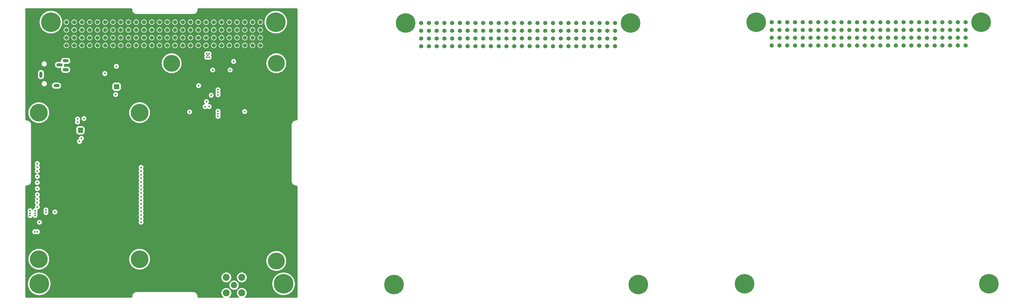
<source format=gbr>
%TF.GenerationSoftware,KiCad,Pcbnew,9.0.3*%
%TF.CreationDate,2025-07-26T14:09:02-04:00*%
%TF.ProjectId,Avionics,4176696f-6e69-4637-932e-6b696361645f,V0.8*%
%TF.SameCoordinates,Original*%
%TF.FileFunction,Copper,L2,Inr*%
%TF.FilePolarity,Positive*%
%FSLAX46Y46*%
G04 Gerber Fmt 4.6, Leading zero omitted, Abs format (unit mm)*
G04 Created by KiCad (PCBNEW 9.0.3) date 2025-07-26 14:09:02*
%MOMM*%
%LPD*%
G01*
G04 APERTURE LIST*
%TA.AperFunction,ComponentPad*%
%ADD10C,1.365000*%
%TD*%
%TA.AperFunction,ComponentPad*%
%ADD11C,0.800000*%
%TD*%
%TA.AperFunction,ComponentPad*%
%ADD12C,6.400000*%
%TD*%
%TA.AperFunction,ComponentPad*%
%ADD13C,2.050000*%
%TD*%
%TA.AperFunction,ComponentPad*%
%ADD14C,2.250000*%
%TD*%
%TA.AperFunction,ComponentPad*%
%ADD15O,1.008000X2.016000*%
%TD*%
%TA.AperFunction,ComponentPad*%
%ADD16O,2.016000X1.008000*%
%TD*%
%TA.AperFunction,ComponentPad*%
%ADD17C,5.800000*%
%TD*%
%TA.AperFunction,ComponentPad*%
%ADD18C,5.500000*%
%TD*%
%TA.AperFunction,ComponentPad*%
%ADD19C,1.016000*%
%TD*%
%TA.AperFunction,ViaPad*%
%ADD20C,0.600000*%
%TD*%
G04 APERTURE END LIST*
D10*
%TO.N,/OBC/CAN_A_L*%
%TO.C,H1OBC1*%
X70787499Y-47537699D03*
%TO.N,/OBC/CAN_B_L*%
X70787499Y-44997699D03*
%TO.N,/OBC/CAN_A_H*%
X73327499Y-47537699D03*
%TO.N,/OBC/CAN_B_H*%
X73327499Y-44997699D03*
%TO.N,/OBC/UART_A_TX*%
X75867499Y-47537699D03*
%TO.N,/OBC/UART_B_TX*%
X75867499Y-44997699D03*
%TO.N,/OBC/UART_A_RX*%
X78407499Y-47537699D03*
%TO.N,/OBC/UART_B_RX*%
X78407499Y-44997699D03*
%TO.N,unconnected-(H1OBC1-Pad9)*%
X80947499Y-47537699D03*
%TO.N,unconnected-(H1OBC1-Pad10)*%
X80947499Y-44997699D03*
%TO.N,unconnected-(H1OBC1-Pad11)*%
X83487499Y-47537699D03*
%TO.N,unconnected-(H1OBC1-Pad12)*%
X83487499Y-44997699D03*
%TO.N,/OBC/UART_C_TX*%
X86027499Y-47537699D03*
%TO.N,unconnected-(H1OBC1-Pad14)*%
X86027499Y-44997699D03*
%TO.N,/OBC/UART_C_RX*%
X88567499Y-47537699D03*
%TO.N,unconnected-(H1OBC1-Pad16)*%
X88567499Y-44997699D03*
%TO.N,unconnected-(H1OBC1-Pad17)*%
X91107499Y-47537699D03*
%TO.N,unconnected-(H1OBC1-Pad18)*%
X91107499Y-44997699D03*
%TO.N,unconnected-(H1OBC1-Pad19)*%
X93647499Y-47537699D03*
%TO.N,unconnected-(H1OBC1-Pad20)*%
X93647499Y-44997699D03*
%TO.N,unconnected-(H1OBC1-Pad21)*%
X96187499Y-47537699D03*
%TO.N,/OBC/UART_COMM_TX*%
X96187499Y-44997699D03*
%TO.N,unconnected-(H1OBC1-Pad23)*%
X98727499Y-47537699D03*
%TO.N,/OBC/UART_COMM_RX*%
X98727499Y-44997699D03*
%TO.N,/OBC/5V_PERM*%
X101267499Y-47537699D03*
X101267499Y-44997699D03*
%TO.N,unconnected-(H1OBC1-Pad27)*%
X103807499Y-47537699D03*
%TO.N,unconnected-(H1OBC1-Pad28)*%
X103807499Y-44997699D03*
%TO.N,GND*%
X106347499Y-47537699D03*
X106347499Y-44997699D03*
X108887499Y-47537699D03*
X108887499Y-44997699D03*
%TO.N,unconnected-(H1OBC1-Pad33)*%
X111427499Y-47537699D03*
%TO.N,unconnected-(H1OBC1-Pad34)*%
X111427499Y-44997699D03*
%TO.N,unconnected-(H1OBC1-Pad35)*%
X113967499Y-47537699D03*
%TO.N,unconnected-(H1OBC1-Pad36)*%
X113967499Y-44997699D03*
%TO.N,unconnected-(H1OBC1-Pad37)*%
X116507499Y-47537699D03*
%TO.N,/OBC/UART_DATA_TX*%
X116507499Y-44997699D03*
%TO.N,unconnected-(H1OBC1-Pad39)*%
X119047499Y-47537699D03*
%TO.N,/OBC/UART_DATA_RX*%
X119047499Y-44997699D03*
%TO.N,unconnected-(H1OBC1-Pad41)*%
X121587499Y-47537699D03*
%TO.N,/OBC/UART_F_TX*%
X121587499Y-44997699D03*
%TO.N,unconnected-(H1OBC1-Pad43)*%
X124127499Y-47537699D03*
%TO.N,/OBC/UART_F_RX*%
X124127499Y-44997699D03*
%TO.N,/OBC/ENA_PWR_1*%
X126667499Y-47537699D03*
%TO.N,+5V_MPU*%
X126667499Y-44997699D03*
%TO.N,/OBC/ENA_PWR_2*%
X129207499Y-47537699D03*
%TO.N,+5V_GNSS*%
X129207499Y-44997699D03*
%TO.N,/OBC/ENA_PWR_3*%
X131747499Y-47537699D03*
%TO.N,/OBC/PWR_3*%
X131747499Y-44997699D03*
%TO.N,/OBC/ENA_PWR_4*%
X134287499Y-47537699D03*
%TO.N,/OBC/PWR_4*%
X134287499Y-44997699D03*
%TD*%
D11*
%TO.N,GND*%
%TO.C,MH9*%
X179487499Y-40187699D03*
X180190443Y-38490643D03*
X180190443Y-41884755D03*
X181887499Y-37787699D03*
D12*
X181887499Y-40187699D03*
D11*
X181887499Y-42587699D03*
X183584555Y-38490643D03*
X183584555Y-41884755D03*
X184287499Y-40187699D03*
%TD*%
%TO.N,GND*%
%TO.C,MH10*%
X253147499Y-40187699D03*
X253850443Y-38490643D03*
X253850443Y-41884755D03*
X255547499Y-37787699D03*
D12*
X255547499Y-40187699D03*
D11*
X255547499Y-42587699D03*
X257244555Y-38490643D03*
X257244555Y-41884755D03*
X257947499Y-40187699D03*
%TD*%
%TO.N,GND*%
%TO.C,MH12*%
X175677499Y-125912699D03*
X176380443Y-124215643D03*
X176380443Y-127609755D03*
X178077499Y-123512699D03*
D12*
X178077499Y-125912699D03*
D11*
X178077499Y-128312699D03*
X179774555Y-124215643D03*
X179774555Y-127609755D03*
X180477499Y-125912699D03*
%TD*%
D10*
%TO.N,unconnected-(H2OBC1-Pad1)*%
%TO.C,H2OBC1*%
X301767499Y-42477699D03*
%TO.N,unconnected-(H2OBC1-Pad2)*%
X301767499Y-39937699D03*
%TO.N,unconnected-(H2OBC1-Pad3)*%
X304307499Y-42477699D03*
%TO.N,unconnected-(H2OBC1-Pad4)*%
X304307499Y-39937699D03*
%TO.N,unconnected-(H2OBC1-Pad5)*%
X306847499Y-42477699D03*
%TO.N,unconnected-(H2OBC1-Pad6)*%
X306847499Y-39937699D03*
%TO.N,unconnected-(H2OBC1-Pad7)*%
X309387499Y-42477699D03*
%TO.N,unconnected-(H2OBC1-Pad8)*%
X309387499Y-39937699D03*
%TO.N,unconnected-(H2OBC1-Pad9)*%
X311927499Y-42477699D03*
%TO.N,unconnected-(H2OBC1-Pad10)*%
X311927499Y-39937699D03*
%TO.N,unconnected-(H2OBC1-Pad11)*%
X314467499Y-42477699D03*
%TO.N,unconnected-(H2OBC1-Pad12)*%
X314467499Y-39937699D03*
%TO.N,unconnected-(H2OBC1-Pad13)*%
X317007499Y-42477699D03*
%TO.N,unconnected-(H2OBC1-Pad14)*%
X317007499Y-39937699D03*
%TO.N,unconnected-(H2OBC1-Pad15)*%
X319547499Y-42477699D03*
%TO.N,unconnected-(H2OBC1-Pad16)*%
X319547499Y-39937699D03*
%TO.N,unconnected-(H2OBC1-Pad17)*%
X322087499Y-42477699D03*
%TO.N,unconnected-(H2OBC1-Pad18)*%
X322087499Y-39937699D03*
%TO.N,unconnected-(H2OBC1-Pad19)*%
X324627499Y-42477699D03*
%TO.N,unconnected-(H2OBC1-Pad20)*%
X324627499Y-39937699D03*
%TO.N,unconnected-(H2OBC1-Pad21)*%
X327167499Y-42477699D03*
%TO.N,unconnected-(H2OBC1-Pad22)*%
X327167499Y-39937699D03*
%TO.N,unconnected-(H2OBC1-Pad23)*%
X329707499Y-42477699D03*
%TO.N,unconnected-(H2OBC1-Pad24)*%
X329707499Y-39937699D03*
%TO.N,/OBC/5V_PERM*%
X332247499Y-42477699D03*
X332247499Y-39937699D03*
%TO.N,unconnected-(H2OBC1-Pad27)*%
X334787499Y-42477699D03*
%TO.N,unconnected-(H2OBC1-Pad28)*%
X334787499Y-39937699D03*
%TO.N,GND*%
X337327499Y-42477699D03*
X337327499Y-39937699D03*
X339867499Y-42477699D03*
X339867499Y-39937699D03*
%TO.N,/OBC/ENA_PWR_5*%
X342407499Y-42477699D03*
%TO.N,/OBC/PWR_5*%
X342407499Y-39937699D03*
%TO.N,/OBC/ENA_PWR_6*%
X344947499Y-42477699D03*
%TO.N,/OBC/PWR_6*%
X344947499Y-39937699D03*
%TO.N,/OBC/ENA_PWR_7*%
X347487499Y-42477699D03*
%TO.N,/OBC/PWR_7*%
X347487499Y-39937699D03*
%TO.N,/OBC/ENA_PWR_8*%
X350027499Y-42477699D03*
%TO.N,/OBC/PWR_8*%
X350027499Y-39937699D03*
%TO.N,unconnected-(H2OBC1-Pad41)*%
X352567499Y-42477699D03*
%TO.N,unconnected-(H2OBC1-Pad42)*%
X352567499Y-39937699D03*
%TO.N,/OBC/CHARGE*%
X355107499Y-42477699D03*
X355107499Y-39937699D03*
%TO.N,/OBC/BATT*%
X357647499Y-42477699D03*
X357647499Y-39937699D03*
%TO.N,/OBC/RBF_A*%
X360187499Y-42477699D03*
%TO.N,/OBC/DS_A*%
X360187499Y-39937699D03*
%TO.N,/OBC/RBF_B*%
X362727499Y-42477699D03*
%TO.N,/OBC/DS_B*%
X362727499Y-39937699D03*
%TO.N,/OBC/RBF_C*%
X365267499Y-42477699D03*
%TO.N,/OBC/DS_C*%
X365267499Y-39937699D03*
%TD*%
D11*
%TO.N,GND*%
%TO.C,MH11*%
X255687499Y-125912699D03*
X256390443Y-124215643D03*
X256390443Y-127609755D03*
X258087499Y-123512699D03*
D12*
X258087499Y-125912699D03*
D11*
X258087499Y-128312699D03*
X259784555Y-124215643D03*
X259784555Y-127609755D03*
X260487499Y-125912699D03*
%TD*%
D10*
%TO.N,unconnected-(H2OBC1-Pad1)*%
%TO.C,H2OBC1*%
X70787499Y-42457699D03*
%TO.N,unconnected-(H2OBC1-Pad2)*%
X70787499Y-39917699D03*
%TO.N,unconnected-(H2OBC1-Pad3)*%
X73327499Y-42457699D03*
%TO.N,unconnected-(H2OBC1-Pad4)*%
X73327499Y-39917699D03*
%TO.N,unconnected-(H2OBC1-Pad5)*%
X75867499Y-42457699D03*
%TO.N,unconnected-(H2OBC1-Pad6)*%
X75867499Y-39917699D03*
%TO.N,unconnected-(H2OBC1-Pad7)*%
X78407499Y-42457699D03*
%TO.N,unconnected-(H2OBC1-Pad8)*%
X78407499Y-39917699D03*
%TO.N,unconnected-(H2OBC1-Pad9)*%
X80947499Y-42457699D03*
%TO.N,unconnected-(H2OBC1-Pad10)*%
X80947499Y-39917699D03*
%TO.N,unconnected-(H2OBC1-Pad11)*%
X83487499Y-42457699D03*
%TO.N,unconnected-(H2OBC1-Pad12)*%
X83487499Y-39917699D03*
%TO.N,unconnected-(H2OBC1-Pad13)*%
X86027499Y-42457699D03*
%TO.N,unconnected-(H2OBC1-Pad14)*%
X86027499Y-39917699D03*
%TO.N,unconnected-(H2OBC1-Pad15)*%
X88567499Y-42457699D03*
%TO.N,unconnected-(H2OBC1-Pad16)*%
X88567499Y-39917699D03*
%TO.N,unconnected-(H2OBC1-Pad17)*%
X91107499Y-42457699D03*
%TO.N,unconnected-(H2OBC1-Pad18)*%
X91107499Y-39917699D03*
%TO.N,unconnected-(H2OBC1-Pad19)*%
X93647499Y-42457699D03*
%TO.N,unconnected-(H2OBC1-Pad20)*%
X93647499Y-39917699D03*
%TO.N,unconnected-(H2OBC1-Pad21)*%
X96187499Y-42457699D03*
%TO.N,unconnected-(H2OBC1-Pad22)*%
X96187499Y-39917699D03*
%TO.N,unconnected-(H2OBC1-Pad23)*%
X98727499Y-42457699D03*
%TO.N,unconnected-(H2OBC1-Pad24)*%
X98727499Y-39917699D03*
%TO.N,/OBC/5V_PERM*%
X101267499Y-42457699D03*
X101267499Y-39917699D03*
%TO.N,unconnected-(H2OBC1-Pad27)*%
X103807499Y-42457699D03*
%TO.N,unconnected-(H2OBC1-Pad28)*%
X103807499Y-39917699D03*
%TO.N,GND*%
X106347499Y-42457699D03*
X106347499Y-39917699D03*
X108887499Y-42457699D03*
X108887499Y-39917699D03*
%TO.N,/OBC/ENA_PWR_5*%
X111427499Y-42457699D03*
%TO.N,/OBC/PWR_5*%
X111427499Y-39917699D03*
%TO.N,/OBC/ENA_PWR_6*%
X113967499Y-42457699D03*
%TO.N,/OBC/PWR_6*%
X113967499Y-39917699D03*
%TO.N,/OBC/ENA_PWR_7*%
X116507499Y-42457699D03*
%TO.N,/OBC/PWR_7*%
X116507499Y-39917699D03*
%TO.N,/OBC/ENA_PWR_8*%
X119047499Y-42457699D03*
%TO.N,/OBC/PWR_8*%
X119047499Y-39917699D03*
%TO.N,unconnected-(H2OBC1-Pad41)*%
X121587499Y-42457699D03*
%TO.N,unconnected-(H2OBC1-Pad42)*%
X121587499Y-39917699D03*
%TO.N,/OBC/CHARGE*%
X124127499Y-42457699D03*
X124127499Y-39917699D03*
%TO.N,/OBC/BATT*%
X126667499Y-42457699D03*
X126667499Y-39917699D03*
%TO.N,/OBC/RBF_A*%
X129207499Y-42457699D03*
%TO.N,/OBC/DS_A*%
X129207499Y-39917699D03*
%TO.N,/OBC/RBF_B*%
X131747499Y-42457699D03*
%TO.N,/OBC/DS_B*%
X131747499Y-39917699D03*
%TO.N,/OBC/RBF_C*%
X134287499Y-42457699D03*
%TO.N,/OBC/DS_C*%
X134287499Y-39917699D03*
%TD*%
D11*
%TO.N,GND*%
%TO.C,MH6*%
X367947499Y-39937699D03*
X368650443Y-38240643D03*
X368650443Y-41634755D03*
X370347499Y-37537699D03*
D12*
X370347499Y-39937699D03*
D11*
X370347499Y-42337699D03*
X372044555Y-38240643D03*
X372044555Y-41634755D03*
X372747499Y-39937699D03*
%TD*%
D13*
%TO.N,Net-(AE1-A)*%
%TO.C,AE1*%
X125690000Y-126085000D03*
D14*
%TO.N,N/C*%
X123150000Y-123545000D03*
X123150000Y-128625000D03*
X128230000Y-123545000D03*
X128230000Y-128625000D03*
%TD*%
D11*
%TO.N,GND*%
%TO.C,MH8*%
X290477499Y-125662699D03*
X291180443Y-123965643D03*
X291180443Y-127359755D03*
X292877499Y-123262699D03*
D12*
X292877499Y-125662699D03*
D11*
X292877499Y-128062699D03*
X294574555Y-123965643D03*
X294574555Y-127359755D03*
X295277499Y-125662699D03*
%TD*%
%TO.N,GND*%
%TO.C,MH1*%
X63307499Y-39917699D03*
X64010443Y-38220643D03*
X64010443Y-41614755D03*
X65707499Y-37517699D03*
D12*
X65707499Y-39917699D03*
D11*
X65707499Y-42317699D03*
X67404555Y-38220643D03*
X67404555Y-41614755D03*
X68107499Y-39917699D03*
%TD*%
%TO.N,GND*%
%TO.C,MH5*%
X294287499Y-39937699D03*
X294990443Y-38240643D03*
X294990443Y-41634755D03*
X296687499Y-37537699D03*
D12*
X296687499Y-39937699D03*
D11*
X296687499Y-42337699D03*
X298384555Y-38240643D03*
X298384555Y-41634755D03*
X299087499Y-39937699D03*
%TD*%
D10*
%TO.N,/OBC/CAN_A_L*%
%TO.C,H1OBC1*%
X186967499Y-47807699D03*
%TO.N,/OBC/CAN_B_L*%
X186967499Y-45267699D03*
%TO.N,/OBC/CAN_A_H*%
X189507499Y-47807699D03*
%TO.N,/OBC/CAN_B_H*%
X189507499Y-45267699D03*
%TO.N,/OBC/UART_A_TX*%
X192047499Y-47807699D03*
%TO.N,/OBC/UART_B_TX*%
X192047499Y-45267699D03*
%TO.N,/OBC/UART_A_RX*%
X194587499Y-47807699D03*
%TO.N,/OBC/UART_B_RX*%
X194587499Y-45267699D03*
%TO.N,unconnected-(H1OBC1-Pad9)*%
X197127499Y-47807699D03*
%TO.N,unconnected-(H1OBC1-Pad10)*%
X197127499Y-45267699D03*
%TO.N,unconnected-(H1OBC1-Pad11)*%
X199667499Y-47807699D03*
%TO.N,unconnected-(H1OBC1-Pad12)*%
X199667499Y-45267699D03*
%TO.N,/OBC/UART_C_TX*%
X202207499Y-47807699D03*
%TO.N,unconnected-(H1OBC1-Pad14)*%
X202207499Y-45267699D03*
%TO.N,/OBC/UART_C_RX*%
X204747499Y-47807699D03*
%TO.N,unconnected-(H1OBC1-Pad16)*%
X204747499Y-45267699D03*
%TO.N,unconnected-(H1OBC1-Pad17)*%
X207287499Y-47807699D03*
%TO.N,unconnected-(H1OBC1-Pad18)*%
X207287499Y-45267699D03*
%TO.N,unconnected-(H1OBC1-Pad19)*%
X209827499Y-47807699D03*
%TO.N,unconnected-(H1OBC1-Pad20)*%
X209827499Y-45267699D03*
%TO.N,unconnected-(H1OBC1-Pad21)*%
X212367499Y-47807699D03*
%TO.N,/OBC/UART_COMM_TX*%
X212367499Y-45267699D03*
%TO.N,unconnected-(H1OBC1-Pad23)*%
X214907499Y-47807699D03*
%TO.N,/OBC/UART_COMM_RX*%
X214907499Y-45267699D03*
%TO.N,/OBC/5V_PERM*%
X217447499Y-47807699D03*
X217447499Y-45267699D03*
%TO.N,unconnected-(H1OBC1-Pad27)*%
X219987499Y-47807699D03*
%TO.N,unconnected-(H1OBC1-Pad28)*%
X219987499Y-45267699D03*
%TO.N,GND*%
X222527499Y-47807699D03*
X222527499Y-45267699D03*
X225067499Y-47807699D03*
X225067499Y-45267699D03*
%TO.N,unconnected-(H1OBC1-Pad33)*%
X227607499Y-47807699D03*
%TO.N,unconnected-(H1OBC1-Pad34)*%
X227607499Y-45267699D03*
%TO.N,unconnected-(H1OBC1-Pad35)*%
X230147499Y-47807699D03*
%TO.N,unconnected-(H1OBC1-Pad36)*%
X230147499Y-45267699D03*
%TO.N,unconnected-(H1OBC1-Pad37)*%
X232687499Y-47807699D03*
%TO.N,/OBC/UART_DATA_TX*%
X232687499Y-45267699D03*
%TO.N,unconnected-(H1OBC1-Pad39)*%
X235227499Y-47807699D03*
%TO.N,/OBC/UART_DATA_RX*%
X235227499Y-45267699D03*
%TO.N,unconnected-(H1OBC1-Pad41)*%
X237767499Y-47807699D03*
%TO.N,/OBC/UART_F_TX*%
X237767499Y-45267699D03*
%TO.N,unconnected-(H1OBC1-Pad43)*%
X240307499Y-47807699D03*
%TO.N,/OBC/UART_F_RX*%
X240307499Y-45267699D03*
%TO.N,/OBC/ENA_PWR_1*%
X242847499Y-47807699D03*
%TO.N,+5V_MPU*%
X242847499Y-45267699D03*
%TO.N,/OBC/ENA_PWR_2*%
X245387499Y-47807699D03*
%TO.N,+5V_GNSS*%
X245387499Y-45267699D03*
%TO.N,/OBC/ENA_PWR_3*%
X247927499Y-47807699D03*
%TO.N,/OBC/PWR_3*%
X247927499Y-45267699D03*
%TO.N,/OBC/ENA_PWR_4*%
X250467499Y-47807699D03*
%TO.N,/OBC/PWR_4*%
X250467499Y-45267699D03*
%TD*%
D15*
%TO.N,GND*%
%TO.C,J1*%
X62450000Y-57100000D03*
D16*
%TO.N,Net-(U1-RXD1)*%
X70550000Y-55500000D03*
%TO.N,Net-(U1-TXD1)*%
X67550000Y-60700000D03*
%TO.N,unconnected-(J1-Pad4)*%
X68550000Y-53900000D03*
%TO.N,unconnected-(J1-Pad5)*%
X70550000Y-52600000D03*
%TD*%
D17*
%TO.N,N/C*%
%TO.C,Module1*%
X61760000Y-117575000D03*
X61760000Y-69575000D03*
X94760000Y-117575000D03*
X94760000Y-69575000D03*
%TD*%
D11*
%TO.N,GND*%
%TO.C,MH4*%
X59497499Y-125642699D03*
X60200443Y-123945643D03*
X60200443Y-127339755D03*
X61897499Y-123242699D03*
D12*
X61897499Y-125642699D03*
D11*
X61897499Y-128042699D03*
X63594555Y-123945643D03*
X63594555Y-127339755D03*
X64297499Y-125642699D03*
%TD*%
D10*
%TO.N,unconnected-(H2OBC1-Pad1)*%
%TO.C,H2OBC1*%
X186967499Y-42727699D03*
%TO.N,unconnected-(H2OBC1-Pad2)*%
X186967499Y-40187699D03*
%TO.N,unconnected-(H2OBC1-Pad3)*%
X189507499Y-42727699D03*
%TO.N,unconnected-(H2OBC1-Pad4)*%
X189507499Y-40187699D03*
%TO.N,unconnected-(H2OBC1-Pad5)*%
X192047499Y-42727699D03*
%TO.N,unconnected-(H2OBC1-Pad6)*%
X192047499Y-40187699D03*
%TO.N,unconnected-(H2OBC1-Pad7)*%
X194587499Y-42727699D03*
%TO.N,unconnected-(H2OBC1-Pad8)*%
X194587499Y-40187699D03*
%TO.N,unconnected-(H2OBC1-Pad9)*%
X197127499Y-42727699D03*
%TO.N,unconnected-(H2OBC1-Pad10)*%
X197127499Y-40187699D03*
%TO.N,unconnected-(H2OBC1-Pad11)*%
X199667499Y-42727699D03*
%TO.N,unconnected-(H2OBC1-Pad12)*%
X199667499Y-40187699D03*
%TO.N,unconnected-(H2OBC1-Pad13)*%
X202207499Y-42727699D03*
%TO.N,unconnected-(H2OBC1-Pad14)*%
X202207499Y-40187699D03*
%TO.N,unconnected-(H2OBC1-Pad15)*%
X204747499Y-42727699D03*
%TO.N,unconnected-(H2OBC1-Pad16)*%
X204747499Y-40187699D03*
%TO.N,unconnected-(H2OBC1-Pad17)*%
X207287499Y-42727699D03*
%TO.N,unconnected-(H2OBC1-Pad18)*%
X207287499Y-40187699D03*
%TO.N,unconnected-(H2OBC1-Pad19)*%
X209827499Y-42727699D03*
%TO.N,unconnected-(H2OBC1-Pad20)*%
X209827499Y-40187699D03*
%TO.N,unconnected-(H2OBC1-Pad21)*%
X212367499Y-42727699D03*
%TO.N,unconnected-(H2OBC1-Pad22)*%
X212367499Y-40187699D03*
%TO.N,unconnected-(H2OBC1-Pad23)*%
X214907499Y-42727699D03*
%TO.N,unconnected-(H2OBC1-Pad24)*%
X214907499Y-40187699D03*
%TO.N,/OBC/5V_PERM*%
X217447499Y-42727699D03*
X217447499Y-40187699D03*
%TO.N,unconnected-(H2OBC1-Pad27)*%
X219987499Y-42727699D03*
%TO.N,unconnected-(H2OBC1-Pad28)*%
X219987499Y-40187699D03*
%TO.N,GND*%
X222527499Y-42727699D03*
X222527499Y-40187699D03*
X225067499Y-42727699D03*
X225067499Y-40187699D03*
%TO.N,/OBC/ENA_PWR_5*%
X227607499Y-42727699D03*
%TO.N,/OBC/PWR_5*%
X227607499Y-40187699D03*
%TO.N,/OBC/ENA_PWR_6*%
X230147499Y-42727699D03*
%TO.N,/OBC/PWR_6*%
X230147499Y-40187699D03*
%TO.N,/OBC/ENA_PWR_7*%
X232687499Y-42727699D03*
%TO.N,/OBC/PWR_7*%
X232687499Y-40187699D03*
%TO.N,/OBC/ENA_PWR_8*%
X235227499Y-42727699D03*
%TO.N,/OBC/PWR_8*%
X235227499Y-40187699D03*
%TO.N,unconnected-(H2OBC1-Pad41)*%
X237767499Y-42727699D03*
%TO.N,unconnected-(H2OBC1-Pad42)*%
X237767499Y-40187699D03*
%TO.N,/OBC/CHARGE*%
X240307499Y-42727699D03*
X240307499Y-40187699D03*
%TO.N,/OBC/BATT*%
X242847499Y-42727699D03*
X242847499Y-40187699D03*
%TO.N,/OBC/RBF_A*%
X245387499Y-42727699D03*
%TO.N,/OBC/DS_A*%
X245387499Y-40187699D03*
%TO.N,/OBC/RBF_B*%
X247927499Y-42727699D03*
%TO.N,/OBC/DS_B*%
X247927499Y-40187699D03*
%TO.N,/OBC/RBF_C*%
X250467499Y-42727699D03*
%TO.N,/OBC/DS_C*%
X250467499Y-40187699D03*
%TD*%
D11*
%TO.N,GND*%
%TO.C,MH2*%
X136967499Y-39917699D03*
X137670443Y-38220643D03*
X137670443Y-41614755D03*
X139367499Y-37517699D03*
D12*
X139367499Y-39917699D03*
D11*
X139367499Y-42317699D03*
X141064555Y-38220643D03*
X141064555Y-41614755D03*
X141767499Y-39917699D03*
%TD*%
%TO.N,GND*%
%TO.C,MH3*%
X139507499Y-125642699D03*
X140210443Y-123945643D03*
X140210443Y-127339755D03*
X141907499Y-123242699D03*
D12*
X141907499Y-125642699D03*
D11*
X141907499Y-128042699D03*
X143604555Y-123945643D03*
X143604555Y-127339755D03*
X144307499Y-125642699D03*
%TD*%
%TO.N,GND*%
%TO.C,MH7*%
X370487499Y-125662699D03*
X371190443Y-123965643D03*
X371190443Y-127359755D03*
X372887499Y-123262699D03*
D12*
X372887499Y-125662699D03*
D11*
X372887499Y-128062699D03*
X374584555Y-123965643D03*
X374584555Y-127359755D03*
X375287499Y-125662699D03*
%TD*%
D10*
%TO.N,/OBC/CAN_A_L*%
%TO.C,H1OBC1*%
X301767499Y-47557699D03*
%TO.N,/OBC/CAN_B_L*%
X301767499Y-45017699D03*
%TO.N,/OBC/CAN_A_H*%
X304307499Y-47557699D03*
%TO.N,/OBC/CAN_B_H*%
X304307499Y-45017699D03*
%TO.N,/OBC/UART_A_TX*%
X306847499Y-47557699D03*
%TO.N,/OBC/UART_B_TX*%
X306847499Y-45017699D03*
%TO.N,/OBC/UART_A_RX*%
X309387499Y-47557699D03*
%TO.N,/OBC/UART_B_RX*%
X309387499Y-45017699D03*
%TO.N,unconnected-(H1OBC1-Pad9)*%
X311927499Y-47557699D03*
%TO.N,unconnected-(H1OBC1-Pad10)*%
X311927499Y-45017699D03*
%TO.N,unconnected-(H1OBC1-Pad11)*%
X314467499Y-47557699D03*
%TO.N,unconnected-(H1OBC1-Pad12)*%
X314467499Y-45017699D03*
%TO.N,/OBC/UART_C_TX*%
X317007499Y-47557699D03*
%TO.N,unconnected-(H1OBC1-Pad14)*%
X317007499Y-45017699D03*
%TO.N,/OBC/UART_C_RX*%
X319547499Y-47557699D03*
%TO.N,unconnected-(H1OBC1-Pad16)*%
X319547499Y-45017699D03*
%TO.N,unconnected-(H1OBC1-Pad17)*%
X322087499Y-47557699D03*
%TO.N,unconnected-(H1OBC1-Pad18)*%
X322087499Y-45017699D03*
%TO.N,unconnected-(H1OBC1-Pad19)*%
X324627499Y-47557699D03*
%TO.N,unconnected-(H1OBC1-Pad20)*%
X324627499Y-45017699D03*
%TO.N,unconnected-(H1OBC1-Pad21)*%
X327167499Y-47557699D03*
%TO.N,/OBC/UART_COMM_TX*%
X327167499Y-45017699D03*
%TO.N,unconnected-(H1OBC1-Pad23)*%
X329707499Y-47557699D03*
%TO.N,/OBC/UART_COMM_RX*%
X329707499Y-45017699D03*
%TO.N,/OBC/5V_PERM*%
X332247499Y-47557699D03*
X332247499Y-45017699D03*
%TO.N,unconnected-(H1OBC1-Pad27)*%
X334787499Y-47557699D03*
%TO.N,unconnected-(H1OBC1-Pad28)*%
X334787499Y-45017699D03*
%TO.N,GND*%
X337327499Y-47557699D03*
X337327499Y-45017699D03*
X339867499Y-47557699D03*
X339867499Y-45017699D03*
%TO.N,unconnected-(H1OBC1-Pad33)*%
X342407499Y-47557699D03*
%TO.N,unconnected-(H1OBC1-Pad34)*%
X342407499Y-45017699D03*
%TO.N,unconnected-(H1OBC1-Pad35)*%
X344947499Y-47557699D03*
%TO.N,unconnected-(H1OBC1-Pad36)*%
X344947499Y-45017699D03*
%TO.N,unconnected-(H1OBC1-Pad37)*%
X347487499Y-47557699D03*
%TO.N,/OBC/UART_DATA_TX*%
X347487499Y-45017699D03*
%TO.N,unconnected-(H1OBC1-Pad39)*%
X350027499Y-47557699D03*
%TO.N,/OBC/UART_DATA_RX*%
X350027499Y-45017699D03*
%TO.N,unconnected-(H1OBC1-Pad41)*%
X352567499Y-47557699D03*
%TO.N,/OBC/UART_F_TX*%
X352567499Y-45017699D03*
%TO.N,unconnected-(H1OBC1-Pad43)*%
X355107499Y-47557699D03*
%TO.N,/OBC/UART_F_RX*%
X355107499Y-45017699D03*
%TO.N,/OBC/ENA_PWR_1*%
X357647499Y-47557699D03*
%TO.N,+5V_MPU*%
X357647499Y-45017699D03*
%TO.N,/OBC/ENA_PWR_2*%
X360187499Y-47557699D03*
%TO.N,+5V_GNSS*%
X360187499Y-45017699D03*
%TO.N,/OBC/ENA_PWR_3*%
X362727499Y-47557699D03*
%TO.N,/OBC/PWR_3*%
X362727499Y-45017699D03*
%TO.N,/OBC/ENA_PWR_4*%
X365267499Y-47557699D03*
%TO.N,/OBC/PWR_4*%
X365267499Y-45017699D03*
%TD*%
D18*
%TO.N,unconnected-(U1-NC-Pad1)*%
%TO.C,U1*%
X105240000Y-53380000D03*
%TO.N,/OBC/+5V_OEM719B*%
X105240000Y-118150000D03*
%TO.N,unconnected-(U1-USB_D--Pad3)*%
X139530000Y-53380000D03*
%TO.N,unconnected-(U1-USB_D+{slash}RXD3-Pad4)*%
X139530000Y-118150000D03*
%TD*%
D19*
%TO.N,N/C*%
%TO.C,U2*%
X86831299Y-61470500D03*
X87618699Y-61470500D03*
X86831299Y-60683100D03*
X87618699Y-60683100D03*
%TD*%
%TO.N,N/C*%
%TO.C,U4*%
X75000000Y-75737400D03*
X75787400Y-75737400D03*
X75000000Y-74950000D03*
X75787400Y-74950000D03*
%TD*%
D20*
%TO.N,/OBC/CAN_A_H*%
X76518699Y-71516900D03*
%TO.N,/OBC/CAN_B_H*%
X87175000Y-54400000D03*
%TO.N,/OBC/CAN_A_L*%
X74468699Y-71616900D03*
%TO.N,/OBC/CAN_B_L*%
X83400000Y-56750000D03*
%TO.N,+3V3*%
X67025000Y-102125000D03*
X74400000Y-72650000D03*
%TO.N,GND*%
X95250000Y-89900000D03*
X95250000Y-104300000D03*
X61250000Y-92450000D03*
X125550000Y-52800000D03*
X61950000Y-105475000D03*
X95250000Y-87500000D03*
X95250000Y-105450000D03*
X61250000Y-86250000D03*
X61250000Y-88700000D03*
X61250000Y-99050000D03*
X120425000Y-63725000D03*
X95250000Y-91100000D03*
X95250000Y-100700000D03*
X95250000Y-92300000D03*
X61250000Y-100450000D03*
X120450000Y-69100000D03*
X95250000Y-103100000D03*
X120450000Y-70775000D03*
X61250000Y-90500000D03*
X95250000Y-97100000D03*
X95250000Y-88700000D03*
X95250000Y-95900000D03*
X95250000Y-94700000D03*
X95250000Y-98300000D03*
X61250000Y-94450000D03*
X95250000Y-101900000D03*
X61250000Y-87475000D03*
X61250000Y-97900000D03*
X120450000Y-69937500D03*
X120425000Y-62887500D03*
X120425000Y-62050000D03*
X95250000Y-99500000D03*
X117525000Y-67571982D03*
X61250000Y-96450000D03*
X75700000Y-78000000D03*
X95250000Y-93500000D03*
%TO.N,/OBC/SCL0*%
X64100000Y-101450000D03*
X118700000Y-55600000D03*
%TO.N,/OBC/SDA0*%
X124400000Y-55600000D03*
X64099351Y-102299178D03*
%TO.N,Net-(U6-FB)*%
X116675000Y-65950000D03*
X111125000Y-69325000D03*
%TO.N,Net-(U6-EN)*%
X129175000Y-69225000D03*
X116190836Y-67603169D03*
%TO.N,Net-(U6-SYNC_FSEL)*%
X114100000Y-60700000D03*
X118209837Y-63863693D03*
%TO.N,+5V_CM4*%
X116750000Y-51425000D03*
X60550000Y-102500000D03*
X60550000Y-101700000D03*
X116750000Y-50275000D03*
X60550000Y-103250000D03*
X75068699Y-79000000D03*
X58900000Y-101700000D03*
X58900000Y-103300000D03*
X86899998Y-63651799D03*
X58900000Y-102500000D03*
X117500000Y-51425000D03*
X117125000Y-50850000D03*
X117500000Y-50275000D03*
%TO.N,Net-(Module1A-WiFi_nDisable)*%
X61300000Y-108575000D03*
%TO.N,Net-(Module1A-BT_nDisable)*%
X60450000Y-108575000D03*
%TO.N,/OBC/+5V_OEM719B*%
X103675000Y-65100000D03*
X103675000Y-67180000D03*
X103675000Y-66140000D03*
X103675000Y-63020000D03*
X103675000Y-64060000D03*
X105575000Y-65650000D03*
X103675000Y-68220000D03*
%TD*%
%TA.AperFunction,Conductor*%
%TO.N,/OBC/+5V_OEM719B*%
G36*
X91941059Y-35339260D02*
G01*
X92033799Y-35351469D01*
X92065066Y-35359847D01*
X92143915Y-35392507D01*
X92171949Y-35408692D01*
X92239662Y-35460650D01*
X92262552Y-35483540D01*
X92314505Y-35551247D01*
X92330690Y-35579280D01*
X92363351Y-35658131D01*
X92371729Y-35689397D01*
X92383938Y-35782124D01*
X92384999Y-35798307D01*
X92384999Y-35856092D01*
X92385000Y-35856098D01*
X92385001Y-35864743D01*
X92385001Y-35904557D01*
X92420778Y-36130444D01*
X92491450Y-36347954D01*
X92491451Y-36347957D01*
X92595285Y-36551739D01*
X92729707Y-36736757D01*
X92729711Y-36736762D01*
X92729712Y-36736763D01*
X92729713Y-36736764D01*
X92891434Y-36898485D01*
X93076461Y-37032915D01*
X93280241Y-37136746D01*
X93497754Y-37207421D01*
X93723645Y-37243199D01*
X93723646Y-37243199D01*
X112367357Y-37243199D01*
X112492847Y-37223322D01*
X112593244Y-37207422D01*
X112810757Y-37136747D01*
X113014537Y-37032916D01*
X113199565Y-36898486D01*
X113361286Y-36736765D01*
X113495716Y-36551737D01*
X113599547Y-36347957D01*
X113670222Y-36130444D01*
X113688316Y-36016199D01*
X113705999Y-35904557D01*
X113705999Y-35798325D01*
X113707060Y-35782139D01*
X113719270Y-35689398D01*
X113719270Y-35689397D01*
X113727648Y-35658131D01*
X113760309Y-35579280D01*
X113776494Y-35551247D01*
X113828453Y-35483532D01*
X113851332Y-35460653D01*
X113919049Y-35408692D01*
X113947078Y-35392509D01*
X114025932Y-35359847D01*
X114057199Y-35351470D01*
X114149942Y-35339260D01*
X114166127Y-35338199D01*
X114223892Y-35338199D01*
X145969107Y-35338199D01*
X146026874Y-35338199D01*
X146043059Y-35339260D01*
X146135799Y-35351469D01*
X146167066Y-35359847D01*
X146245915Y-35392507D01*
X146273949Y-35408692D01*
X146341662Y-35460650D01*
X146364552Y-35483540D01*
X146416505Y-35551247D01*
X146432690Y-35579280D01*
X146465351Y-35658131D01*
X146473729Y-35689397D01*
X146485938Y-35782124D01*
X146486999Y-35798311D01*
X146486999Y-71672274D01*
X146485938Y-71688460D01*
X146473728Y-71781200D01*
X146465350Y-71812467D01*
X146432689Y-71891317D01*
X146416505Y-71919349D01*
X146364551Y-71987059D01*
X146341659Y-72009951D01*
X146273949Y-72061905D01*
X146245917Y-72078089D01*
X146167067Y-72110750D01*
X146135800Y-72119128D01*
X146051394Y-72130240D01*
X146043058Y-72131338D01*
X146026874Y-72132399D01*
X145920645Y-72132399D01*
X145845348Y-72144325D01*
X145694752Y-72168177D01*
X145477242Y-72238849D01*
X145477239Y-72238850D01*
X145273460Y-72342682D01*
X145171862Y-72416498D01*
X145088433Y-72477113D01*
X145088431Y-72477115D01*
X145088430Y-72477115D01*
X144926715Y-72638830D01*
X144926715Y-72638831D01*
X144926713Y-72638833D01*
X144868979Y-72718295D01*
X144792282Y-72823860D01*
X144688450Y-73027639D01*
X144688449Y-73027642D01*
X144617777Y-73245152D01*
X144581999Y-73471045D01*
X144581999Y-92049517D01*
X144582001Y-92049546D01*
X144582001Y-92089357D01*
X144617778Y-92315244D01*
X144688450Y-92532754D01*
X144688451Y-92532757D01*
X144741710Y-92637281D01*
X144763054Y-92679172D01*
X144792285Y-92736539D01*
X144926707Y-92921557D01*
X144926711Y-92921562D01*
X144926712Y-92921563D01*
X144926713Y-92921564D01*
X145088434Y-93083285D01*
X145273461Y-93217715D01*
X145477241Y-93321546D01*
X145694754Y-93392221D01*
X145920645Y-93427999D01*
X145969107Y-93427999D01*
X146026874Y-93427999D01*
X146043059Y-93429060D01*
X146135799Y-93441269D01*
X146167066Y-93449647D01*
X146245915Y-93482307D01*
X146273949Y-93498492D01*
X146341662Y-93550450D01*
X146364552Y-93573340D01*
X146416505Y-93641047D01*
X146432690Y-93669080D01*
X146465351Y-93747931D01*
X146473729Y-93779197D01*
X146485938Y-93871924D01*
X146486999Y-93888111D01*
X146486999Y-129762074D01*
X146485938Y-129778255D01*
X146485938Y-129778260D01*
X146473728Y-129871000D01*
X146465350Y-129902267D01*
X146432689Y-129981117D01*
X146416505Y-130009149D01*
X146364551Y-130076859D01*
X146341659Y-130099751D01*
X146273949Y-130151705D01*
X146245917Y-130167889D01*
X146167067Y-130200550D01*
X146135800Y-130208928D01*
X146051394Y-130220040D01*
X146043058Y-130221138D01*
X146026874Y-130222199D01*
X129178742Y-130222199D01*
X129111703Y-130202514D01*
X129065948Y-130149710D01*
X129056004Y-130080552D01*
X129085029Y-130016996D01*
X129105857Y-129997881D01*
X129288935Y-129864867D01*
X129288933Y-129864867D01*
X129288942Y-129864862D01*
X129469862Y-129683942D01*
X129620252Y-129476947D01*
X129736410Y-129248975D01*
X129815474Y-129005639D01*
X129855500Y-128752930D01*
X129855500Y-128497070D01*
X129815474Y-128244361D01*
X129736410Y-128001025D01*
X129736410Y-128001024D01*
X129659330Y-127849748D01*
X129620252Y-127773053D01*
X129474860Y-127572937D01*
X129469867Y-127566064D01*
X129469863Y-127566059D01*
X129288940Y-127385136D01*
X129288935Y-127385132D01*
X129081950Y-127234750D01*
X129081949Y-127234749D01*
X129081947Y-127234748D01*
X129008910Y-127197533D01*
X128853975Y-127118589D01*
X128853972Y-127118588D01*
X128610640Y-127039526D01*
X128484284Y-127019513D01*
X128357930Y-126999500D01*
X128102070Y-126999500D01*
X128017833Y-127012842D01*
X127849359Y-127039526D01*
X127606027Y-127118588D01*
X127606024Y-127118589D01*
X127378049Y-127234750D01*
X127171064Y-127385132D01*
X127171059Y-127385136D01*
X126990136Y-127566059D01*
X126990132Y-127566064D01*
X126839750Y-127773049D01*
X126723589Y-128001024D01*
X126723588Y-128001027D01*
X126644526Y-128244359D01*
X126604500Y-128497070D01*
X126604500Y-128752930D01*
X126624513Y-128879284D01*
X126644526Y-129005640D01*
X126723588Y-129248972D01*
X126723589Y-129248975D01*
X126839750Y-129476950D01*
X126990132Y-129683935D01*
X126990136Y-129683940D01*
X127171059Y-129864863D01*
X127171064Y-129864867D01*
X127354143Y-129997881D01*
X127396809Y-130053210D01*
X127402788Y-130122824D01*
X127370183Y-130184619D01*
X127309344Y-130218976D01*
X127281258Y-130222199D01*
X124098742Y-130222199D01*
X124031703Y-130202514D01*
X123985948Y-130149710D01*
X123976004Y-130080552D01*
X124005029Y-130016996D01*
X124025857Y-129997881D01*
X124208935Y-129864867D01*
X124208933Y-129864867D01*
X124208942Y-129864862D01*
X124389862Y-129683942D01*
X124540252Y-129476947D01*
X124656410Y-129248975D01*
X124735474Y-129005639D01*
X124775500Y-128752930D01*
X124775500Y-128497070D01*
X124735474Y-128244361D01*
X124656410Y-128001025D01*
X124656410Y-128001024D01*
X124579330Y-127849748D01*
X124540252Y-127773053D01*
X124394860Y-127572937D01*
X124389867Y-127566064D01*
X124389863Y-127566059D01*
X124208940Y-127385136D01*
X124208935Y-127385132D01*
X124001950Y-127234750D01*
X124001949Y-127234749D01*
X124001947Y-127234748D01*
X123928910Y-127197533D01*
X123773975Y-127118589D01*
X123773972Y-127118588D01*
X123530640Y-127039526D01*
X123404284Y-127019513D01*
X123277930Y-126999500D01*
X123022070Y-126999500D01*
X122937833Y-127012842D01*
X122769359Y-127039526D01*
X122526027Y-127118588D01*
X122526024Y-127118589D01*
X122298049Y-127234750D01*
X122091064Y-127385132D01*
X122091059Y-127385136D01*
X121910136Y-127566059D01*
X121910132Y-127566064D01*
X121759750Y-127773049D01*
X121643589Y-128001024D01*
X121643588Y-128001027D01*
X121564526Y-128244359D01*
X121524500Y-128497070D01*
X121524500Y-128752930D01*
X121544513Y-128879284D01*
X121564526Y-129005640D01*
X121643588Y-129248972D01*
X121643589Y-129248975D01*
X121759750Y-129476950D01*
X121910132Y-129683935D01*
X121910136Y-129683940D01*
X122091059Y-129864863D01*
X122091064Y-129864867D01*
X122274143Y-129997881D01*
X122316809Y-130053210D01*
X122322788Y-130122824D01*
X122290183Y-130184619D01*
X122229344Y-130218976D01*
X122201258Y-130222199D01*
X114166127Y-130222199D01*
X114149942Y-130221138D01*
X114133520Y-130218976D01*
X114057198Y-130208927D01*
X114025932Y-130200549D01*
X113947081Y-130167888D01*
X113919048Y-130151703D01*
X113851339Y-130099749D01*
X113828451Y-130076861D01*
X113776494Y-130009149D01*
X113760310Y-129981117D01*
X113727649Y-129902267D01*
X113719271Y-129870998D01*
X113707062Y-129778255D01*
X113706001Y-129762071D01*
X113706001Y-129655845D01*
X113688318Y-129544199D01*
X113670223Y-129429953D01*
X113599548Y-129212440D01*
X113495717Y-129008660D01*
X113361286Y-128823632D01*
X113199565Y-128661912D01*
X113014537Y-128527481D01*
X112810757Y-128423651D01*
X112593244Y-128352976D01*
X112593242Y-128352975D01*
X112593241Y-128352975D01*
X112367357Y-128317199D01*
X112367352Y-128317199D01*
X112318891Y-128317199D01*
X93903891Y-128317199D01*
X93837998Y-128317199D01*
X93723645Y-128317199D01*
X93648348Y-128329125D01*
X93497752Y-128352977D01*
X93280242Y-128423649D01*
X93280239Y-128423650D01*
X93076460Y-128527482D01*
X92970895Y-128604179D01*
X92891433Y-128661913D01*
X92891431Y-128661915D01*
X92891430Y-128661915D01*
X92729715Y-128823630D01*
X92729715Y-128823631D01*
X92729713Y-128823633D01*
X92671979Y-128903095D01*
X92595282Y-129008660D01*
X92491450Y-129212439D01*
X92491449Y-129212442D01*
X92420777Y-129429952D01*
X92384999Y-129655845D01*
X92384999Y-129762074D01*
X92383938Y-129778255D01*
X92383938Y-129778260D01*
X92371728Y-129871000D01*
X92363350Y-129902267D01*
X92330689Y-129981117D01*
X92314505Y-130009149D01*
X92262551Y-130076859D01*
X92239659Y-130099751D01*
X92171949Y-130151705D01*
X92143917Y-130167889D01*
X92065067Y-130200550D01*
X92033800Y-130208928D01*
X91949394Y-130220040D01*
X91941058Y-130221138D01*
X91924874Y-130222199D01*
X57778127Y-130222199D01*
X57761942Y-130221138D01*
X57745520Y-130218976D01*
X57669198Y-130208927D01*
X57637932Y-130200549D01*
X57559081Y-130167888D01*
X57531048Y-130151703D01*
X57463339Y-130099749D01*
X57440451Y-130076861D01*
X57388494Y-130009149D01*
X57372310Y-129981117D01*
X57339649Y-129902267D01*
X57331271Y-129870998D01*
X57319060Y-129778240D01*
X57317999Y-129762056D01*
X57317999Y-125460908D01*
X58196999Y-125460908D01*
X58196999Y-125824489D01*
X58232636Y-126186329D01*
X58303563Y-126542911D01*
X58303566Y-126542922D01*
X58409113Y-126890864D01*
X58548253Y-127226777D01*
X58548255Y-127226782D01*
X58719639Y-127547419D01*
X58719650Y-127547437D01*
X58921639Y-127849734D01*
X58921649Y-127849748D01*
X59152306Y-128130805D01*
X59409392Y-128387891D01*
X59409397Y-128387895D01*
X59409398Y-128387896D01*
X59690455Y-128618553D01*
X59992767Y-128820552D01*
X59992776Y-128820557D01*
X59992778Y-128820558D01*
X60313415Y-128991942D01*
X60313417Y-128991942D01*
X60313423Y-128991946D01*
X60649335Y-129131085D01*
X60997266Y-129236629D01*
X60997272Y-129236630D01*
X60997275Y-129236631D01*
X60997286Y-129236634D01*
X61353868Y-129307561D01*
X61715705Y-129343199D01*
X61715708Y-129343199D01*
X62079290Y-129343199D01*
X62079293Y-129343199D01*
X62441130Y-129307561D01*
X62510544Y-129293753D01*
X62797711Y-129236634D01*
X62797722Y-129236631D01*
X62797722Y-129236630D01*
X62797732Y-129236629D01*
X63145663Y-129131085D01*
X63481575Y-128991946D01*
X63802231Y-128820552D01*
X64104543Y-128618553D01*
X64385600Y-128387896D01*
X64642696Y-128130800D01*
X64873353Y-127849743D01*
X65075352Y-127547431D01*
X65246746Y-127226775D01*
X65385885Y-126890863D01*
X65491429Y-126542932D01*
X65491431Y-126542922D01*
X65491434Y-126542911D01*
X65548553Y-126255744D01*
X65562361Y-126186330D01*
X65584166Y-125964941D01*
X124164500Y-125964941D01*
X124164500Y-126205058D01*
X124202063Y-126442222D01*
X124276265Y-126670593D01*
X124385276Y-126884536D01*
X124526414Y-127078796D01*
X124696204Y-127248586D01*
X124890464Y-127389724D01*
X124991543Y-127441226D01*
X125104406Y-127498734D01*
X125104408Y-127498734D01*
X125104411Y-127498736D01*
X125332778Y-127572937D01*
X125569941Y-127610500D01*
X125569942Y-127610500D01*
X125810058Y-127610500D01*
X125810059Y-127610500D01*
X126047222Y-127572937D01*
X126275589Y-127498736D01*
X126489536Y-127389724D01*
X126683796Y-127248586D01*
X126853586Y-127078796D01*
X126994724Y-126884536D01*
X127103736Y-126670589D01*
X127177937Y-126442222D01*
X127215500Y-126205059D01*
X127215500Y-125964941D01*
X127177937Y-125727778D01*
X127177936Y-125727774D01*
X127177936Y-125727773D01*
X127103736Y-125499411D01*
X127084118Y-125460908D01*
X138206999Y-125460908D01*
X138206999Y-125824489D01*
X138242636Y-126186329D01*
X138313563Y-126542911D01*
X138313566Y-126542922D01*
X138419113Y-126890864D01*
X138558253Y-127226777D01*
X138558255Y-127226782D01*
X138729639Y-127547419D01*
X138729650Y-127547437D01*
X138931639Y-127849734D01*
X138931649Y-127849748D01*
X139162306Y-128130805D01*
X139419392Y-128387891D01*
X139419397Y-128387895D01*
X139419398Y-128387896D01*
X139700455Y-128618553D01*
X140002767Y-128820552D01*
X140002776Y-128820557D01*
X140002778Y-128820558D01*
X140323415Y-128991942D01*
X140323417Y-128991942D01*
X140323423Y-128991946D01*
X140659335Y-129131085D01*
X141007266Y-129236629D01*
X141007272Y-129236630D01*
X141007275Y-129236631D01*
X141007286Y-129236634D01*
X141363868Y-129307561D01*
X141725705Y-129343199D01*
X141725708Y-129343199D01*
X142089290Y-129343199D01*
X142089293Y-129343199D01*
X142451130Y-129307561D01*
X142520544Y-129293753D01*
X142807711Y-129236634D01*
X142807722Y-129236631D01*
X142807722Y-129236630D01*
X142807732Y-129236629D01*
X143155663Y-129131085D01*
X143491575Y-128991946D01*
X143812231Y-128820552D01*
X144114543Y-128618553D01*
X144395600Y-128387896D01*
X144652696Y-128130800D01*
X144883353Y-127849743D01*
X145085352Y-127547431D01*
X145256746Y-127226775D01*
X145395885Y-126890863D01*
X145501429Y-126542932D01*
X145501431Y-126542922D01*
X145501434Y-126542911D01*
X145558553Y-126255744D01*
X145572361Y-126186330D01*
X145607999Y-125824493D01*
X145607999Y-125460905D01*
X145572361Y-125099068D01*
X145562881Y-125051410D01*
X145501434Y-124742486D01*
X145501431Y-124742475D01*
X145501430Y-124742472D01*
X145501429Y-124742466D01*
X145395885Y-124394535D01*
X145256746Y-124058623D01*
X145085352Y-123737967D01*
X144883353Y-123435655D01*
X144652696Y-123154598D01*
X144652695Y-123154597D01*
X144652691Y-123154592D01*
X144395605Y-122897506D01*
X144114548Y-122666849D01*
X144114547Y-122666848D01*
X144114543Y-122666845D01*
X143812231Y-122464846D01*
X143812226Y-122464843D01*
X143812219Y-122464839D01*
X143491582Y-122293455D01*
X143491577Y-122293453D01*
X143155664Y-122154313D01*
X142807722Y-122048766D01*
X142807711Y-122048763D01*
X142451129Y-121977836D01*
X142178610Y-121950995D01*
X142089293Y-121942199D01*
X141725705Y-121942199D01*
X141643178Y-121950327D01*
X141363868Y-121977836D01*
X141007286Y-122048763D01*
X141007275Y-122048766D01*
X140659333Y-122154313D01*
X140323420Y-122293453D01*
X140323415Y-122293455D01*
X140002778Y-122464839D01*
X140002760Y-122464850D01*
X139700463Y-122666839D01*
X139700449Y-122666849D01*
X139419392Y-122897506D01*
X139162306Y-123154592D01*
X138931649Y-123435649D01*
X138931639Y-123435663D01*
X138729650Y-123737960D01*
X138729639Y-123737978D01*
X138558255Y-124058615D01*
X138558253Y-124058620D01*
X138419113Y-124394533D01*
X138313566Y-124742475D01*
X138313563Y-124742486D01*
X138242636Y-125099068D01*
X138206999Y-125460908D01*
X127084118Y-125460908D01*
X126994723Y-125285463D01*
X126853586Y-125091204D01*
X126683796Y-124921414D01*
X126489536Y-124780276D01*
X126275593Y-124671265D01*
X126047222Y-124597063D01*
X125810059Y-124559500D01*
X125569941Y-124559500D01*
X125451359Y-124578281D01*
X125332777Y-124597063D01*
X125104406Y-124671265D01*
X124890463Y-124780276D01*
X124696201Y-124921416D01*
X124526416Y-125091201D01*
X124385276Y-125285463D01*
X124276265Y-125499406D01*
X124202063Y-125727777D01*
X124164500Y-125964941D01*
X65584166Y-125964941D01*
X65597999Y-125824493D01*
X65597999Y-125460905D01*
X65562361Y-125099068D01*
X65552881Y-125051410D01*
X65491434Y-124742486D01*
X65491431Y-124742475D01*
X65491430Y-124742472D01*
X65491429Y-124742466D01*
X65385885Y-124394535D01*
X65246746Y-124058623D01*
X65075352Y-123737967D01*
X64903710Y-123481087D01*
X64873365Y-123435672D01*
X64873358Y-123435662D01*
X64873353Y-123435655D01*
X64858101Y-123417070D01*
X121524500Y-123417070D01*
X121524500Y-123672929D01*
X121564526Y-123925640D01*
X121643588Y-124168972D01*
X121643589Y-124168975D01*
X121759750Y-124396950D01*
X121910132Y-124603935D01*
X121910136Y-124603940D01*
X122091059Y-124784863D01*
X122091064Y-124784867D01*
X122271607Y-124916038D01*
X122298053Y-124935252D01*
X122447080Y-125011185D01*
X122526024Y-125051410D01*
X122526027Y-125051411D01*
X122647693Y-125090942D01*
X122769361Y-125130474D01*
X123022070Y-125170500D01*
X123022071Y-125170500D01*
X123277929Y-125170500D01*
X123277930Y-125170500D01*
X123530639Y-125130474D01*
X123773975Y-125051410D01*
X124001947Y-124935252D01*
X124208942Y-124784862D01*
X124389862Y-124603942D01*
X124540252Y-124396947D01*
X124656410Y-124168975D01*
X124735474Y-123925639D01*
X124775500Y-123672930D01*
X124775500Y-123417070D01*
X126604500Y-123417070D01*
X126604500Y-123672929D01*
X126644526Y-123925640D01*
X126723588Y-124168972D01*
X126723589Y-124168975D01*
X126839750Y-124396950D01*
X126990132Y-124603935D01*
X126990136Y-124603940D01*
X127171059Y-124784863D01*
X127171064Y-124784867D01*
X127351607Y-124916038D01*
X127378053Y-124935252D01*
X127527080Y-125011185D01*
X127606024Y-125051410D01*
X127606027Y-125051411D01*
X127727693Y-125090942D01*
X127849361Y-125130474D01*
X128102070Y-125170500D01*
X128102071Y-125170500D01*
X128357929Y-125170500D01*
X128357930Y-125170500D01*
X128610639Y-125130474D01*
X128853975Y-125051410D01*
X129081947Y-124935252D01*
X129288942Y-124784862D01*
X129469862Y-124603942D01*
X129620252Y-124396947D01*
X129736410Y-124168975D01*
X129815474Y-123925639D01*
X129855500Y-123672930D01*
X129855500Y-123417070D01*
X129815474Y-123164361D01*
X129736410Y-122921025D01*
X129736410Y-122921024D01*
X129696185Y-122842080D01*
X129620252Y-122693053D01*
X129601038Y-122666607D01*
X129469867Y-122486064D01*
X129469863Y-122486059D01*
X129288940Y-122305136D01*
X129288935Y-122305132D01*
X129081950Y-122154750D01*
X129081949Y-122154749D01*
X129081947Y-122154748D01*
X129008910Y-122117533D01*
X128853975Y-122038589D01*
X128853972Y-122038588D01*
X128610640Y-121959526D01*
X128484284Y-121939513D01*
X128357930Y-121919500D01*
X128102070Y-121919500D01*
X128017833Y-121932842D01*
X127849359Y-121959526D01*
X127606027Y-122038588D01*
X127606024Y-122038589D01*
X127378049Y-122154750D01*
X127171064Y-122305132D01*
X127171059Y-122305136D01*
X126990136Y-122486059D01*
X126990132Y-122486064D01*
X126839750Y-122693049D01*
X126723589Y-122921024D01*
X126723588Y-122921027D01*
X126644526Y-123164359D01*
X126604500Y-123417070D01*
X124775500Y-123417070D01*
X124735474Y-123164361D01*
X124656410Y-122921025D01*
X124656410Y-122921024D01*
X124616185Y-122842080D01*
X124540252Y-122693053D01*
X124521038Y-122666607D01*
X124389867Y-122486064D01*
X124389863Y-122486059D01*
X124208940Y-122305136D01*
X124208935Y-122305132D01*
X124001950Y-122154750D01*
X124001949Y-122154749D01*
X124001947Y-122154748D01*
X123928910Y-122117533D01*
X123773975Y-122038589D01*
X123773972Y-122038588D01*
X123530640Y-121959526D01*
X123404284Y-121939513D01*
X123277930Y-121919500D01*
X123022070Y-121919500D01*
X122937833Y-121932842D01*
X122769359Y-121959526D01*
X122526027Y-122038588D01*
X122526024Y-122038589D01*
X122298049Y-122154750D01*
X122091064Y-122305132D01*
X122091059Y-122305136D01*
X121910136Y-122486059D01*
X121910132Y-122486064D01*
X121759750Y-122693049D01*
X121643589Y-122921024D01*
X121643588Y-122921027D01*
X121564526Y-123164359D01*
X121524500Y-123417070D01*
X64858101Y-123417070D01*
X64642696Y-123154598D01*
X64642695Y-123154597D01*
X64642691Y-123154592D01*
X64385605Y-122897506D01*
X64104548Y-122666849D01*
X64104547Y-122666848D01*
X64104543Y-122666845D01*
X63802231Y-122464846D01*
X63802226Y-122464843D01*
X63802219Y-122464839D01*
X63481582Y-122293455D01*
X63481577Y-122293453D01*
X63145664Y-122154313D01*
X62797722Y-122048766D01*
X62797711Y-122048763D01*
X62441129Y-121977836D01*
X62168610Y-121950995D01*
X62079293Y-121942199D01*
X61715705Y-121942199D01*
X61633178Y-121950327D01*
X61353868Y-121977836D01*
X60997286Y-122048763D01*
X60997275Y-122048766D01*
X60649333Y-122154313D01*
X60313420Y-122293453D01*
X60313415Y-122293455D01*
X59992778Y-122464839D01*
X59992760Y-122464850D01*
X59690463Y-122666839D01*
X59690449Y-122666849D01*
X59409392Y-122897506D01*
X59152306Y-123154592D01*
X58921649Y-123435649D01*
X58921639Y-123435663D01*
X58719650Y-123737960D01*
X58719639Y-123737978D01*
X58548255Y-124058615D01*
X58548253Y-124058620D01*
X58409113Y-124394533D01*
X58303566Y-124742475D01*
X58303563Y-124742486D01*
X58232636Y-125099068D01*
X58196999Y-125460908D01*
X57317999Y-125460908D01*
X57317999Y-117407947D01*
X58359500Y-117407947D01*
X58359500Y-117742052D01*
X58392247Y-118074548D01*
X58392250Y-118074565D01*
X58457425Y-118402230D01*
X58457428Y-118402241D01*
X58554418Y-118721977D01*
X58682278Y-119030656D01*
X58682280Y-119030661D01*
X58839769Y-119325303D01*
X58839780Y-119325321D01*
X59025393Y-119603109D01*
X59025403Y-119603123D01*
X59237361Y-119861395D01*
X59473604Y-120097638D01*
X59473609Y-120097642D01*
X59473610Y-120097643D01*
X59731882Y-120309601D01*
X60009685Y-120495224D01*
X60009694Y-120495229D01*
X60009696Y-120495230D01*
X60304338Y-120652719D01*
X60304340Y-120652719D01*
X60304346Y-120652723D01*
X60613024Y-120780582D01*
X60932749Y-120877569D01*
X60932755Y-120877570D01*
X60932758Y-120877571D01*
X60932769Y-120877574D01*
X61138243Y-120918444D01*
X61260441Y-120942751D01*
X61592944Y-120975500D01*
X61592947Y-120975500D01*
X61927053Y-120975500D01*
X61927056Y-120975500D01*
X62259559Y-120942751D01*
X62421757Y-120910487D01*
X62587230Y-120877574D01*
X62587241Y-120877571D01*
X62587241Y-120877570D01*
X62587251Y-120877569D01*
X62906976Y-120780582D01*
X63215654Y-120652723D01*
X63510315Y-120495224D01*
X63788118Y-120309601D01*
X64046390Y-120097643D01*
X64282643Y-119861390D01*
X64494601Y-119603118D01*
X64680224Y-119325315D01*
X64837723Y-119030654D01*
X64965582Y-118721976D01*
X65062569Y-118402251D01*
X65062571Y-118402241D01*
X65062574Y-118402230D01*
X65095487Y-118236757D01*
X65127751Y-118074559D01*
X65160500Y-117742056D01*
X65160500Y-117407947D01*
X91359500Y-117407947D01*
X91359500Y-117742052D01*
X91392247Y-118074548D01*
X91392250Y-118074565D01*
X91457425Y-118402230D01*
X91457428Y-118402241D01*
X91554418Y-118721977D01*
X91682278Y-119030656D01*
X91682280Y-119030661D01*
X91839769Y-119325303D01*
X91839780Y-119325321D01*
X92025393Y-119603109D01*
X92025403Y-119603123D01*
X92237361Y-119861395D01*
X92473604Y-120097638D01*
X92473609Y-120097642D01*
X92473610Y-120097643D01*
X92731882Y-120309601D01*
X93009685Y-120495224D01*
X93009694Y-120495229D01*
X93009696Y-120495230D01*
X93304338Y-120652719D01*
X93304340Y-120652719D01*
X93304346Y-120652723D01*
X93613024Y-120780582D01*
X93932749Y-120877569D01*
X93932755Y-120877570D01*
X93932758Y-120877571D01*
X93932769Y-120877574D01*
X94138243Y-120918444D01*
X94260441Y-120942751D01*
X94592944Y-120975500D01*
X94592947Y-120975500D01*
X94927053Y-120975500D01*
X94927056Y-120975500D01*
X95259559Y-120942751D01*
X95421757Y-120910487D01*
X95587230Y-120877574D01*
X95587241Y-120877571D01*
X95587241Y-120877570D01*
X95587251Y-120877569D01*
X95906976Y-120780582D01*
X96215654Y-120652723D01*
X96510315Y-120495224D01*
X96788118Y-120309601D01*
X97046390Y-120097643D01*
X97282643Y-119861390D01*
X97494601Y-119603118D01*
X97680224Y-119325315D01*
X97837723Y-119030654D01*
X97965582Y-118721976D01*
X98062569Y-118402251D01*
X98062571Y-118402241D01*
X98062574Y-118402230D01*
X98095487Y-118236757D01*
X98127751Y-118074559D01*
X98129089Y-118060966D01*
X98136049Y-117990316D01*
X136279500Y-117990316D01*
X136279500Y-118309683D01*
X136310803Y-118627522D01*
X136373109Y-118940754D01*
X136465820Y-119246382D01*
X136588040Y-119541446D01*
X136588042Y-119541451D01*
X136738584Y-119823094D01*
X136738601Y-119823122D01*
X136916012Y-120088638D01*
X136916029Y-120088661D01*
X137118638Y-120335540D01*
X137344459Y-120561361D01*
X137344464Y-120561365D01*
X137344465Y-120561366D01*
X137591344Y-120763975D01*
X137591351Y-120763980D01*
X137591361Y-120763987D01*
X137856877Y-120941398D01*
X137856882Y-120941401D01*
X137856894Y-120941409D01*
X137856903Y-120941413D01*
X137856905Y-120941415D01*
X138138548Y-121091957D01*
X138138550Y-121091957D01*
X138138556Y-121091961D01*
X138433619Y-121214180D01*
X138739240Y-121306889D01*
X139052477Y-121369196D01*
X139370313Y-121400500D01*
X139370316Y-121400500D01*
X139689684Y-121400500D01*
X139689687Y-121400500D01*
X140007523Y-121369196D01*
X140320760Y-121306889D01*
X140626381Y-121214180D01*
X140921444Y-121091961D01*
X141203106Y-120941409D01*
X141468656Y-120763975D01*
X141715535Y-120561366D01*
X141941366Y-120335535D01*
X142143975Y-120088656D01*
X142321409Y-119823106D01*
X142471961Y-119541444D01*
X142594180Y-119246381D01*
X142686889Y-118940760D01*
X142749196Y-118627523D01*
X142780500Y-118309687D01*
X142780500Y-117990313D01*
X142749196Y-117672477D01*
X142686889Y-117359240D01*
X142594180Y-117053619D01*
X142471961Y-116758556D01*
X142466189Y-116747758D01*
X142321415Y-116476905D01*
X142321413Y-116476903D01*
X142321409Y-116476894D01*
X142321398Y-116476877D01*
X142143987Y-116211361D01*
X142143980Y-116211351D01*
X142143975Y-116211344D01*
X141941366Y-115964465D01*
X141941365Y-115964464D01*
X141941361Y-115964459D01*
X141715540Y-115738638D01*
X141468661Y-115536029D01*
X141468638Y-115536012D01*
X141203122Y-115358601D01*
X141203094Y-115358584D01*
X140921451Y-115208042D01*
X140921446Y-115208040D01*
X140626382Y-115085820D01*
X140320754Y-114993109D01*
X140007521Y-114930803D01*
X140007522Y-114930803D01*
X139768141Y-114907227D01*
X139689687Y-114899500D01*
X139370313Y-114899500D01*
X139297822Y-114906639D01*
X139052477Y-114930803D01*
X138739245Y-114993109D01*
X138433617Y-115085820D01*
X138138553Y-115208040D01*
X138138548Y-115208042D01*
X137856905Y-115358584D01*
X137856877Y-115358601D01*
X137591361Y-115536012D01*
X137591338Y-115536029D01*
X137344459Y-115738638D01*
X137118638Y-115964459D01*
X136916029Y-116211338D01*
X136916012Y-116211361D01*
X136738601Y-116476877D01*
X136738584Y-116476905D01*
X136588042Y-116758548D01*
X136588040Y-116758553D01*
X136465820Y-117053617D01*
X136373109Y-117359245D01*
X136310803Y-117672477D01*
X136279500Y-117990316D01*
X98136049Y-117990316D01*
X98137546Y-117975115D01*
X98160500Y-117742052D01*
X98160500Y-117407947D01*
X98155703Y-117359245D01*
X98127751Y-117075441D01*
X98103444Y-116953243D01*
X98062574Y-116747769D01*
X98062571Y-116747758D01*
X98062570Y-116747755D01*
X98062569Y-116747749D01*
X97965582Y-116428024D01*
X97837723Y-116119346D01*
X97754934Y-115964459D01*
X97680230Y-115824696D01*
X97680229Y-115824694D01*
X97680224Y-115824685D01*
X97494601Y-115546882D01*
X97282643Y-115288610D01*
X97282642Y-115288609D01*
X97282638Y-115288604D01*
X97046395Y-115052361D01*
X96788123Y-114840403D01*
X96788122Y-114840402D01*
X96788118Y-114840399D01*
X96510315Y-114654776D01*
X96510310Y-114654773D01*
X96510303Y-114654769D01*
X96215661Y-114497280D01*
X96215656Y-114497278D01*
X95906977Y-114369418D01*
X95587241Y-114272428D01*
X95587230Y-114272425D01*
X95259565Y-114207250D01*
X95259548Y-114207247D01*
X95008108Y-114182483D01*
X94927056Y-114174500D01*
X94592944Y-114174500D01*
X94517982Y-114181883D01*
X94260451Y-114207247D01*
X94260434Y-114207250D01*
X93932769Y-114272425D01*
X93932758Y-114272428D01*
X93613022Y-114369418D01*
X93304343Y-114497278D01*
X93304338Y-114497280D01*
X93009696Y-114654769D01*
X93009678Y-114654780D01*
X92731890Y-114840393D01*
X92731876Y-114840403D01*
X92473604Y-115052361D01*
X92237361Y-115288604D01*
X92025403Y-115546876D01*
X92025393Y-115546890D01*
X91839780Y-115824678D01*
X91839769Y-115824696D01*
X91682280Y-116119338D01*
X91682278Y-116119343D01*
X91554418Y-116428022D01*
X91457428Y-116747758D01*
X91457425Y-116747769D01*
X91392250Y-117075434D01*
X91392247Y-117075451D01*
X91366883Y-117332982D01*
X91364297Y-117359245D01*
X91359500Y-117407947D01*
X65160500Y-117407947D01*
X65160500Y-117407944D01*
X65127751Y-117075441D01*
X65103444Y-116953243D01*
X65062574Y-116747769D01*
X65062571Y-116747758D01*
X65062570Y-116747755D01*
X65062569Y-116747749D01*
X64965582Y-116428024D01*
X64837723Y-116119346D01*
X64754934Y-115964459D01*
X64680230Y-115824696D01*
X64680229Y-115824694D01*
X64680224Y-115824685D01*
X64494601Y-115546882D01*
X64282643Y-115288610D01*
X64282642Y-115288609D01*
X64282638Y-115288604D01*
X64046395Y-115052361D01*
X63788123Y-114840403D01*
X63788122Y-114840402D01*
X63788118Y-114840399D01*
X63510315Y-114654776D01*
X63510310Y-114654773D01*
X63510303Y-114654769D01*
X63215661Y-114497280D01*
X63215656Y-114497278D01*
X62906977Y-114369418D01*
X62587241Y-114272428D01*
X62587230Y-114272425D01*
X62259565Y-114207250D01*
X62259548Y-114207247D01*
X62008108Y-114182483D01*
X61927056Y-114174500D01*
X61592944Y-114174500D01*
X61517982Y-114181883D01*
X61260451Y-114207247D01*
X61260434Y-114207250D01*
X60932769Y-114272425D01*
X60932758Y-114272428D01*
X60613022Y-114369418D01*
X60304343Y-114497278D01*
X60304338Y-114497280D01*
X60009696Y-114654769D01*
X60009678Y-114654780D01*
X59731890Y-114840393D01*
X59731876Y-114840403D01*
X59473604Y-115052361D01*
X59237361Y-115288604D01*
X59025403Y-115546876D01*
X59025393Y-115546890D01*
X58839780Y-115824678D01*
X58839769Y-115824696D01*
X58682280Y-116119338D01*
X58682278Y-116119343D01*
X58554418Y-116428022D01*
X58457428Y-116747758D01*
X58457425Y-116747769D01*
X58392250Y-117075434D01*
X58392247Y-117075451D01*
X58366883Y-117332982D01*
X58364297Y-117359245D01*
X58359500Y-117407947D01*
X57317999Y-117407947D01*
X57317999Y-108496153D01*
X59649500Y-108496153D01*
X59649500Y-108653846D01*
X59680261Y-108808489D01*
X59680264Y-108808501D01*
X59740602Y-108954172D01*
X59740609Y-108954185D01*
X59828210Y-109085288D01*
X59828213Y-109085292D01*
X59939707Y-109196786D01*
X59939711Y-109196789D01*
X60070814Y-109284390D01*
X60070827Y-109284397D01*
X60216498Y-109344735D01*
X60216503Y-109344737D01*
X60371153Y-109375499D01*
X60371156Y-109375500D01*
X60371158Y-109375500D01*
X60528844Y-109375500D01*
X60528845Y-109375499D01*
X60683497Y-109344737D01*
X60748033Y-109318005D01*
X60827548Y-109285070D01*
X60897017Y-109277601D01*
X60922452Y-109285070D01*
X61066498Y-109344735D01*
X61066503Y-109344737D01*
X61221153Y-109375499D01*
X61221156Y-109375500D01*
X61221158Y-109375500D01*
X61378844Y-109375500D01*
X61378845Y-109375499D01*
X61533497Y-109344737D01*
X61679179Y-109284394D01*
X61810289Y-109196789D01*
X61921789Y-109085289D01*
X62009394Y-108954179D01*
X62069737Y-108808497D01*
X62100500Y-108653842D01*
X62100500Y-108496158D01*
X62100500Y-108496155D01*
X62100499Y-108496153D01*
X62069738Y-108341510D01*
X62069737Y-108341503D01*
X62069735Y-108341498D01*
X62009397Y-108195827D01*
X62009390Y-108195814D01*
X61921789Y-108064711D01*
X61921786Y-108064707D01*
X61810292Y-107953213D01*
X61810288Y-107953210D01*
X61679185Y-107865609D01*
X61679172Y-107865602D01*
X61533501Y-107805264D01*
X61533489Y-107805261D01*
X61378845Y-107774500D01*
X61378842Y-107774500D01*
X61221158Y-107774500D01*
X61221155Y-107774500D01*
X61066510Y-107805261D01*
X61066498Y-107805264D01*
X60922452Y-107864930D01*
X60852983Y-107872399D01*
X60827548Y-107864930D01*
X60683501Y-107805264D01*
X60683489Y-107805261D01*
X60528845Y-107774500D01*
X60528842Y-107774500D01*
X60371158Y-107774500D01*
X60371155Y-107774500D01*
X60216510Y-107805261D01*
X60216498Y-107805264D01*
X60070827Y-107865602D01*
X60070814Y-107865609D01*
X59939711Y-107953210D01*
X59939707Y-107953213D01*
X59828213Y-108064707D01*
X59828210Y-108064711D01*
X59740609Y-108195814D01*
X59740602Y-108195827D01*
X59680264Y-108341498D01*
X59680261Y-108341510D01*
X59649500Y-108496153D01*
X57317999Y-108496153D01*
X57317999Y-105396153D01*
X61149500Y-105396153D01*
X61149500Y-105553846D01*
X61180261Y-105708489D01*
X61180264Y-105708501D01*
X61240602Y-105854172D01*
X61240609Y-105854185D01*
X61328210Y-105985288D01*
X61328213Y-105985292D01*
X61439707Y-106096786D01*
X61439711Y-106096789D01*
X61570814Y-106184390D01*
X61570827Y-106184397D01*
X61716498Y-106244735D01*
X61716503Y-106244737D01*
X61871153Y-106275499D01*
X61871156Y-106275500D01*
X61871158Y-106275500D01*
X62028844Y-106275500D01*
X62028845Y-106275499D01*
X62183497Y-106244737D01*
X62329179Y-106184394D01*
X62460289Y-106096789D01*
X62571789Y-105985289D01*
X62659394Y-105854179D01*
X62719737Y-105708497D01*
X62750500Y-105553842D01*
X62750500Y-105396158D01*
X62750500Y-105396155D01*
X62750499Y-105396153D01*
X62745527Y-105371158D01*
X62719737Y-105241503D01*
X62709380Y-105216498D01*
X62659397Y-105095827D01*
X62659390Y-105095814D01*
X62571789Y-104964711D01*
X62571786Y-104964707D01*
X62460292Y-104853213D01*
X62460288Y-104853210D01*
X62329185Y-104765609D01*
X62329172Y-104765602D01*
X62183501Y-104705264D01*
X62183489Y-104705261D01*
X62028845Y-104674500D01*
X62028842Y-104674500D01*
X61871158Y-104674500D01*
X61871155Y-104674500D01*
X61716510Y-104705261D01*
X61716498Y-104705264D01*
X61570827Y-104765602D01*
X61570814Y-104765609D01*
X61439711Y-104853210D01*
X61439707Y-104853213D01*
X61328213Y-104964707D01*
X61328210Y-104964711D01*
X61240609Y-105095814D01*
X61240602Y-105095827D01*
X61180264Y-105241498D01*
X61180261Y-105241510D01*
X61149500Y-105396153D01*
X57317999Y-105396153D01*
X57317999Y-101621153D01*
X58099500Y-101621153D01*
X58099500Y-101778846D01*
X58130261Y-101933489D01*
X58130264Y-101933501D01*
X58179574Y-102052548D01*
X58187043Y-102122018D01*
X58179574Y-102147452D01*
X58130264Y-102266498D01*
X58130261Y-102266510D01*
X58099500Y-102421153D01*
X58099500Y-102578846D01*
X58130261Y-102733489D01*
X58130264Y-102733501D01*
X58179574Y-102852548D01*
X58187043Y-102922018D01*
X58179574Y-102947452D01*
X58130264Y-103066498D01*
X58130261Y-103066510D01*
X58099500Y-103221153D01*
X58099500Y-103378846D01*
X58130261Y-103533489D01*
X58130264Y-103533501D01*
X58190602Y-103679172D01*
X58190609Y-103679185D01*
X58278210Y-103810288D01*
X58278213Y-103810292D01*
X58389707Y-103921786D01*
X58389711Y-103921789D01*
X58520814Y-104009390D01*
X58520827Y-104009397D01*
X58620060Y-104050500D01*
X58666503Y-104069737D01*
X58821153Y-104100499D01*
X58821156Y-104100500D01*
X58821158Y-104100500D01*
X58978844Y-104100500D01*
X58978845Y-104100499D01*
X59133497Y-104069737D01*
X59279179Y-104009394D01*
X59410289Y-103921789D01*
X59521789Y-103810289D01*
X59609394Y-103679179D01*
X59609397Y-103679172D01*
X59621882Y-103649031D01*
X59665722Y-103594627D01*
X59732016Y-103572562D01*
X59799716Y-103589841D01*
X59839545Y-103627592D01*
X59928210Y-103760288D01*
X59928213Y-103760292D01*
X60039707Y-103871786D01*
X60039711Y-103871789D01*
X60170814Y-103959390D01*
X60170827Y-103959397D01*
X60316498Y-104019735D01*
X60316503Y-104019737D01*
X60471153Y-104050499D01*
X60471156Y-104050500D01*
X60471158Y-104050500D01*
X60628844Y-104050500D01*
X60628845Y-104050499D01*
X60783497Y-104019737D01*
X60929179Y-103959394D01*
X61060289Y-103871789D01*
X61171789Y-103760289D01*
X61259394Y-103629179D01*
X61266381Y-103612312D01*
X61319735Y-103483501D01*
X61319737Y-103483497D01*
X61350500Y-103328842D01*
X61350500Y-103171158D01*
X61350500Y-103171155D01*
X61350499Y-103171153D01*
X61319737Y-103016503D01*
X61280778Y-102922449D01*
X61273310Y-102852984D01*
X61280775Y-102827556D01*
X61319737Y-102733497D01*
X61350500Y-102578842D01*
X61350500Y-102421158D01*
X61350500Y-102421155D01*
X61350499Y-102421153D01*
X61338034Y-102358489D01*
X61319737Y-102266503D01*
X61300612Y-102220331D01*
X63298851Y-102220331D01*
X63298851Y-102378024D01*
X63329612Y-102532667D01*
X63329615Y-102532679D01*
X63389953Y-102678350D01*
X63389960Y-102678363D01*
X63477561Y-102809466D01*
X63477564Y-102809470D01*
X63589058Y-102920964D01*
X63589062Y-102920967D01*
X63720165Y-103008568D01*
X63720178Y-103008575D01*
X63860019Y-103066498D01*
X63865854Y-103068915D01*
X64020504Y-103099677D01*
X64020507Y-103099678D01*
X64020509Y-103099678D01*
X64178195Y-103099678D01*
X64178196Y-103099677D01*
X64332848Y-103068915D01*
X64459366Y-103016510D01*
X64478523Y-103008575D01*
X64478523Y-103008574D01*
X64478530Y-103008572D01*
X64609640Y-102920967D01*
X64721140Y-102809467D01*
X64808745Y-102678357D01*
X64869088Y-102532675D01*
X64899851Y-102378020D01*
X64899851Y-102220336D01*
X64899851Y-102220333D01*
X64882578Y-102133501D01*
X64869088Y-102065681D01*
X64860999Y-102046153D01*
X66224500Y-102046153D01*
X66224500Y-102203846D01*
X66255261Y-102358489D01*
X66255264Y-102358501D01*
X66315602Y-102504172D01*
X66315609Y-102504185D01*
X66403210Y-102635288D01*
X66403213Y-102635292D01*
X66514707Y-102746786D01*
X66514711Y-102746789D01*
X66645814Y-102834390D01*
X66645827Y-102834397D01*
X66723356Y-102866510D01*
X66791503Y-102894737D01*
X66928653Y-102922018D01*
X66946153Y-102925499D01*
X66946156Y-102925500D01*
X66946158Y-102925500D01*
X67103844Y-102925500D01*
X67103845Y-102925499D01*
X67258497Y-102894737D01*
X67404179Y-102834394D01*
X67535289Y-102746789D01*
X67646789Y-102635289D01*
X67734394Y-102504179D01*
X67794737Y-102358497D01*
X67825500Y-102203842D01*
X67825500Y-102046158D01*
X67825500Y-102046155D01*
X67825499Y-102046153D01*
X67803090Y-101933497D01*
X67794737Y-101891503D01*
X67778936Y-101853355D01*
X67734397Y-101745827D01*
X67734390Y-101745814D01*
X67646789Y-101614711D01*
X67646786Y-101614707D01*
X67535292Y-101503213D01*
X67535288Y-101503210D01*
X67404185Y-101415609D01*
X67404172Y-101415602D01*
X67258501Y-101355264D01*
X67258489Y-101355261D01*
X67103845Y-101324500D01*
X67103842Y-101324500D01*
X66946158Y-101324500D01*
X66946155Y-101324500D01*
X66791510Y-101355261D01*
X66791498Y-101355264D01*
X66645827Y-101415602D01*
X66645814Y-101415609D01*
X66514711Y-101503210D01*
X66514707Y-101503213D01*
X66403213Y-101614707D01*
X66403210Y-101614711D01*
X66315609Y-101745814D01*
X66315602Y-101745827D01*
X66255264Y-101891498D01*
X66255261Y-101891510D01*
X66224500Y-102046153D01*
X64860999Y-102046153D01*
X64809603Y-101922071D01*
X64809361Y-101921466D01*
X64806102Y-101887364D01*
X64802446Y-101853355D01*
X64802752Y-101852309D01*
X64802715Y-101851913D01*
X64803073Y-101851216D01*
X64809912Y-101827926D01*
X64869737Y-101683497D01*
X64900500Y-101528842D01*
X64900500Y-101371158D01*
X64900500Y-101371155D01*
X64900499Y-101371153D01*
X64881623Y-101276259D01*
X64869737Y-101216503D01*
X64869735Y-101216498D01*
X64809397Y-101070827D01*
X64809390Y-101070814D01*
X64721789Y-100939711D01*
X64721786Y-100939707D01*
X64610292Y-100828213D01*
X64610288Y-100828210D01*
X64479185Y-100740609D01*
X64479172Y-100740602D01*
X64333501Y-100680264D01*
X64333489Y-100680261D01*
X64178845Y-100649500D01*
X64178842Y-100649500D01*
X64021158Y-100649500D01*
X64021155Y-100649500D01*
X63866510Y-100680261D01*
X63866498Y-100680264D01*
X63720827Y-100740602D01*
X63720814Y-100740609D01*
X63589711Y-100828210D01*
X63589707Y-100828213D01*
X63478213Y-100939707D01*
X63478210Y-100939711D01*
X63390609Y-101070814D01*
X63390602Y-101070827D01*
X63330264Y-101216498D01*
X63330261Y-101216510D01*
X63299500Y-101371153D01*
X63299500Y-101528846D01*
X63330261Y-101683489D01*
X63330264Y-101683501D01*
X63389435Y-101826353D01*
X63396904Y-101895822D01*
X63389435Y-101921257D01*
X63329615Y-102065676D01*
X63329612Y-102065688D01*
X63298851Y-102220331D01*
X61300612Y-102220331D01*
X61270425Y-102147452D01*
X61262956Y-102077983D01*
X61270425Y-102052548D01*
X61300954Y-101978844D01*
X61319737Y-101933497D01*
X61350500Y-101778842D01*
X61350500Y-101621158D01*
X61350500Y-101621155D01*
X61350499Y-101621153D01*
X61330543Y-101520827D01*
X61319737Y-101466503D01*
X61295589Y-101408206D01*
X61288121Y-101338739D01*
X61319396Y-101276259D01*
X61379485Y-101240607D01*
X61385916Y-101239147D01*
X61483497Y-101219737D01*
X61629179Y-101159394D01*
X61760289Y-101071789D01*
X61871789Y-100960289D01*
X61959394Y-100829179D01*
X62019737Y-100683497D01*
X62050500Y-100528842D01*
X62050500Y-100371158D01*
X62050500Y-100371155D01*
X62050499Y-100371153D01*
X62019738Y-100216510D01*
X62019737Y-100216503D01*
X62019735Y-100216498D01*
X61959397Y-100070827D01*
X61959390Y-100070814D01*
X61871789Y-99939711D01*
X61871786Y-99939707D01*
X61769760Y-99837681D01*
X61736275Y-99776358D01*
X61741259Y-99706666D01*
X61769760Y-99662319D01*
X61871786Y-99560292D01*
X61871789Y-99560289D01*
X61959394Y-99429179D01*
X61962719Y-99421153D01*
X62019735Y-99283501D01*
X62019737Y-99283497D01*
X62050500Y-99128842D01*
X62050500Y-98971158D01*
X62050500Y-98971155D01*
X62050499Y-98971153D01*
X62036346Y-98900000D01*
X62019737Y-98816503D01*
X62019735Y-98816498D01*
X61959397Y-98670827D01*
X61959390Y-98670814D01*
X61874582Y-98543891D01*
X61853704Y-98477214D01*
X61872188Y-98409834D01*
X61874582Y-98406109D01*
X61959390Y-98279185D01*
X61959390Y-98279184D01*
X61959394Y-98279179D01*
X62019737Y-98133497D01*
X62050500Y-97978842D01*
X62050500Y-97821158D01*
X62050500Y-97821155D01*
X62050499Y-97821153D01*
X62043308Y-97785001D01*
X62019737Y-97666503D01*
X61998135Y-97614351D01*
X61959397Y-97520827D01*
X61959390Y-97520814D01*
X61871789Y-97389711D01*
X61871786Y-97389707D01*
X61760292Y-97278213D01*
X61760286Y-97278208D01*
X61760130Y-97278104D01*
X61760066Y-97278028D01*
X61755581Y-97274347D01*
X61756279Y-97273496D01*
X61715323Y-97224494D01*
X61706613Y-97155169D01*
X61736766Y-97092140D01*
X61755669Y-97075760D01*
X61755581Y-97075653D01*
X61759610Y-97072346D01*
X61760130Y-97071896D01*
X61760286Y-97071791D01*
X61760285Y-97071791D01*
X61760289Y-97071789D01*
X61871789Y-96960289D01*
X61959394Y-96829179D01*
X62019737Y-96683497D01*
X62050500Y-96528842D01*
X62050500Y-96371158D01*
X62050500Y-96371155D01*
X62050499Y-96371153D01*
X62032204Y-96279179D01*
X62019737Y-96216503D01*
X61985352Y-96133489D01*
X61959397Y-96070827D01*
X61959390Y-96070814D01*
X61871789Y-95939711D01*
X61871786Y-95939707D01*
X61760292Y-95828213D01*
X61760288Y-95828210D01*
X61629185Y-95740609D01*
X61629172Y-95740602D01*
X61483501Y-95680264D01*
X61483489Y-95680261D01*
X61328845Y-95649500D01*
X61328842Y-95649500D01*
X61171158Y-95649500D01*
X61171155Y-95649500D01*
X61016510Y-95680261D01*
X61016498Y-95680264D01*
X60870827Y-95740602D01*
X60870814Y-95740609D01*
X60739711Y-95828210D01*
X60739707Y-95828213D01*
X60628213Y-95939707D01*
X60628210Y-95939711D01*
X60540609Y-96070814D01*
X60540602Y-96070827D01*
X60480264Y-96216498D01*
X60480261Y-96216510D01*
X60449500Y-96371153D01*
X60449500Y-96528846D01*
X60480261Y-96683489D01*
X60480264Y-96683501D01*
X60540602Y-96829172D01*
X60540609Y-96829185D01*
X60628210Y-96960288D01*
X60628213Y-96960292D01*
X60739707Y-97071786D01*
X60739713Y-97071791D01*
X60739879Y-97071902D01*
X60739945Y-97071982D01*
X60744419Y-97075653D01*
X60743722Y-97076501D01*
X60784681Y-97125516D01*
X60793384Y-97194842D01*
X60763226Y-97257868D01*
X60744331Y-97274240D01*
X60744419Y-97274347D01*
X60740428Y-97277621D01*
X60739879Y-97278098D01*
X60739713Y-97278208D01*
X60739707Y-97278213D01*
X60628213Y-97389707D01*
X60628210Y-97389711D01*
X60540609Y-97520814D01*
X60540602Y-97520827D01*
X60480264Y-97666498D01*
X60480261Y-97666510D01*
X60449500Y-97821153D01*
X60449500Y-97978846D01*
X60480261Y-98133489D01*
X60480264Y-98133501D01*
X60540602Y-98279172D01*
X60540609Y-98279185D01*
X60625417Y-98406109D01*
X60646295Y-98472787D01*
X60627810Y-98540167D01*
X60625417Y-98543891D01*
X60540609Y-98670814D01*
X60540602Y-98670827D01*
X60480264Y-98816498D01*
X60480261Y-98816510D01*
X60449500Y-98971153D01*
X60449500Y-99128846D01*
X60480261Y-99283489D01*
X60480264Y-99283501D01*
X60540602Y-99429172D01*
X60540609Y-99429185D01*
X60628210Y-99560288D01*
X60628213Y-99560292D01*
X60730240Y-99662319D01*
X60763725Y-99723642D01*
X60758741Y-99793334D01*
X60730240Y-99837681D01*
X60628213Y-99939707D01*
X60628210Y-99939711D01*
X60540609Y-100070814D01*
X60540602Y-100070827D01*
X60480264Y-100216498D01*
X60480261Y-100216510D01*
X60449500Y-100371153D01*
X60449500Y-100528846D01*
X60480261Y-100683489D01*
X60480264Y-100683501D01*
X60504409Y-100741792D01*
X60511878Y-100811261D01*
X60480603Y-100873740D01*
X60420513Y-100909392D01*
X60414040Y-100910861D01*
X60316508Y-100930261D01*
X60316498Y-100930264D01*
X60170827Y-100990602D01*
X60170814Y-100990609D01*
X60039711Y-101078210D01*
X60039707Y-101078213D01*
X59928213Y-101189707D01*
X59928210Y-101189711D01*
X59840609Y-101320814D01*
X59840603Y-101320826D01*
X59839560Y-101323345D01*
X59838660Y-101324460D01*
X59837736Y-101326191D01*
X59837407Y-101326015D01*
X59795718Y-101377747D01*
X59729424Y-101399811D01*
X59661725Y-101382531D01*
X59614115Y-101331393D01*
X59610440Y-101323345D01*
X59609396Y-101320826D01*
X59609390Y-101320814D01*
X59521789Y-101189711D01*
X59521786Y-101189707D01*
X59410292Y-101078213D01*
X59410288Y-101078210D01*
X59279185Y-100990609D01*
X59279172Y-100990602D01*
X59133501Y-100930264D01*
X59133489Y-100930261D01*
X58978845Y-100899500D01*
X58978842Y-100899500D01*
X58821158Y-100899500D01*
X58821155Y-100899500D01*
X58666510Y-100930261D01*
X58666498Y-100930264D01*
X58520827Y-100990602D01*
X58520814Y-100990609D01*
X58389711Y-101078210D01*
X58389707Y-101078213D01*
X58278213Y-101189707D01*
X58278210Y-101189711D01*
X58190609Y-101320814D01*
X58190602Y-101320827D01*
X58130264Y-101466498D01*
X58130261Y-101466510D01*
X58099500Y-101621153D01*
X57317999Y-101621153D01*
X57317999Y-94371153D01*
X60449500Y-94371153D01*
X60449500Y-94528846D01*
X60480261Y-94683489D01*
X60480264Y-94683501D01*
X60540602Y-94829172D01*
X60540609Y-94829185D01*
X60628210Y-94960288D01*
X60628213Y-94960292D01*
X60739707Y-95071786D01*
X60739711Y-95071789D01*
X60870814Y-95159390D01*
X60870827Y-95159397D01*
X61005574Y-95215210D01*
X61016503Y-95219737D01*
X61171153Y-95250499D01*
X61171156Y-95250500D01*
X61171158Y-95250500D01*
X61328844Y-95250500D01*
X61328845Y-95250499D01*
X61483497Y-95219737D01*
X61629179Y-95159394D01*
X61760289Y-95071789D01*
X61871789Y-94960289D01*
X61959394Y-94829179D01*
X62019737Y-94683497D01*
X62050500Y-94528842D01*
X62050500Y-94371158D01*
X62050500Y-94371155D01*
X62050499Y-94371153D01*
X62019738Y-94216510D01*
X62019737Y-94216503D01*
X62019735Y-94216498D01*
X61959397Y-94070827D01*
X61959390Y-94070814D01*
X61871789Y-93939711D01*
X61871786Y-93939707D01*
X61760292Y-93828213D01*
X61760288Y-93828210D01*
X61629185Y-93740609D01*
X61629172Y-93740602D01*
X61483501Y-93680264D01*
X61483489Y-93680261D01*
X61328845Y-93649500D01*
X61328842Y-93649500D01*
X61171158Y-93649500D01*
X61171155Y-93649500D01*
X61016510Y-93680261D01*
X61016498Y-93680264D01*
X60870827Y-93740602D01*
X60870814Y-93740609D01*
X60739711Y-93828210D01*
X60739707Y-93828213D01*
X60628213Y-93939707D01*
X60628210Y-93939711D01*
X60540609Y-94070814D01*
X60540602Y-94070827D01*
X60480264Y-94216498D01*
X60480261Y-94216510D01*
X60449500Y-94371153D01*
X57317999Y-94371153D01*
X57317999Y-93888125D01*
X57319060Y-93871939D01*
X57331270Y-93779198D01*
X57331270Y-93779197D01*
X57339648Y-93747931D01*
X57345630Y-93733489D01*
X57372309Y-93669078D01*
X57388494Y-93641047D01*
X57440453Y-93573332D01*
X57463332Y-93550453D01*
X57531049Y-93498492D01*
X57559078Y-93482309D01*
X57637932Y-93449647D01*
X57669199Y-93441270D01*
X57761942Y-93429060D01*
X57778127Y-93427999D01*
X57884357Y-93427999D01*
X58009847Y-93408122D01*
X58110244Y-93392222D01*
X58327757Y-93321547D01*
X58531537Y-93217716D01*
X58716565Y-93083286D01*
X58878286Y-92921565D01*
X59012716Y-92736537D01*
X59116547Y-92532757D01*
X59169056Y-92371153D01*
X60449500Y-92371153D01*
X60449500Y-92528846D01*
X60480261Y-92683489D01*
X60480264Y-92683501D01*
X60540602Y-92829172D01*
X60540609Y-92829185D01*
X60628210Y-92960288D01*
X60628213Y-92960292D01*
X60739707Y-93071786D01*
X60739711Y-93071789D01*
X60870814Y-93159390D01*
X60870827Y-93159397D01*
X61011619Y-93217714D01*
X61016503Y-93219737D01*
X61171153Y-93250499D01*
X61171156Y-93250500D01*
X61171158Y-93250500D01*
X61328844Y-93250500D01*
X61328845Y-93250499D01*
X61483497Y-93219737D01*
X61629179Y-93159394D01*
X61760289Y-93071789D01*
X61871789Y-92960289D01*
X61959394Y-92829179D01*
X61966381Y-92812312D01*
X62019735Y-92683501D01*
X62019737Y-92683497D01*
X62050500Y-92528842D01*
X62050500Y-92371158D01*
X62050500Y-92371155D01*
X62050499Y-92371153D01*
X62039378Y-92315243D01*
X62019737Y-92216503D01*
X61968161Y-92091986D01*
X61959397Y-92070827D01*
X61959390Y-92070814D01*
X61871789Y-91939711D01*
X61871786Y-91939707D01*
X61760292Y-91828213D01*
X61760288Y-91828210D01*
X61629185Y-91740609D01*
X61629172Y-91740602D01*
X61483501Y-91680264D01*
X61483489Y-91680261D01*
X61328845Y-91649500D01*
X61328842Y-91649500D01*
X61171158Y-91649500D01*
X61171155Y-91649500D01*
X61016510Y-91680261D01*
X61016498Y-91680264D01*
X60870827Y-91740602D01*
X60870814Y-91740609D01*
X60739711Y-91828210D01*
X60739707Y-91828213D01*
X60628213Y-91939707D01*
X60628210Y-91939711D01*
X60540609Y-92070814D01*
X60540602Y-92070827D01*
X60480264Y-92216498D01*
X60480261Y-92216510D01*
X60449500Y-92371153D01*
X59169056Y-92371153D01*
X59187222Y-92315244D01*
X59191539Y-92287981D01*
X59222999Y-92089357D01*
X59222999Y-86171153D01*
X60449500Y-86171153D01*
X60449500Y-86328846D01*
X60480261Y-86483489D01*
X60480264Y-86483501D01*
X60540602Y-86629172D01*
X60540609Y-86629185D01*
X60628210Y-86760288D01*
X60628213Y-86760292D01*
X60642740Y-86774819D01*
X60676225Y-86836142D01*
X60671241Y-86905834D01*
X60642740Y-86950181D01*
X60628213Y-86964707D01*
X60628210Y-86964711D01*
X60540609Y-87095814D01*
X60540602Y-87095827D01*
X60480264Y-87241498D01*
X60480261Y-87241510D01*
X60449500Y-87396153D01*
X60449500Y-87553846D01*
X60480261Y-87708489D01*
X60480264Y-87708501D01*
X60540602Y-87854172D01*
X60540609Y-87854185D01*
X60628210Y-87985288D01*
X60628213Y-87985292D01*
X60642740Y-87999819D01*
X60676225Y-88061142D01*
X60671241Y-88130834D01*
X60642740Y-88175181D01*
X60628213Y-88189707D01*
X60628210Y-88189711D01*
X60540609Y-88320814D01*
X60540602Y-88320827D01*
X60480264Y-88466498D01*
X60480261Y-88466510D01*
X60449500Y-88621153D01*
X60449500Y-88778846D01*
X60480261Y-88933489D01*
X60480264Y-88933501D01*
X60540602Y-89079172D01*
X60540609Y-89079185D01*
X60628210Y-89210288D01*
X60628213Y-89210292D01*
X60739707Y-89321786D01*
X60739711Y-89321789D01*
X60870814Y-89409390D01*
X60870827Y-89409397D01*
X61016498Y-89469735D01*
X61016503Y-89469737D01*
X61016507Y-89469737D01*
X61016508Y-89469738D01*
X61059967Y-89478383D01*
X61121878Y-89510768D01*
X61156452Y-89571484D01*
X61152712Y-89641253D01*
X61111845Y-89697925D01*
X61059967Y-89721617D01*
X61016508Y-89730261D01*
X61016498Y-89730264D01*
X60870827Y-89790602D01*
X60870814Y-89790609D01*
X60739711Y-89878210D01*
X60739707Y-89878213D01*
X60628213Y-89989707D01*
X60628210Y-89989711D01*
X60540609Y-90120814D01*
X60540602Y-90120827D01*
X60480264Y-90266498D01*
X60480261Y-90266510D01*
X60449500Y-90421153D01*
X60449500Y-90578846D01*
X60480261Y-90733489D01*
X60480264Y-90733501D01*
X60540602Y-90879172D01*
X60540609Y-90879185D01*
X60628210Y-91010288D01*
X60628213Y-91010292D01*
X60739707Y-91121786D01*
X60739711Y-91121789D01*
X60870814Y-91209390D01*
X60870827Y-91209397D01*
X61016498Y-91269735D01*
X61016503Y-91269737D01*
X61171153Y-91300499D01*
X61171156Y-91300500D01*
X61171158Y-91300500D01*
X61328844Y-91300500D01*
X61328845Y-91300499D01*
X61483497Y-91269737D01*
X61629179Y-91209394D01*
X61760289Y-91121789D01*
X61871789Y-91010289D01*
X61959394Y-90879179D01*
X62019737Y-90733497D01*
X62050500Y-90578842D01*
X62050500Y-90421158D01*
X62050500Y-90421155D01*
X62050499Y-90421153D01*
X62048338Y-90410288D01*
X62019737Y-90266503D01*
X62019735Y-90266498D01*
X61959397Y-90120827D01*
X61959390Y-90120814D01*
X61871789Y-89989711D01*
X61871786Y-89989707D01*
X61760292Y-89878213D01*
X61760288Y-89878210D01*
X61629185Y-89790609D01*
X61629172Y-89790602D01*
X61483501Y-89730264D01*
X61483489Y-89730261D01*
X61440033Y-89721617D01*
X61378122Y-89689232D01*
X61343548Y-89628517D01*
X61347287Y-89558747D01*
X61388154Y-89502075D01*
X61440033Y-89478383D01*
X61457940Y-89474820D01*
X61483497Y-89469737D01*
X61629179Y-89409394D01*
X61760289Y-89321789D01*
X61871789Y-89210289D01*
X61959394Y-89079179D01*
X62019737Y-88933497D01*
X62050500Y-88778842D01*
X62050500Y-88621158D01*
X62050500Y-88621155D01*
X62050499Y-88621153D01*
X62019738Y-88466510D01*
X62019737Y-88466503D01*
X62019735Y-88466498D01*
X61959397Y-88320827D01*
X61959390Y-88320814D01*
X61871790Y-88189712D01*
X61866866Y-88184788D01*
X61857259Y-88175181D01*
X61823774Y-88113861D01*
X61828757Y-88044170D01*
X61857259Y-87999818D01*
X61871789Y-87985289D01*
X61959394Y-87854179D01*
X62019737Y-87708497D01*
X62050500Y-87553842D01*
X62050500Y-87421153D01*
X94449500Y-87421153D01*
X94449500Y-87578846D01*
X94480261Y-87733489D01*
X94480264Y-87733501D01*
X94540602Y-87879172D01*
X94540609Y-87879185D01*
X94628210Y-88010288D01*
X94628213Y-88010292D01*
X94630240Y-88012319D01*
X94630962Y-88013642D01*
X94632076Y-88014999D01*
X94631818Y-88015210D01*
X94663725Y-88073642D01*
X94658741Y-88143334D01*
X94632001Y-88184939D01*
X94632076Y-88185001D01*
X94631552Y-88185639D01*
X94630240Y-88187681D01*
X94628213Y-88189707D01*
X94628210Y-88189711D01*
X94540609Y-88320814D01*
X94540602Y-88320827D01*
X94480264Y-88466498D01*
X94480261Y-88466510D01*
X94449500Y-88621153D01*
X94449500Y-88778846D01*
X94480261Y-88933489D01*
X94480264Y-88933501D01*
X94540602Y-89079172D01*
X94540609Y-89079185D01*
X94628210Y-89210288D01*
X94628213Y-89210292D01*
X94630240Y-89212319D01*
X94630962Y-89213642D01*
X94632076Y-89214999D01*
X94631818Y-89215210D01*
X94663725Y-89273642D01*
X94658741Y-89343334D01*
X94632001Y-89384939D01*
X94632076Y-89385001D01*
X94631552Y-89385639D01*
X94630240Y-89387681D01*
X94628213Y-89389707D01*
X94628210Y-89389711D01*
X94540609Y-89520814D01*
X94540602Y-89520827D01*
X94480264Y-89666498D01*
X94480261Y-89666510D01*
X94449500Y-89821153D01*
X94449500Y-89978846D01*
X94480261Y-90133489D01*
X94480264Y-90133501D01*
X94540602Y-90279172D01*
X94540609Y-90279185D01*
X94628210Y-90410288D01*
X94628213Y-90410292D01*
X94630240Y-90412319D01*
X94630962Y-90413642D01*
X94632076Y-90414999D01*
X94631818Y-90415210D01*
X94663725Y-90473642D01*
X94658741Y-90543334D01*
X94632001Y-90584939D01*
X94632076Y-90585001D01*
X94631552Y-90585639D01*
X94630240Y-90587681D01*
X94628213Y-90589707D01*
X94628210Y-90589711D01*
X94540609Y-90720814D01*
X94540602Y-90720827D01*
X94480264Y-90866498D01*
X94480261Y-90866510D01*
X94449500Y-91021153D01*
X94449500Y-91178846D01*
X94480261Y-91333489D01*
X94480264Y-91333501D01*
X94540602Y-91479172D01*
X94540609Y-91479185D01*
X94628210Y-91610288D01*
X94628213Y-91610292D01*
X94630240Y-91612319D01*
X94630962Y-91613642D01*
X94632076Y-91614999D01*
X94631818Y-91615210D01*
X94663725Y-91673642D01*
X94658741Y-91743334D01*
X94632001Y-91784939D01*
X94632076Y-91785001D01*
X94631552Y-91785639D01*
X94630240Y-91787681D01*
X94628213Y-91789707D01*
X94628210Y-91789711D01*
X94540609Y-91920814D01*
X94540602Y-91920827D01*
X94480264Y-92066498D01*
X94480261Y-92066510D01*
X94449500Y-92221153D01*
X94449500Y-92378846D01*
X94480261Y-92533489D01*
X94480264Y-92533501D01*
X94540602Y-92679172D01*
X94540609Y-92679185D01*
X94628210Y-92810288D01*
X94628213Y-92810292D01*
X94630240Y-92812319D01*
X94630962Y-92813642D01*
X94632076Y-92814999D01*
X94631818Y-92815210D01*
X94663725Y-92873642D01*
X94658741Y-92943334D01*
X94632001Y-92984939D01*
X94632076Y-92985001D01*
X94631552Y-92985639D01*
X94630240Y-92987681D01*
X94628213Y-92989707D01*
X94628210Y-92989711D01*
X94540609Y-93120814D01*
X94540602Y-93120827D01*
X94480264Y-93266498D01*
X94480261Y-93266510D01*
X94449500Y-93421153D01*
X94449500Y-93578846D01*
X94480261Y-93733489D01*
X94480264Y-93733501D01*
X94540602Y-93879172D01*
X94540609Y-93879185D01*
X94628210Y-94010288D01*
X94628213Y-94010292D01*
X94630240Y-94012319D01*
X94630962Y-94013642D01*
X94632076Y-94014999D01*
X94631818Y-94015210D01*
X94663725Y-94073642D01*
X94658741Y-94143334D01*
X94632001Y-94184939D01*
X94632076Y-94185001D01*
X94631552Y-94185639D01*
X94630240Y-94187681D01*
X94628213Y-94189707D01*
X94628210Y-94189711D01*
X94540609Y-94320814D01*
X94540602Y-94320827D01*
X94480264Y-94466498D01*
X94480261Y-94466510D01*
X94449500Y-94621153D01*
X94449500Y-94778846D01*
X94480261Y-94933489D01*
X94480264Y-94933501D01*
X94540602Y-95079172D01*
X94540609Y-95079185D01*
X94628210Y-95210288D01*
X94628213Y-95210292D01*
X94630240Y-95212319D01*
X94630962Y-95213642D01*
X94632076Y-95214999D01*
X94631818Y-95215210D01*
X94663725Y-95273642D01*
X94658741Y-95343334D01*
X94632001Y-95384939D01*
X94632076Y-95385001D01*
X94631552Y-95385639D01*
X94630240Y-95387681D01*
X94628213Y-95389707D01*
X94628210Y-95389711D01*
X94540609Y-95520814D01*
X94540602Y-95520827D01*
X94480264Y-95666498D01*
X94480261Y-95666510D01*
X94449500Y-95821153D01*
X94449500Y-95978846D01*
X94480261Y-96133489D01*
X94480264Y-96133501D01*
X94540602Y-96279172D01*
X94540609Y-96279185D01*
X94628210Y-96410288D01*
X94628213Y-96410292D01*
X94630240Y-96412319D01*
X94630962Y-96413642D01*
X94632076Y-96414999D01*
X94631818Y-96415210D01*
X94663725Y-96473642D01*
X94658741Y-96543334D01*
X94632001Y-96584939D01*
X94632076Y-96585001D01*
X94631552Y-96585639D01*
X94630240Y-96587681D01*
X94628213Y-96589707D01*
X94628210Y-96589711D01*
X94540609Y-96720814D01*
X94540602Y-96720827D01*
X94480264Y-96866498D01*
X94480261Y-96866510D01*
X94449500Y-97021153D01*
X94449500Y-97178846D01*
X94480261Y-97333489D01*
X94480264Y-97333501D01*
X94540602Y-97479172D01*
X94540609Y-97479185D01*
X94628210Y-97610288D01*
X94628213Y-97610292D01*
X94630240Y-97612319D01*
X94630962Y-97613642D01*
X94632076Y-97614999D01*
X94631818Y-97615210D01*
X94663725Y-97673642D01*
X94658741Y-97743334D01*
X94632001Y-97784939D01*
X94632076Y-97785001D01*
X94631552Y-97785639D01*
X94630240Y-97787681D01*
X94628213Y-97789707D01*
X94628210Y-97789711D01*
X94540609Y-97920814D01*
X94540602Y-97920827D01*
X94480264Y-98066498D01*
X94480261Y-98066510D01*
X94449500Y-98221153D01*
X94449500Y-98378846D01*
X94480261Y-98533489D01*
X94480264Y-98533501D01*
X94540602Y-98679172D01*
X94540609Y-98679185D01*
X94628210Y-98810288D01*
X94628213Y-98810292D01*
X94630240Y-98812319D01*
X94630962Y-98813642D01*
X94632076Y-98814999D01*
X94631818Y-98815210D01*
X94663725Y-98873642D01*
X94658741Y-98943334D01*
X94632001Y-98984939D01*
X94632076Y-98985001D01*
X94631552Y-98985639D01*
X94630240Y-98987681D01*
X94628213Y-98989707D01*
X94628210Y-98989711D01*
X94540609Y-99120814D01*
X94540602Y-99120827D01*
X94480264Y-99266498D01*
X94480261Y-99266510D01*
X94449500Y-99421153D01*
X94449500Y-99578846D01*
X94480261Y-99733489D01*
X94480264Y-99733501D01*
X94540602Y-99879172D01*
X94540609Y-99879185D01*
X94628210Y-100010288D01*
X94628213Y-100010292D01*
X94630240Y-100012319D01*
X94630962Y-100013642D01*
X94632076Y-100014999D01*
X94631818Y-100015210D01*
X94663725Y-100073642D01*
X94658741Y-100143334D01*
X94632001Y-100184939D01*
X94632076Y-100185001D01*
X94631552Y-100185639D01*
X94630240Y-100187681D01*
X94628213Y-100189707D01*
X94628210Y-100189711D01*
X94540609Y-100320814D01*
X94540602Y-100320827D01*
X94480264Y-100466498D01*
X94480261Y-100466510D01*
X94449500Y-100621153D01*
X94449500Y-100778846D01*
X94480261Y-100933489D01*
X94480264Y-100933501D01*
X94540602Y-101079172D01*
X94540609Y-101079185D01*
X94628210Y-101210288D01*
X94628213Y-101210292D01*
X94630240Y-101212319D01*
X94630962Y-101213642D01*
X94632076Y-101214999D01*
X94631818Y-101215210D01*
X94663725Y-101273642D01*
X94658741Y-101343334D01*
X94632001Y-101384939D01*
X94632076Y-101385001D01*
X94631552Y-101385639D01*
X94630240Y-101387681D01*
X94628213Y-101389707D01*
X94628210Y-101389711D01*
X94540609Y-101520814D01*
X94540602Y-101520827D01*
X94480264Y-101666498D01*
X94480261Y-101666510D01*
X94449500Y-101821153D01*
X94449500Y-101978846D01*
X94480261Y-102133489D01*
X94480264Y-102133501D01*
X94540602Y-102279172D01*
X94540609Y-102279185D01*
X94628210Y-102410288D01*
X94628213Y-102410292D01*
X94630240Y-102412319D01*
X94630962Y-102413642D01*
X94632076Y-102414999D01*
X94631818Y-102415210D01*
X94663725Y-102473642D01*
X94658741Y-102543334D01*
X94632001Y-102584939D01*
X94632076Y-102585001D01*
X94631552Y-102585639D01*
X94630240Y-102587681D01*
X94628213Y-102589707D01*
X94628210Y-102589711D01*
X94540609Y-102720814D01*
X94540602Y-102720827D01*
X94480264Y-102866498D01*
X94480261Y-102866510D01*
X94449500Y-103021153D01*
X94449500Y-103178846D01*
X94480261Y-103333489D01*
X94480264Y-103333501D01*
X94540602Y-103479172D01*
X94540609Y-103479185D01*
X94628210Y-103610288D01*
X94628213Y-103610292D01*
X94630240Y-103612319D01*
X94630962Y-103613642D01*
X94632076Y-103614999D01*
X94631818Y-103615210D01*
X94663725Y-103673642D01*
X94658741Y-103743334D01*
X94632001Y-103784939D01*
X94632076Y-103785001D01*
X94631552Y-103785639D01*
X94630240Y-103787681D01*
X94628213Y-103789707D01*
X94628210Y-103789711D01*
X94540609Y-103920814D01*
X94540602Y-103920827D01*
X94480264Y-104066498D01*
X94480261Y-104066510D01*
X94449500Y-104221153D01*
X94449500Y-104378846D01*
X94480261Y-104533489D01*
X94480264Y-104533501D01*
X94540602Y-104679172D01*
X94540609Y-104679185D01*
X94625417Y-104806109D01*
X94646295Y-104872787D01*
X94627810Y-104940167D01*
X94625417Y-104943891D01*
X94540609Y-105070814D01*
X94540602Y-105070827D01*
X94480264Y-105216498D01*
X94480261Y-105216510D01*
X94449500Y-105371153D01*
X94449500Y-105528846D01*
X94480261Y-105683489D01*
X94480264Y-105683501D01*
X94540602Y-105829172D01*
X94540609Y-105829185D01*
X94628210Y-105960288D01*
X94628213Y-105960292D01*
X94739707Y-106071786D01*
X94739711Y-106071789D01*
X94870814Y-106159390D01*
X94870827Y-106159397D01*
X95016498Y-106219735D01*
X95016503Y-106219737D01*
X95142176Y-106244735D01*
X95171153Y-106250499D01*
X95171156Y-106250500D01*
X95171158Y-106250500D01*
X95328844Y-106250500D01*
X95328845Y-106250499D01*
X95483497Y-106219737D01*
X95629179Y-106159394D01*
X95760289Y-106071789D01*
X95871789Y-105960289D01*
X95959394Y-105829179D01*
X96019737Y-105683497D01*
X96050500Y-105528842D01*
X96050500Y-105371158D01*
X96050500Y-105371155D01*
X96050499Y-105371153D01*
X96019738Y-105216510D01*
X96019737Y-105216503D01*
X95969752Y-105095827D01*
X95959397Y-105070827D01*
X95959390Y-105070814D01*
X95874582Y-104943891D01*
X95853704Y-104877214D01*
X95872188Y-104809834D01*
X95874582Y-104806109D01*
X95959390Y-104679185D01*
X95959390Y-104679184D01*
X95959394Y-104679179D01*
X96019737Y-104533497D01*
X96050500Y-104378842D01*
X96050500Y-104221158D01*
X96050500Y-104221155D01*
X96050499Y-104221153D01*
X96019738Y-104066510D01*
X96019737Y-104066503D01*
X96019735Y-104066498D01*
X95959397Y-103920827D01*
X95959390Y-103920814D01*
X95871789Y-103789711D01*
X95869766Y-103787688D01*
X95869043Y-103786365D01*
X95867924Y-103785001D01*
X95868182Y-103784788D01*
X95836276Y-103726368D01*
X95841255Y-103656676D01*
X95867999Y-103615060D01*
X95867924Y-103614999D01*
X95868454Y-103614351D01*
X95869766Y-103612312D01*
X95871789Y-103610289D01*
X95959394Y-103479179D01*
X96019737Y-103333497D01*
X96050500Y-103178842D01*
X96050500Y-103021158D01*
X96050500Y-103021155D01*
X96050499Y-103021153D01*
X96030866Y-102922454D01*
X96019737Y-102866503D01*
X96013957Y-102852548D01*
X95959397Y-102720827D01*
X95959390Y-102720814D01*
X95871789Y-102589711D01*
X95869766Y-102587688D01*
X95869043Y-102586365D01*
X95867924Y-102585001D01*
X95868182Y-102584788D01*
X95836276Y-102526368D01*
X95841255Y-102456676D01*
X95867999Y-102415060D01*
X95867924Y-102414999D01*
X95868454Y-102414351D01*
X95869766Y-102412312D01*
X95871789Y-102410289D01*
X95959394Y-102279179D01*
X96019737Y-102133497D01*
X96050500Y-101978842D01*
X96050500Y-101821158D01*
X96050500Y-101821155D01*
X96050499Y-101821153D01*
X96019737Y-101666503D01*
X96000955Y-101621158D01*
X95959397Y-101520827D01*
X95959390Y-101520814D01*
X95871789Y-101389711D01*
X95869766Y-101387688D01*
X95869043Y-101386365D01*
X95867924Y-101385001D01*
X95868182Y-101384788D01*
X95836276Y-101326368D01*
X95841255Y-101256676D01*
X95867999Y-101215060D01*
X95867924Y-101214999D01*
X95868454Y-101214351D01*
X95869766Y-101212312D01*
X95871789Y-101210289D01*
X95959394Y-101079179D01*
X95962854Y-101070827D01*
X95973067Y-101046166D01*
X96019737Y-100933497D01*
X96050500Y-100778842D01*
X96050500Y-100621158D01*
X96050500Y-100621155D01*
X96050499Y-100621153D01*
X96019738Y-100466510D01*
X96019737Y-100466503D01*
X95980242Y-100371153D01*
X95959397Y-100320827D01*
X95959390Y-100320814D01*
X95871789Y-100189711D01*
X95869766Y-100187688D01*
X95869043Y-100186365D01*
X95867924Y-100185001D01*
X95868182Y-100184788D01*
X95836276Y-100126368D01*
X95841255Y-100056676D01*
X95867999Y-100015060D01*
X95867924Y-100014999D01*
X95868454Y-100014351D01*
X95869766Y-100012312D01*
X95871789Y-100010289D01*
X95959394Y-99879179D01*
X96019737Y-99733497D01*
X96050500Y-99578842D01*
X96050500Y-99421158D01*
X96050500Y-99421155D01*
X96050499Y-99421153D01*
X96023117Y-99283497D01*
X96019737Y-99266503D01*
X96019735Y-99266498D01*
X95959397Y-99120827D01*
X95959390Y-99120814D01*
X95871789Y-98989711D01*
X95869766Y-98987688D01*
X95869043Y-98986365D01*
X95867924Y-98985001D01*
X95868182Y-98984788D01*
X95836276Y-98926368D01*
X95841255Y-98856676D01*
X95867999Y-98815060D01*
X95867924Y-98814999D01*
X95868454Y-98814351D01*
X95869766Y-98812312D01*
X95871789Y-98810289D01*
X95959394Y-98679179D01*
X95962854Y-98670827D01*
X95973067Y-98646166D01*
X96019737Y-98533497D01*
X96050500Y-98378842D01*
X96050500Y-98221158D01*
X96050500Y-98221155D01*
X96050499Y-98221153D01*
X96019738Y-98066510D01*
X96019737Y-98066503D01*
X95983427Y-97978842D01*
X95959397Y-97920827D01*
X95959390Y-97920814D01*
X95871789Y-97789711D01*
X95869766Y-97787688D01*
X95869043Y-97786365D01*
X95867924Y-97785001D01*
X95868182Y-97784788D01*
X95836276Y-97726368D01*
X95841255Y-97656676D01*
X95867999Y-97615060D01*
X95867924Y-97614999D01*
X95868454Y-97614351D01*
X95869766Y-97612312D01*
X95871789Y-97610289D01*
X95959394Y-97479179D01*
X96019737Y-97333497D01*
X96050500Y-97178842D01*
X96050500Y-97021158D01*
X96050500Y-97021155D01*
X96050499Y-97021153D01*
X96019738Y-96866510D01*
X96019737Y-96866503D01*
X96019735Y-96866498D01*
X95959397Y-96720827D01*
X95959390Y-96720814D01*
X95871789Y-96589711D01*
X95869766Y-96587688D01*
X95869043Y-96586365D01*
X95867924Y-96585001D01*
X95868182Y-96584788D01*
X95836276Y-96526368D01*
X95841255Y-96456676D01*
X95867999Y-96415060D01*
X95867924Y-96414999D01*
X95868454Y-96414351D01*
X95869766Y-96412312D01*
X95871789Y-96410289D01*
X95959394Y-96279179D01*
X96019737Y-96133497D01*
X96050500Y-95978842D01*
X96050500Y-95821158D01*
X96050500Y-95821155D01*
X96050499Y-95821153D01*
X96019737Y-95666503D01*
X96012694Y-95649500D01*
X95959397Y-95520827D01*
X95959390Y-95520814D01*
X95871789Y-95389711D01*
X95869766Y-95387688D01*
X95869043Y-95386365D01*
X95867924Y-95385001D01*
X95868182Y-95384788D01*
X95836276Y-95326368D01*
X95841255Y-95256676D01*
X95867999Y-95215060D01*
X95867924Y-95214999D01*
X95868454Y-95214351D01*
X95869766Y-95212312D01*
X95871789Y-95210289D01*
X95959394Y-95079179D01*
X96019737Y-94933497D01*
X96050500Y-94778842D01*
X96050500Y-94621158D01*
X96050500Y-94621155D01*
X96050499Y-94621153D01*
X96019738Y-94466510D01*
X96019737Y-94466503D01*
X95980242Y-94371153D01*
X95959397Y-94320827D01*
X95959390Y-94320814D01*
X95871789Y-94189711D01*
X95869766Y-94187688D01*
X95869043Y-94186365D01*
X95867924Y-94185001D01*
X95868182Y-94184788D01*
X95836276Y-94126368D01*
X95841255Y-94056676D01*
X95867999Y-94015060D01*
X95867924Y-94014999D01*
X95868454Y-94014351D01*
X95869766Y-94012312D01*
X95871789Y-94010289D01*
X95959394Y-93879179D01*
X96019737Y-93733497D01*
X96050500Y-93578842D01*
X96050500Y-93421158D01*
X96050500Y-93421155D01*
X96050499Y-93421153D01*
X96030686Y-93321546D01*
X96019737Y-93266503D01*
X96019735Y-93266498D01*
X95959397Y-93120827D01*
X95959390Y-93120814D01*
X95871789Y-92989711D01*
X95869766Y-92987688D01*
X95869043Y-92986365D01*
X95867924Y-92985001D01*
X95868182Y-92984788D01*
X95836276Y-92926368D01*
X95841255Y-92856676D01*
X95867999Y-92815060D01*
X95867924Y-92814999D01*
X95868454Y-92814351D01*
X95869766Y-92812312D01*
X95871789Y-92810289D01*
X95959394Y-92679179D01*
X96019737Y-92533497D01*
X96050500Y-92378842D01*
X96050500Y-92221158D01*
X96050500Y-92221155D01*
X96050499Y-92221153D01*
X96024806Y-92091986D01*
X96019737Y-92066503D01*
X95981835Y-91974998D01*
X95959397Y-91920827D01*
X95959390Y-91920814D01*
X95871789Y-91789711D01*
X95869766Y-91787688D01*
X95869043Y-91786365D01*
X95867924Y-91785001D01*
X95868182Y-91784788D01*
X95836276Y-91726368D01*
X95841255Y-91656676D01*
X95867999Y-91615060D01*
X95867924Y-91614999D01*
X95868454Y-91614351D01*
X95869766Y-91612312D01*
X95871789Y-91610289D01*
X95959394Y-91479179D01*
X96019737Y-91333497D01*
X96050500Y-91178842D01*
X96050500Y-91021158D01*
X96050500Y-91021155D01*
X96050499Y-91021153D01*
X96048338Y-91010288D01*
X96019737Y-90866503D01*
X96019735Y-90866498D01*
X95959397Y-90720827D01*
X95959390Y-90720814D01*
X95871789Y-90589711D01*
X95869766Y-90587688D01*
X95869043Y-90586365D01*
X95867924Y-90585001D01*
X95868182Y-90584788D01*
X95836276Y-90526368D01*
X95841255Y-90456676D01*
X95867999Y-90415060D01*
X95867924Y-90414999D01*
X95868454Y-90414351D01*
X95869766Y-90412312D01*
X95871789Y-90410289D01*
X95959394Y-90279179D01*
X96019737Y-90133497D01*
X96050500Y-89978842D01*
X96050500Y-89821158D01*
X96050500Y-89821155D01*
X96050499Y-89821153D01*
X96030700Y-89721617D01*
X96019737Y-89666503D01*
X96004003Y-89628517D01*
X95959397Y-89520827D01*
X95959390Y-89520814D01*
X95871789Y-89389711D01*
X95869766Y-89387688D01*
X95869043Y-89386365D01*
X95867924Y-89385001D01*
X95868182Y-89384788D01*
X95836276Y-89326368D01*
X95841255Y-89256676D01*
X95867999Y-89215060D01*
X95867924Y-89214999D01*
X95868454Y-89214351D01*
X95869766Y-89212312D01*
X95871789Y-89210289D01*
X95959394Y-89079179D01*
X96019737Y-88933497D01*
X96050500Y-88778842D01*
X96050500Y-88621158D01*
X96050500Y-88621155D01*
X96050499Y-88621153D01*
X96019738Y-88466510D01*
X96019737Y-88466503D01*
X96019735Y-88466498D01*
X95959397Y-88320827D01*
X95959390Y-88320814D01*
X95871789Y-88189711D01*
X95869766Y-88187688D01*
X95869043Y-88186365D01*
X95867924Y-88185001D01*
X95868182Y-88184788D01*
X95836276Y-88126368D01*
X95841255Y-88056676D01*
X95867999Y-88015060D01*
X95867924Y-88014999D01*
X95868454Y-88014351D01*
X95869766Y-88012312D01*
X95871789Y-88010289D01*
X95959394Y-87879179D01*
X96019737Y-87733497D01*
X96050500Y-87578842D01*
X96050500Y-87421158D01*
X96050500Y-87421155D01*
X96050499Y-87421153D01*
X96045527Y-87396158D01*
X96019737Y-87266503D01*
X96009380Y-87241498D01*
X95959397Y-87120827D01*
X95959390Y-87120814D01*
X95871789Y-86989711D01*
X95871786Y-86989707D01*
X95760292Y-86878213D01*
X95760288Y-86878210D01*
X95629185Y-86790609D01*
X95629172Y-86790602D01*
X95483501Y-86730264D01*
X95483489Y-86730261D01*
X95328845Y-86699500D01*
X95328842Y-86699500D01*
X95171158Y-86699500D01*
X95171155Y-86699500D01*
X95016510Y-86730261D01*
X95016498Y-86730264D01*
X94870827Y-86790602D01*
X94870814Y-86790609D01*
X94739711Y-86878210D01*
X94739707Y-86878213D01*
X94628213Y-86989707D01*
X94628210Y-86989711D01*
X94540609Y-87120814D01*
X94540602Y-87120827D01*
X94480264Y-87266498D01*
X94480261Y-87266510D01*
X94449500Y-87421153D01*
X62050500Y-87421153D01*
X62050500Y-87396158D01*
X62050500Y-87396155D01*
X62050499Y-87396153D01*
X62019738Y-87241510D01*
X62019737Y-87241503D01*
X61969752Y-87120827D01*
X61959397Y-87095827D01*
X61959390Y-87095814D01*
X61871790Y-86964712D01*
X61871785Y-86964707D01*
X61857259Y-86950181D01*
X61823774Y-86888861D01*
X61828757Y-86819170D01*
X61857259Y-86774818D01*
X61871789Y-86760289D01*
X61959394Y-86629179D01*
X62019737Y-86483497D01*
X62050500Y-86328842D01*
X62050500Y-86171158D01*
X62050500Y-86171155D01*
X62050499Y-86171153D01*
X62019738Y-86016510D01*
X62019737Y-86016503D01*
X62019735Y-86016498D01*
X61959397Y-85870827D01*
X61959390Y-85870814D01*
X61871789Y-85739711D01*
X61871786Y-85739707D01*
X61760292Y-85628213D01*
X61760288Y-85628210D01*
X61629185Y-85540609D01*
X61629172Y-85540602D01*
X61483501Y-85480264D01*
X61483489Y-85480261D01*
X61328845Y-85449500D01*
X61328842Y-85449500D01*
X61171158Y-85449500D01*
X61171155Y-85449500D01*
X61016510Y-85480261D01*
X61016498Y-85480264D01*
X60870827Y-85540602D01*
X60870814Y-85540609D01*
X60739711Y-85628210D01*
X60739707Y-85628213D01*
X60628213Y-85739707D01*
X60628210Y-85739711D01*
X60540609Y-85870814D01*
X60540602Y-85870827D01*
X60480264Y-86016498D01*
X60480261Y-86016510D01*
X60449500Y-86171153D01*
X59222999Y-86171153D01*
X59222999Y-78921153D01*
X74268199Y-78921153D01*
X74268199Y-79078846D01*
X74298960Y-79233489D01*
X74298963Y-79233501D01*
X74359301Y-79379172D01*
X74359308Y-79379185D01*
X74446909Y-79510288D01*
X74446912Y-79510292D01*
X74558406Y-79621786D01*
X74558410Y-79621789D01*
X74689513Y-79709390D01*
X74689526Y-79709397D01*
X74835197Y-79769735D01*
X74835202Y-79769737D01*
X74989852Y-79800499D01*
X74989855Y-79800500D01*
X74989857Y-79800500D01*
X75147543Y-79800500D01*
X75147544Y-79800499D01*
X75302196Y-79769737D01*
X75447878Y-79709394D01*
X75578988Y-79621789D01*
X75690488Y-79510289D01*
X75778093Y-79379179D01*
X75838436Y-79233497D01*
X75869199Y-79078842D01*
X75869199Y-78921158D01*
X75866120Y-78905679D01*
X75872347Y-78836087D01*
X75915209Y-78780909D01*
X75940282Y-78766926D01*
X75995510Y-78744050D01*
X76079173Y-78709397D01*
X76079176Y-78709395D01*
X76079179Y-78709394D01*
X76210289Y-78621789D01*
X76321789Y-78510289D01*
X76409394Y-78379179D01*
X76469737Y-78233497D01*
X76500500Y-78078842D01*
X76500500Y-77921158D01*
X76500500Y-77921155D01*
X76500499Y-77921153D01*
X76469738Y-77766510D01*
X76469737Y-77766503D01*
X76469735Y-77766498D01*
X76409397Y-77620827D01*
X76409390Y-77620814D01*
X76321789Y-77489711D01*
X76321786Y-77489707D01*
X76210292Y-77378213D01*
X76210288Y-77378210D01*
X76079185Y-77290609D01*
X76079172Y-77290602D01*
X75933501Y-77230264D01*
X75933489Y-77230261D01*
X75778845Y-77199500D01*
X75778842Y-77199500D01*
X75621158Y-77199500D01*
X75621155Y-77199500D01*
X75466510Y-77230261D01*
X75466498Y-77230264D01*
X75320827Y-77290602D01*
X75320814Y-77290609D01*
X75189711Y-77378210D01*
X75189707Y-77378213D01*
X75078213Y-77489707D01*
X75078210Y-77489711D01*
X74990609Y-77620814D01*
X74990602Y-77620827D01*
X74930264Y-77766498D01*
X74930261Y-77766510D01*
X74899500Y-77921153D01*
X74899500Y-78078843D01*
X74902579Y-78094324D01*
X74896350Y-78163916D01*
X74853486Y-78219092D01*
X74828414Y-78233074D01*
X74689522Y-78290604D01*
X74689513Y-78290609D01*
X74558410Y-78378210D01*
X74558406Y-78378213D01*
X74446912Y-78489707D01*
X74446909Y-78489711D01*
X74359308Y-78620814D01*
X74359301Y-78620827D01*
X74298963Y-78766498D01*
X74298960Y-78766510D01*
X74268199Y-78921153D01*
X59222999Y-78921153D01*
X59222999Y-74850666D01*
X73991500Y-74850666D01*
X73991500Y-75049333D01*
X74030254Y-75244161D01*
X74030257Y-75244173D01*
X74051827Y-75296248D01*
X74059296Y-75365718D01*
X74051827Y-75391152D01*
X74030257Y-75443226D01*
X74030254Y-75443238D01*
X73991500Y-75638066D01*
X73991500Y-75836733D01*
X74030254Y-76031561D01*
X74030256Y-76031569D01*
X74106277Y-76215101D01*
X74106282Y-76215110D01*
X74216646Y-76380280D01*
X74216649Y-76380284D01*
X74357115Y-76520750D01*
X74357119Y-76520753D01*
X74522289Y-76631117D01*
X74522295Y-76631120D01*
X74522296Y-76631121D01*
X74705831Y-76707144D01*
X74900666Y-76745899D01*
X74900670Y-76745900D01*
X74900671Y-76745900D01*
X75099330Y-76745900D01*
X75099331Y-76745899D01*
X75294169Y-76707144D01*
X75346247Y-76685571D01*
X75415716Y-76678103D01*
X75441152Y-76685571D01*
X75493231Y-76707144D01*
X75688066Y-76745899D01*
X75688070Y-76745900D01*
X75688071Y-76745900D01*
X75886730Y-76745900D01*
X75886731Y-76745899D01*
X76081569Y-76707144D01*
X76265104Y-76631121D01*
X76430281Y-76520753D01*
X76570753Y-76380281D01*
X76681121Y-76215104D01*
X76757144Y-76031569D01*
X76795900Y-75836729D01*
X76795900Y-75638071D01*
X76757144Y-75443231D01*
X76735571Y-75391152D01*
X76728103Y-75321684D01*
X76735572Y-75296247D01*
X76757144Y-75244169D01*
X76795900Y-75049329D01*
X76795900Y-74850671D01*
X76757144Y-74655831D01*
X76681121Y-74472296D01*
X76681120Y-74472295D01*
X76681117Y-74472289D01*
X76570753Y-74307119D01*
X76570750Y-74307115D01*
X76430284Y-74166649D01*
X76430280Y-74166646D01*
X76265110Y-74056282D01*
X76265101Y-74056277D01*
X76081569Y-73980256D01*
X76081561Y-73980254D01*
X75886733Y-73941500D01*
X75886729Y-73941500D01*
X75688071Y-73941500D01*
X75688066Y-73941500D01*
X75493238Y-73980254D01*
X75493226Y-73980257D01*
X75441152Y-74001827D01*
X75371682Y-74009296D01*
X75346248Y-74001827D01*
X75294173Y-73980257D01*
X75294161Y-73980254D01*
X75099333Y-73941500D01*
X75099329Y-73941500D01*
X74900671Y-73941500D01*
X74900666Y-73941500D01*
X74705838Y-73980254D01*
X74705830Y-73980256D01*
X74522298Y-74056277D01*
X74522289Y-74056282D01*
X74357119Y-74166646D01*
X74357115Y-74166649D01*
X74216649Y-74307115D01*
X74216646Y-74307119D01*
X74106282Y-74472289D01*
X74106277Y-74472298D01*
X74030256Y-74655830D01*
X74030254Y-74655838D01*
X73991500Y-74850666D01*
X59222999Y-74850666D01*
X59222999Y-73636762D01*
X59223001Y-73636755D01*
X59223001Y-73471045D01*
X59214875Y-73419738D01*
X59187223Y-73245153D01*
X59116548Y-73027640D01*
X59012717Y-72823860D01*
X58878286Y-72638832D01*
X58716565Y-72477112D01*
X58531537Y-72342681D01*
X58327757Y-72238851D01*
X58110244Y-72168176D01*
X58110242Y-72168175D01*
X58110241Y-72168175D01*
X57884357Y-72132399D01*
X57884352Y-72132399D01*
X57778127Y-72132399D01*
X57761942Y-72131338D01*
X57745874Y-72129222D01*
X57669198Y-72119127D01*
X57637932Y-72110749D01*
X57559081Y-72078088D01*
X57531048Y-72061903D01*
X57477276Y-72020643D01*
X57463337Y-72009947D01*
X57440451Y-71987061D01*
X57388494Y-71919349D01*
X57372310Y-71891317D01*
X57339649Y-71812467D01*
X57331271Y-71781198D01*
X57319060Y-71688440D01*
X57317999Y-71672256D01*
X57317999Y-69407947D01*
X58359500Y-69407947D01*
X58359500Y-69742052D01*
X58392247Y-70074548D01*
X58392250Y-70074565D01*
X58457425Y-70402230D01*
X58457428Y-70402241D01*
X58554418Y-70721977D01*
X58644829Y-70940247D01*
X58672316Y-71006607D01*
X58682278Y-71030656D01*
X58682280Y-71030661D01*
X58839769Y-71325303D01*
X58839773Y-71325310D01*
X58839776Y-71325315D01*
X59020470Y-71595742D01*
X59025393Y-71603109D01*
X59025403Y-71603123D01*
X59237361Y-71861395D01*
X59473604Y-72097638D01*
X59473609Y-72097642D01*
X59473610Y-72097643D01*
X59731882Y-72309601D01*
X60009685Y-72495224D01*
X60009694Y-72495229D01*
X60009696Y-72495230D01*
X60304338Y-72652719D01*
X60304340Y-72652719D01*
X60304346Y-72652723D01*
X60613024Y-72780582D01*
X60932749Y-72877569D01*
X60932755Y-72877570D01*
X60932758Y-72877571D01*
X60932769Y-72877574D01*
X61138243Y-72918444D01*
X61260441Y-72942751D01*
X61592944Y-72975500D01*
X61592947Y-72975500D01*
X61927053Y-72975500D01*
X61927056Y-72975500D01*
X62259559Y-72942751D01*
X62421757Y-72910487D01*
X62587230Y-72877574D01*
X62587241Y-72877571D01*
X62587241Y-72877570D01*
X62587251Y-72877569D01*
X62906976Y-72780582D01*
X63215654Y-72652723D01*
X63368261Y-72571153D01*
X73599500Y-72571153D01*
X73599500Y-72728846D01*
X73630261Y-72883489D01*
X73630264Y-72883501D01*
X73690602Y-73029172D01*
X73690609Y-73029185D01*
X73778210Y-73160288D01*
X73778213Y-73160292D01*
X73889707Y-73271786D01*
X73889711Y-73271789D01*
X74020814Y-73359390D01*
X74020827Y-73359397D01*
X74166498Y-73419735D01*
X74166503Y-73419737D01*
X74321153Y-73450499D01*
X74321156Y-73450500D01*
X74321158Y-73450500D01*
X74478844Y-73450500D01*
X74478845Y-73450499D01*
X74633497Y-73419737D01*
X74779179Y-73359394D01*
X74910289Y-73271789D01*
X75021789Y-73160289D01*
X75109394Y-73029179D01*
X75110032Y-73027640D01*
X75169735Y-72883501D01*
X75169737Y-72883497D01*
X75200500Y-72728842D01*
X75200500Y-72571158D01*
X75200500Y-72571155D01*
X75200499Y-72571153D01*
X75185397Y-72495230D01*
X75169737Y-72416503D01*
X75169735Y-72416498D01*
X75109397Y-72270827D01*
X75109391Y-72270816D01*
X75097986Y-72253747D01*
X75077109Y-72187070D01*
X75095594Y-72119690D01*
X75097987Y-72115966D01*
X75178089Y-71996085D01*
X75178091Y-71996082D01*
X75178093Y-71996079D01*
X75238436Y-71850397D01*
X75269199Y-71695742D01*
X75269199Y-71538058D01*
X75269199Y-71538055D01*
X75252908Y-71456158D01*
X75252908Y-71456157D01*
X75249307Y-71438053D01*
X75718199Y-71438053D01*
X75718199Y-71595746D01*
X75748960Y-71750389D01*
X75748963Y-71750401D01*
X75809301Y-71896072D01*
X75809308Y-71896085D01*
X75896909Y-72027188D01*
X75896912Y-72027192D01*
X76008406Y-72138686D01*
X76008410Y-72138689D01*
X76139513Y-72226290D01*
X76139526Y-72226297D01*
X76247033Y-72270827D01*
X76285202Y-72286637D01*
X76439852Y-72317399D01*
X76439855Y-72317400D01*
X76439857Y-72317400D01*
X76597543Y-72317400D01*
X76597544Y-72317399D01*
X76752196Y-72286637D01*
X76867560Y-72238852D01*
X76897871Y-72226297D01*
X76897871Y-72226296D01*
X76897878Y-72226294D01*
X77028988Y-72138689D01*
X77140488Y-72027189D01*
X77228093Y-71896079D01*
X77230066Y-71891317D01*
X77262726Y-71812467D01*
X77288436Y-71750397D01*
X77319199Y-71595742D01*
X77319199Y-71438058D01*
X77319199Y-71438055D01*
X77319198Y-71438053D01*
X77296770Y-71325303D01*
X77288436Y-71283403D01*
X77234913Y-71154185D01*
X77228096Y-71137727D01*
X77228089Y-71137714D01*
X77140488Y-71006611D01*
X77140485Y-71006607D01*
X77028991Y-70895113D01*
X77028987Y-70895110D01*
X76897884Y-70807509D01*
X76897871Y-70807502D01*
X76752200Y-70747164D01*
X76752188Y-70747161D01*
X76597544Y-70716400D01*
X76597541Y-70716400D01*
X76439857Y-70716400D01*
X76439854Y-70716400D01*
X76285209Y-70747161D01*
X76285197Y-70747164D01*
X76139526Y-70807502D01*
X76139513Y-70807509D01*
X76008410Y-70895110D01*
X76008406Y-70895113D01*
X75896912Y-71006607D01*
X75896909Y-71006611D01*
X75809308Y-71137714D01*
X75809301Y-71137727D01*
X75748963Y-71283398D01*
X75748960Y-71283410D01*
X75718199Y-71438053D01*
X75249307Y-71438053D01*
X75247533Y-71429137D01*
X75238436Y-71383403D01*
X75214378Y-71325321D01*
X75178096Y-71237727D01*
X75178089Y-71237714D01*
X75090488Y-71106611D01*
X75090485Y-71106607D01*
X74978991Y-70995113D01*
X74978987Y-70995110D01*
X74847884Y-70907509D01*
X74847871Y-70907502D01*
X74702200Y-70847164D01*
X74702188Y-70847161D01*
X74547544Y-70816400D01*
X74547541Y-70816400D01*
X74389857Y-70816400D01*
X74389854Y-70816400D01*
X74235209Y-70847161D01*
X74235197Y-70847164D01*
X74089526Y-70907502D01*
X74089513Y-70907509D01*
X73958410Y-70995110D01*
X73958406Y-70995113D01*
X73846912Y-71106607D01*
X73846909Y-71106611D01*
X73759308Y-71237714D01*
X73759301Y-71237727D01*
X73698963Y-71383398D01*
X73698960Y-71383410D01*
X73668199Y-71538053D01*
X73668199Y-71695746D01*
X73698960Y-71850389D01*
X73698963Y-71850401D01*
X73759301Y-71996071D01*
X73759307Y-71996082D01*
X73770713Y-72013152D01*
X73791590Y-72079829D01*
X73773105Y-72147209D01*
X73770712Y-72150933D01*
X73690609Y-72270814D01*
X73690602Y-72270827D01*
X73630264Y-72416498D01*
X73630261Y-72416510D01*
X73599500Y-72571153D01*
X63368261Y-72571153D01*
X63510315Y-72495224D01*
X63788118Y-72309601D01*
X64046390Y-72097643D01*
X64282643Y-71861390D01*
X64494601Y-71603118D01*
X64680224Y-71325315D01*
X64837723Y-71030654D01*
X64965582Y-70721976D01*
X65062569Y-70402251D01*
X65062571Y-70402241D01*
X65062574Y-70402230D01*
X65117618Y-70125499D01*
X65127751Y-70074559D01*
X65160500Y-69742056D01*
X65160500Y-69407947D01*
X91359500Y-69407947D01*
X91359500Y-69742052D01*
X91392247Y-70074548D01*
X91392250Y-70074565D01*
X91457425Y-70402230D01*
X91457428Y-70402241D01*
X91554418Y-70721977D01*
X91644829Y-70940247D01*
X91672316Y-71006607D01*
X91682278Y-71030656D01*
X91682280Y-71030661D01*
X91839769Y-71325303D01*
X91839773Y-71325310D01*
X91839776Y-71325315D01*
X92020470Y-71595742D01*
X92025393Y-71603109D01*
X92025403Y-71603123D01*
X92237361Y-71861395D01*
X92473604Y-72097638D01*
X92473609Y-72097642D01*
X92473610Y-72097643D01*
X92731882Y-72309601D01*
X93009685Y-72495224D01*
X93009694Y-72495229D01*
X93009696Y-72495230D01*
X93304338Y-72652719D01*
X93304340Y-72652719D01*
X93304346Y-72652723D01*
X93613024Y-72780582D01*
X93932749Y-72877569D01*
X93932755Y-72877570D01*
X93932758Y-72877571D01*
X93932769Y-72877574D01*
X94138243Y-72918444D01*
X94260441Y-72942751D01*
X94592944Y-72975500D01*
X94592947Y-72975500D01*
X94927053Y-72975500D01*
X94927056Y-72975500D01*
X95259559Y-72942751D01*
X95421757Y-72910487D01*
X95587230Y-72877574D01*
X95587241Y-72877571D01*
X95587241Y-72877570D01*
X95587251Y-72877569D01*
X95906976Y-72780582D01*
X96215654Y-72652723D01*
X96510315Y-72495224D01*
X96788118Y-72309601D01*
X97046390Y-72097643D01*
X97282643Y-71861390D01*
X97494601Y-71603118D01*
X97680224Y-71325315D01*
X97837723Y-71030654D01*
X97965582Y-70721976D01*
X98062569Y-70402251D01*
X98062571Y-70402241D01*
X98062574Y-70402230D01*
X98117618Y-70125499D01*
X98127751Y-70074559D01*
X98160500Y-69742056D01*
X98160500Y-69407944D01*
X98144565Y-69246153D01*
X110324500Y-69246153D01*
X110324500Y-69403846D01*
X110355261Y-69558489D01*
X110355264Y-69558501D01*
X110415602Y-69704172D01*
X110415609Y-69704185D01*
X110503210Y-69835288D01*
X110503213Y-69835292D01*
X110614707Y-69946786D01*
X110614711Y-69946789D01*
X110745814Y-70034390D01*
X110745827Y-70034397D01*
X110842803Y-70074565D01*
X110891503Y-70094737D01*
X111046153Y-70125499D01*
X111046156Y-70125500D01*
X111046158Y-70125500D01*
X111203844Y-70125500D01*
X111203845Y-70125499D01*
X111358497Y-70094737D01*
X111504179Y-70034394D01*
X111635289Y-69946789D01*
X111746789Y-69835289D01*
X111834394Y-69704179D01*
X111894737Y-69558497D01*
X111925500Y-69403842D01*
X111925500Y-69246158D01*
X111925500Y-69246155D01*
X111925499Y-69246153D01*
X111912110Y-69178842D01*
X111894737Y-69091503D01*
X111865597Y-69021153D01*
X119649500Y-69021153D01*
X119649500Y-69178846D01*
X119680261Y-69333489D01*
X119680264Y-69333501D01*
X119737341Y-69471298D01*
X119744810Y-69540767D01*
X119737341Y-69566202D01*
X119680264Y-69703998D01*
X119680261Y-69704010D01*
X119649500Y-69858653D01*
X119649500Y-70016346D01*
X119680261Y-70170989D01*
X119680264Y-70171001D01*
X119737341Y-70308798D01*
X119744810Y-70378267D01*
X119737341Y-70403702D01*
X119680264Y-70541498D01*
X119680261Y-70541510D01*
X119649500Y-70696153D01*
X119649500Y-70853846D01*
X119680261Y-71008489D01*
X119680264Y-71008501D01*
X119740602Y-71154172D01*
X119740609Y-71154185D01*
X119828210Y-71285288D01*
X119828213Y-71285292D01*
X119939707Y-71396786D01*
X119939711Y-71396789D01*
X120070814Y-71484390D01*
X120070827Y-71484397D01*
X120200366Y-71538053D01*
X120216503Y-71544737D01*
X120371153Y-71575499D01*
X120371156Y-71575500D01*
X120371158Y-71575500D01*
X120528844Y-71575500D01*
X120528845Y-71575499D01*
X120683497Y-71544737D01*
X120829179Y-71484394D01*
X120960289Y-71396789D01*
X121071789Y-71285289D01*
X121159394Y-71154179D01*
X121219737Y-71008497D01*
X121250500Y-70853842D01*
X121250500Y-70696158D01*
X121250500Y-70696155D01*
X121250499Y-70696153D01*
X121219738Y-70541510D01*
X121219737Y-70541503D01*
X121162657Y-70403700D01*
X121155189Y-70334234D01*
X121162658Y-70308798D01*
X121219737Y-70170997D01*
X121250500Y-70016342D01*
X121250500Y-69858658D01*
X121250500Y-69858655D01*
X121250499Y-69858653D01*
X121227305Y-69742052D01*
X121219737Y-69704003D01*
X121162657Y-69566200D01*
X121155189Y-69496734D01*
X121162658Y-69471298D01*
X121219737Y-69333497D01*
X121250500Y-69178842D01*
X121250500Y-69146153D01*
X128374500Y-69146153D01*
X128374500Y-69303846D01*
X128405261Y-69458489D01*
X128405264Y-69458501D01*
X128465602Y-69604172D01*
X128465609Y-69604185D01*
X128553210Y-69735288D01*
X128553213Y-69735292D01*
X128664707Y-69846786D01*
X128664711Y-69846789D01*
X128795814Y-69934390D01*
X128795827Y-69934397D01*
X128941498Y-69994735D01*
X128941503Y-69994737D01*
X129096153Y-70025499D01*
X129096156Y-70025500D01*
X129096158Y-70025500D01*
X129253844Y-70025500D01*
X129253845Y-70025499D01*
X129408497Y-69994737D01*
X129554179Y-69934394D01*
X129685289Y-69846789D01*
X129796789Y-69735289D01*
X129884394Y-69604179D01*
X129944737Y-69458497D01*
X129975500Y-69303842D01*
X129975500Y-69146158D01*
X129975500Y-69146155D01*
X129975499Y-69146153D01*
X129958863Y-69062519D01*
X129944737Y-68991503D01*
X129892959Y-68866498D01*
X129884397Y-68845827D01*
X129884390Y-68845814D01*
X129796789Y-68714711D01*
X129796786Y-68714707D01*
X129685292Y-68603213D01*
X129685288Y-68603210D01*
X129554185Y-68515609D01*
X129554172Y-68515602D01*
X129408501Y-68455264D01*
X129408489Y-68455261D01*
X129253845Y-68424500D01*
X129253842Y-68424500D01*
X129096158Y-68424500D01*
X129096155Y-68424500D01*
X128941510Y-68455261D01*
X128941498Y-68455264D01*
X128795827Y-68515602D01*
X128795814Y-68515609D01*
X128664711Y-68603210D01*
X128664707Y-68603213D01*
X128553213Y-68714707D01*
X128553210Y-68714711D01*
X128465609Y-68845814D01*
X128465602Y-68845827D01*
X128405264Y-68991498D01*
X128405261Y-68991510D01*
X128374500Y-69146153D01*
X121250500Y-69146153D01*
X121250500Y-69021158D01*
X121250500Y-69021155D01*
X121250499Y-69021153D01*
X121244600Y-68991498D01*
X121219737Y-68866503D01*
X121211170Y-68845821D01*
X121159397Y-68720827D01*
X121159390Y-68720814D01*
X121071789Y-68589711D01*
X121071786Y-68589707D01*
X120960292Y-68478213D01*
X120960288Y-68478210D01*
X120829185Y-68390609D01*
X120829172Y-68390602D01*
X120683501Y-68330264D01*
X120683489Y-68330261D01*
X120528845Y-68299500D01*
X120528842Y-68299500D01*
X120371158Y-68299500D01*
X120371155Y-68299500D01*
X120216510Y-68330261D01*
X120216498Y-68330264D01*
X120070827Y-68390602D01*
X120070814Y-68390609D01*
X119939711Y-68478210D01*
X119939707Y-68478213D01*
X119828213Y-68589707D01*
X119828210Y-68589711D01*
X119740609Y-68720814D01*
X119740602Y-68720827D01*
X119680264Y-68866498D01*
X119680261Y-68866510D01*
X119649500Y-69021153D01*
X111865597Y-69021153D01*
X111853314Y-68991498D01*
X111834397Y-68945827D01*
X111834390Y-68945814D01*
X111746789Y-68814711D01*
X111746786Y-68814707D01*
X111635292Y-68703213D01*
X111635288Y-68703210D01*
X111504185Y-68615609D01*
X111504172Y-68615602D01*
X111358501Y-68555264D01*
X111358489Y-68555261D01*
X111203845Y-68524500D01*
X111203842Y-68524500D01*
X111046158Y-68524500D01*
X111046155Y-68524500D01*
X110891510Y-68555261D01*
X110891498Y-68555264D01*
X110745827Y-68615602D01*
X110745814Y-68615609D01*
X110614711Y-68703210D01*
X110614707Y-68703213D01*
X110503213Y-68814707D01*
X110503210Y-68814711D01*
X110415609Y-68945814D01*
X110415602Y-68945827D01*
X110355264Y-69091498D01*
X110355261Y-69091510D01*
X110324500Y-69246153D01*
X98144565Y-69246153D01*
X98129333Y-69091502D01*
X98127752Y-69075450D01*
X98127751Y-69075448D01*
X98127751Y-69075441D01*
X98082077Y-68845821D01*
X98062574Y-68747769D01*
X98062571Y-68747758D01*
X98062570Y-68747755D01*
X98062569Y-68747749D01*
X97965582Y-68428024D01*
X97837723Y-68119346D01*
X97834577Y-68113461D01*
X97680230Y-67824696D01*
X97680229Y-67824694D01*
X97680224Y-67824685D01*
X97494601Y-67546882D01*
X97476087Y-67524322D01*
X115390336Y-67524322D01*
X115390336Y-67682015D01*
X115421097Y-67836658D01*
X115421100Y-67836670D01*
X115481438Y-67982341D01*
X115481445Y-67982354D01*
X115569046Y-68113457D01*
X115569049Y-68113461D01*
X115680543Y-68224955D01*
X115680547Y-68224958D01*
X115811650Y-68312559D01*
X115811663Y-68312566D01*
X115956313Y-68372481D01*
X115957339Y-68372906D01*
X116111989Y-68403668D01*
X116111992Y-68403669D01*
X116111994Y-68403669D01*
X116269680Y-68403669D01*
X116269681Y-68403668D01*
X116424333Y-68372906D01*
X116570015Y-68312563D01*
X116701125Y-68224958D01*
X116785831Y-68140251D01*
X116847152Y-68106768D01*
X116916844Y-68111752D01*
X116961192Y-68140253D01*
X117014707Y-68193768D01*
X117014711Y-68193771D01*
X117145814Y-68281372D01*
X117145827Y-68281379D01*
X117263848Y-68330264D01*
X117291503Y-68341719D01*
X117446153Y-68372481D01*
X117446156Y-68372482D01*
X117446158Y-68372482D01*
X117603844Y-68372482D01*
X117603845Y-68372481D01*
X117758497Y-68341719D01*
X117904179Y-68281376D01*
X118035289Y-68193771D01*
X118146789Y-68082271D01*
X118234394Y-67951161D01*
X118294737Y-67805479D01*
X118325500Y-67650824D01*
X118325500Y-67493140D01*
X118325500Y-67493137D01*
X118325499Y-67493135D01*
X118300942Y-67369679D01*
X118294737Y-67338485D01*
X118274076Y-67288604D01*
X118234397Y-67192809D01*
X118234390Y-67192796D01*
X118146789Y-67061693D01*
X118146786Y-67061689D01*
X118035292Y-66950195D01*
X118035288Y-66950192D01*
X117904185Y-66862591D01*
X117904172Y-66862584D01*
X117758501Y-66802246D01*
X117758489Y-66802243D01*
X117603845Y-66771482D01*
X117603842Y-66771482D01*
X117446158Y-66771482D01*
X117446155Y-66771482D01*
X117291510Y-66802243D01*
X117291499Y-66802246D01*
X117267778Y-66812071D01*
X117198309Y-66819537D01*
X117135831Y-66788260D01*
X117100181Y-66728169D01*
X117102677Y-66658344D01*
X117142528Y-66600953D01*
X117151417Y-66594420D01*
X117185289Y-66571789D01*
X117296789Y-66460289D01*
X117384394Y-66329179D01*
X117444737Y-66183497D01*
X117475500Y-66028842D01*
X117475500Y-65871158D01*
X117475500Y-65871155D01*
X117475499Y-65871153D01*
X117444738Y-65716510D01*
X117444737Y-65716503D01*
X117444735Y-65716498D01*
X117384397Y-65570827D01*
X117384390Y-65570814D01*
X117296789Y-65439711D01*
X117296786Y-65439707D01*
X117185292Y-65328213D01*
X117185288Y-65328210D01*
X117054185Y-65240609D01*
X117054172Y-65240602D01*
X116908501Y-65180264D01*
X116908489Y-65180261D01*
X116753845Y-65149500D01*
X116753842Y-65149500D01*
X116596158Y-65149500D01*
X116596155Y-65149500D01*
X116441510Y-65180261D01*
X116441498Y-65180264D01*
X116295827Y-65240602D01*
X116295814Y-65240609D01*
X116164711Y-65328210D01*
X116164707Y-65328213D01*
X116053213Y-65439707D01*
X116053210Y-65439711D01*
X115965609Y-65570814D01*
X115965602Y-65570827D01*
X115905264Y-65716498D01*
X115905261Y-65716510D01*
X115874500Y-65871153D01*
X115874500Y-66028846D01*
X115905261Y-66183489D01*
X115905264Y-66183501D01*
X115965602Y-66329172D01*
X115965609Y-66329185D01*
X116053210Y-66460288D01*
X116053213Y-66460292D01*
X116164707Y-66571786D01*
X116164713Y-66571791D01*
X116170934Y-66575948D01*
X116215739Y-66629561D01*
X116224445Y-66698886D01*
X116194289Y-66761913D01*
X116134846Y-66798631D01*
X116114196Y-66802452D01*
X116111988Y-66802669D01*
X115957346Y-66833430D01*
X115957334Y-66833433D01*
X115811663Y-66893771D01*
X115811650Y-66893778D01*
X115680547Y-66981379D01*
X115680543Y-66981382D01*
X115569049Y-67092876D01*
X115569046Y-67092880D01*
X115481445Y-67223983D01*
X115481438Y-67223996D01*
X115421100Y-67369667D01*
X115421097Y-67369679D01*
X115390336Y-67524322D01*
X97476087Y-67524322D01*
X97282643Y-67288610D01*
X97282642Y-67288609D01*
X97282638Y-67288604D01*
X97046395Y-67052361D01*
X96788123Y-66840403D01*
X96788122Y-66840402D01*
X96788118Y-66840399D01*
X96620155Y-66728169D01*
X96510321Y-66654780D01*
X96510320Y-66654779D01*
X96510315Y-66654776D01*
X96510310Y-66654773D01*
X96510303Y-66654769D01*
X96215661Y-66497280D01*
X96215656Y-66497278D01*
X95906977Y-66369418D01*
X95587241Y-66272428D01*
X95587230Y-66272425D01*
X95259565Y-66207250D01*
X95259548Y-66207247D01*
X95008108Y-66182483D01*
X94927056Y-66174500D01*
X94592944Y-66174500D01*
X94517982Y-66181883D01*
X94260451Y-66207247D01*
X94260434Y-66207250D01*
X93932769Y-66272425D01*
X93932758Y-66272428D01*
X93613022Y-66369418D01*
X93304343Y-66497278D01*
X93304338Y-66497280D01*
X93009696Y-66654769D01*
X93009678Y-66654780D01*
X92731890Y-66840393D01*
X92731876Y-66840403D01*
X92473604Y-67052361D01*
X92237361Y-67288604D01*
X92025403Y-67546876D01*
X92025393Y-67546890D01*
X91839780Y-67824678D01*
X91839769Y-67824696D01*
X91682280Y-68119338D01*
X91682278Y-68119343D01*
X91554418Y-68428022D01*
X91457428Y-68747758D01*
X91457425Y-68747769D01*
X91392250Y-69075434D01*
X91392247Y-69075451D01*
X91359500Y-69407947D01*
X65160500Y-69407947D01*
X65160500Y-69407944D01*
X65127751Y-69075441D01*
X65082077Y-68845821D01*
X65062574Y-68747769D01*
X65062571Y-68747758D01*
X65062570Y-68747755D01*
X65062569Y-68747749D01*
X64965582Y-68428024D01*
X64837723Y-68119346D01*
X64834577Y-68113461D01*
X64680230Y-67824696D01*
X64680229Y-67824694D01*
X64680224Y-67824685D01*
X64494601Y-67546882D01*
X64282643Y-67288610D01*
X64282642Y-67288609D01*
X64282638Y-67288604D01*
X64046395Y-67052361D01*
X63788123Y-66840403D01*
X63788122Y-66840402D01*
X63788118Y-66840399D01*
X63620155Y-66728169D01*
X63510321Y-66654780D01*
X63510320Y-66654779D01*
X63510315Y-66654776D01*
X63510310Y-66654773D01*
X63510303Y-66654769D01*
X63215661Y-66497280D01*
X63215656Y-66497278D01*
X62906977Y-66369418D01*
X62587241Y-66272428D01*
X62587230Y-66272425D01*
X62259565Y-66207250D01*
X62259548Y-66207247D01*
X62008108Y-66182483D01*
X61927056Y-66174500D01*
X61592944Y-66174500D01*
X61517982Y-66181883D01*
X61260451Y-66207247D01*
X61260434Y-66207250D01*
X60932769Y-66272425D01*
X60932758Y-66272428D01*
X60613022Y-66369418D01*
X60304343Y-66497278D01*
X60304338Y-66497280D01*
X60009696Y-66654769D01*
X60009678Y-66654780D01*
X59731890Y-66840393D01*
X59731876Y-66840403D01*
X59473604Y-67052361D01*
X59237361Y-67288604D01*
X59025403Y-67546876D01*
X59025393Y-67546890D01*
X58839780Y-67824678D01*
X58839769Y-67824696D01*
X58682280Y-68119338D01*
X58682278Y-68119343D01*
X58554418Y-68428022D01*
X58457428Y-68747758D01*
X58457425Y-68747769D01*
X58392250Y-69075434D01*
X58392247Y-69075451D01*
X58359500Y-69407947D01*
X57317999Y-69407947D01*
X57317999Y-63572952D01*
X86099498Y-63572952D01*
X86099498Y-63730645D01*
X86130259Y-63885288D01*
X86130262Y-63885300D01*
X86190600Y-64030971D01*
X86190607Y-64030984D01*
X86278208Y-64162087D01*
X86278211Y-64162091D01*
X86389705Y-64273585D01*
X86389709Y-64273588D01*
X86520812Y-64361189D01*
X86520825Y-64361196D01*
X86666496Y-64421534D01*
X86666501Y-64421536D01*
X86821151Y-64452298D01*
X86821154Y-64452299D01*
X86821156Y-64452299D01*
X86978842Y-64452299D01*
X86978843Y-64452298D01*
X87133495Y-64421536D01*
X87279177Y-64361193D01*
X87410287Y-64273588D01*
X87521787Y-64162088D01*
X87609392Y-64030978D01*
X87669735Y-63885296D01*
X87689715Y-63784851D01*
X87689716Y-63784846D01*
X117409337Y-63784846D01*
X117409337Y-63942539D01*
X117440098Y-64097182D01*
X117440101Y-64097194D01*
X117500439Y-64242865D01*
X117500446Y-64242878D01*
X117588047Y-64373981D01*
X117588050Y-64373985D01*
X117699544Y-64485479D01*
X117699548Y-64485482D01*
X117830651Y-64573083D01*
X117830664Y-64573090D01*
X117976335Y-64633428D01*
X117976340Y-64633430D01*
X118130990Y-64664192D01*
X118130993Y-64664193D01*
X118130995Y-64664193D01*
X118288681Y-64664193D01*
X118288682Y-64664192D01*
X118443334Y-64633430D01*
X118589016Y-64573087D01*
X118720126Y-64485482D01*
X118831626Y-64373982D01*
X118919231Y-64242872D01*
X118979574Y-64097190D01*
X119010337Y-63942535D01*
X119010337Y-63784851D01*
X119010337Y-63784848D01*
X119010336Y-63784846D01*
X118979575Y-63630203D01*
X118979574Y-63630196D01*
X118922124Y-63491498D01*
X118919234Y-63484520D01*
X118919227Y-63484507D01*
X118831626Y-63353404D01*
X118831623Y-63353400D01*
X118720129Y-63241906D01*
X118720125Y-63241903D01*
X118589022Y-63154302D01*
X118589009Y-63154295D01*
X118443338Y-63093957D01*
X118443326Y-63093954D01*
X118288682Y-63063193D01*
X118288679Y-63063193D01*
X118130995Y-63063193D01*
X118130992Y-63063193D01*
X117976347Y-63093954D01*
X117976335Y-63093957D01*
X117830664Y-63154295D01*
X117830651Y-63154302D01*
X117699548Y-63241903D01*
X117699544Y-63241906D01*
X117588050Y-63353400D01*
X117588047Y-63353404D01*
X117500446Y-63484507D01*
X117500439Y-63484520D01*
X117440101Y-63630191D01*
X117440098Y-63630203D01*
X117409337Y-63784846D01*
X87689716Y-63784846D01*
X87695739Y-63754568D01*
X87695739Y-63754567D01*
X87700498Y-63730643D01*
X87700498Y-63572954D01*
X87700497Y-63572952D01*
X87684297Y-63491510D01*
X87669735Y-63418302D01*
X87669733Y-63418297D01*
X87609395Y-63272626D01*
X87609388Y-63272613D01*
X87521787Y-63141510D01*
X87521784Y-63141506D01*
X87410290Y-63030012D01*
X87410286Y-63030009D01*
X87279183Y-62942408D01*
X87279170Y-62942401D01*
X87133499Y-62882063D01*
X87133487Y-62882060D01*
X86978843Y-62851299D01*
X86978840Y-62851299D01*
X86821156Y-62851299D01*
X86821153Y-62851299D01*
X86666508Y-62882060D01*
X86666496Y-62882063D01*
X86520825Y-62942401D01*
X86520812Y-62942408D01*
X86389709Y-63030009D01*
X86389705Y-63030012D01*
X86278211Y-63141506D01*
X86278208Y-63141510D01*
X86190607Y-63272613D01*
X86190600Y-63272626D01*
X86130262Y-63418297D01*
X86130259Y-63418309D01*
X86099498Y-63572952D01*
X57317999Y-63572952D01*
X57317999Y-60016228D01*
X62699500Y-60016228D01*
X62699500Y-60183771D01*
X62732182Y-60348074D01*
X62732184Y-60348082D01*
X62796295Y-60502860D01*
X62889373Y-60642162D01*
X63007837Y-60760626D01*
X63040474Y-60782433D01*
X63147137Y-60853703D01*
X63301918Y-60917816D01*
X63466228Y-60950499D01*
X63466232Y-60950500D01*
X63466233Y-60950500D01*
X63633768Y-60950500D01*
X63633769Y-60950499D01*
X63798082Y-60917816D01*
X63952863Y-60853703D01*
X64034826Y-60798937D01*
X66041499Y-60798937D01*
X66080101Y-60992996D01*
X66080104Y-60993006D01*
X66155820Y-61175802D01*
X66155827Y-61175815D01*
X66265753Y-61340330D01*
X66265756Y-61340334D01*
X66405665Y-61480243D01*
X66405669Y-61480246D01*
X66570184Y-61590172D01*
X66570197Y-61590179D01*
X66752993Y-61665895D01*
X66752998Y-61665897D01*
X66753002Y-61665897D01*
X66753003Y-61665898D01*
X66947062Y-61704500D01*
X66947065Y-61704500D01*
X68152937Y-61704500D01*
X68283495Y-61678529D01*
X68347002Y-61665897D01*
X68529809Y-61590176D01*
X68694331Y-61480246D01*
X68834246Y-61340331D01*
X68944176Y-61175809D01*
X69019897Y-60993002D01*
X69032529Y-60929495D01*
X69058500Y-60798937D01*
X69058500Y-60601062D01*
X69058499Y-60601060D01*
X69055059Y-60583766D01*
X85822799Y-60583766D01*
X85822799Y-60782433D01*
X85861553Y-60977261D01*
X85861556Y-60977273D01*
X85883126Y-61029348D01*
X85890595Y-61098818D01*
X85883126Y-61124252D01*
X85861556Y-61176326D01*
X85861553Y-61176338D01*
X85822799Y-61371166D01*
X85822799Y-61569833D01*
X85861553Y-61764661D01*
X85861555Y-61764669D01*
X85937576Y-61948201D01*
X85937581Y-61948210D01*
X86047945Y-62113380D01*
X86047948Y-62113384D01*
X86188414Y-62253850D01*
X86188418Y-62253853D01*
X86353588Y-62364217D01*
X86353594Y-62364220D01*
X86353595Y-62364221D01*
X86537130Y-62440244D01*
X86680440Y-62468750D01*
X86731965Y-62478999D01*
X86731969Y-62479000D01*
X86731970Y-62479000D01*
X86930629Y-62479000D01*
X86930630Y-62478999D01*
X87125468Y-62440244D01*
X87177546Y-62418671D01*
X87247015Y-62411203D01*
X87272451Y-62418671D01*
X87324530Y-62440244D01*
X87467840Y-62468750D01*
X87519365Y-62478999D01*
X87519369Y-62479000D01*
X87519370Y-62479000D01*
X87718029Y-62479000D01*
X87718030Y-62478999D01*
X87912868Y-62440244D01*
X88096403Y-62364221D01*
X88261580Y-62253853D01*
X88402052Y-62113381D01*
X88497086Y-61971153D01*
X119624500Y-61971153D01*
X119624500Y-62128846D01*
X119655261Y-62283489D01*
X119655264Y-62283501D01*
X119712341Y-62421298D01*
X119719810Y-62490767D01*
X119712341Y-62516202D01*
X119655264Y-62653998D01*
X119655261Y-62654010D01*
X119624500Y-62808653D01*
X119624500Y-62966346D01*
X119655261Y-63120989D01*
X119655264Y-63121001D01*
X119712341Y-63258798D01*
X119719810Y-63328267D01*
X119712341Y-63353702D01*
X119655264Y-63491498D01*
X119655261Y-63491510D01*
X119624500Y-63646153D01*
X119624500Y-63803846D01*
X119655261Y-63958489D01*
X119655264Y-63958501D01*
X119715602Y-64104172D01*
X119715609Y-64104185D01*
X119803210Y-64235288D01*
X119803213Y-64235292D01*
X119914707Y-64346786D01*
X119914711Y-64346789D01*
X120045814Y-64434390D01*
X120045827Y-64434397D01*
X120169152Y-64485479D01*
X120191503Y-64494737D01*
X120346153Y-64525499D01*
X120346156Y-64525500D01*
X120346158Y-64525500D01*
X120503844Y-64525500D01*
X120503845Y-64525499D01*
X120658497Y-64494737D01*
X120804179Y-64434394D01*
X120935289Y-64346789D01*
X121046789Y-64235289D01*
X121134394Y-64104179D01*
X121194737Y-63958497D01*
X121225500Y-63803842D01*
X121225500Y-63646158D01*
X121225500Y-63646155D01*
X121225499Y-63646153D01*
X121194738Y-63491510D01*
X121194737Y-63491503D01*
X121137657Y-63353700D01*
X121130189Y-63284234D01*
X121137658Y-63258798D01*
X121194737Y-63120997D01*
X121225500Y-62966342D01*
X121225500Y-62808658D01*
X121225500Y-62808655D01*
X121225499Y-62808653D01*
X121194738Y-62654010D01*
X121194737Y-62654003D01*
X121137657Y-62516200D01*
X121130189Y-62446734D01*
X121137658Y-62421298D01*
X121194737Y-62283497D01*
X121225500Y-62128842D01*
X121225500Y-61971158D01*
X121225500Y-61971155D01*
X121225499Y-61971153D01*
X121220935Y-61948210D01*
X121194737Y-61816503D01*
X121173264Y-61764661D01*
X121134397Y-61670827D01*
X121134390Y-61670814D01*
X121046789Y-61539711D01*
X121046786Y-61539707D01*
X120935292Y-61428213D01*
X120935288Y-61428210D01*
X120804185Y-61340609D01*
X120804172Y-61340602D01*
X120658501Y-61280264D01*
X120658489Y-61280261D01*
X120503845Y-61249500D01*
X120503842Y-61249500D01*
X120346158Y-61249500D01*
X120346155Y-61249500D01*
X120191510Y-61280261D01*
X120191498Y-61280264D01*
X120045827Y-61340602D01*
X120045814Y-61340609D01*
X119914711Y-61428210D01*
X119914707Y-61428213D01*
X119803213Y-61539707D01*
X119803210Y-61539711D01*
X119715609Y-61670814D01*
X119715602Y-61670827D01*
X119655264Y-61816498D01*
X119655261Y-61816510D01*
X119624500Y-61971153D01*
X88497086Y-61971153D01*
X88512420Y-61948204D01*
X88588443Y-61764669D01*
X88627199Y-61569829D01*
X88627199Y-61371171D01*
X88588443Y-61176331D01*
X88566870Y-61124252D01*
X88559402Y-61054784D01*
X88566871Y-61029347D01*
X88581924Y-60993006D01*
X88588443Y-60977269D01*
X88627199Y-60782429D01*
X88627199Y-60621153D01*
X113299500Y-60621153D01*
X113299500Y-60778846D01*
X113330261Y-60933489D01*
X113330264Y-60933501D01*
X113390602Y-61079172D01*
X113390609Y-61079185D01*
X113478210Y-61210288D01*
X113478213Y-61210292D01*
X113589707Y-61321786D01*
X113589711Y-61321789D01*
X113720814Y-61409390D01*
X113720827Y-61409397D01*
X113766254Y-61428213D01*
X113866503Y-61469737D01*
X114021153Y-61500499D01*
X114021156Y-61500500D01*
X114021158Y-61500500D01*
X114178844Y-61500500D01*
X114178845Y-61500499D01*
X114333497Y-61469737D01*
X114479179Y-61409394D01*
X114610289Y-61321789D01*
X114721789Y-61210289D01*
X114809394Y-61079179D01*
X114869737Y-60933497D01*
X114900500Y-60778842D01*
X114900500Y-60621158D01*
X114900500Y-60621155D01*
X114900499Y-60621153D01*
X114881588Y-60526082D01*
X114869737Y-60466503D01*
X114869735Y-60466498D01*
X114809397Y-60320827D01*
X114809390Y-60320814D01*
X114721789Y-60189711D01*
X114721786Y-60189707D01*
X114610292Y-60078213D01*
X114610288Y-60078210D01*
X114479185Y-59990609D01*
X114479172Y-59990602D01*
X114333501Y-59930264D01*
X114333489Y-59930261D01*
X114178845Y-59899500D01*
X114178842Y-59899500D01*
X114021158Y-59899500D01*
X114021155Y-59899500D01*
X113866510Y-59930261D01*
X113866498Y-59930264D01*
X113720827Y-59990602D01*
X113720814Y-59990609D01*
X113589711Y-60078210D01*
X113589707Y-60078213D01*
X113478213Y-60189707D01*
X113478210Y-60189711D01*
X113390609Y-60320814D01*
X113390602Y-60320827D01*
X113330264Y-60466498D01*
X113330261Y-60466510D01*
X113299500Y-60621153D01*
X88627199Y-60621153D01*
X88627199Y-60583771D01*
X88588443Y-60388931D01*
X88512420Y-60205396D01*
X88512419Y-60205395D01*
X88512416Y-60205389D01*
X88402052Y-60040219D01*
X88402049Y-60040215D01*
X88261583Y-59899749D01*
X88261579Y-59899746D01*
X88096409Y-59789382D01*
X88096400Y-59789377D01*
X87912868Y-59713356D01*
X87912860Y-59713354D01*
X87718032Y-59674600D01*
X87718028Y-59674600D01*
X87519370Y-59674600D01*
X87519365Y-59674600D01*
X87324537Y-59713354D01*
X87324525Y-59713357D01*
X87272451Y-59734927D01*
X87202981Y-59742396D01*
X87177547Y-59734927D01*
X87125472Y-59713357D01*
X87125460Y-59713354D01*
X86930632Y-59674600D01*
X86930628Y-59674600D01*
X86731970Y-59674600D01*
X86731965Y-59674600D01*
X86537137Y-59713354D01*
X86537129Y-59713356D01*
X86353597Y-59789377D01*
X86353588Y-59789382D01*
X86188418Y-59899746D01*
X86188414Y-59899749D01*
X86047948Y-60040215D01*
X86047945Y-60040219D01*
X85937581Y-60205389D01*
X85937576Y-60205398D01*
X85861555Y-60388930D01*
X85861553Y-60388938D01*
X85822799Y-60583766D01*
X69055059Y-60583766D01*
X69019898Y-60407003D01*
X69019897Y-60407002D01*
X69019897Y-60406998D01*
X69012416Y-60388938D01*
X68944179Y-60224197D01*
X68944172Y-60224184D01*
X68834246Y-60059669D01*
X68834243Y-60059665D01*
X68694334Y-59919756D01*
X68694330Y-59919753D01*
X68529815Y-59809827D01*
X68529802Y-59809820D01*
X68347006Y-59734104D01*
X68346996Y-59734101D01*
X68152937Y-59695500D01*
X68152935Y-59695500D01*
X66947065Y-59695500D01*
X66947063Y-59695500D01*
X66753003Y-59734101D01*
X66752993Y-59734104D01*
X66570197Y-59809820D01*
X66570184Y-59809827D01*
X66405669Y-59919753D01*
X66405665Y-59919756D01*
X66265756Y-60059665D01*
X66265753Y-60059669D01*
X66155827Y-60224184D01*
X66155820Y-60224197D01*
X66080104Y-60406993D01*
X66080101Y-60407003D01*
X66041500Y-60601062D01*
X66041500Y-60601065D01*
X66041500Y-60798935D01*
X66041500Y-60798937D01*
X66041499Y-60798937D01*
X64034826Y-60798937D01*
X64092162Y-60760626D01*
X64210626Y-60642162D01*
X64303703Y-60502863D01*
X64367816Y-60348082D01*
X64400500Y-60183767D01*
X64400500Y-60016233D01*
X64367816Y-59851918D01*
X64303703Y-59697137D01*
X64272537Y-59650494D01*
X64210626Y-59557837D01*
X64092162Y-59439373D01*
X63952860Y-59346295D01*
X63798082Y-59282184D01*
X63798074Y-59282182D01*
X63633771Y-59249500D01*
X63633767Y-59249500D01*
X63466233Y-59249500D01*
X63466228Y-59249500D01*
X63301925Y-59282182D01*
X63301917Y-59282184D01*
X63147139Y-59346295D01*
X63007837Y-59439373D01*
X62889373Y-59557837D01*
X62796295Y-59697139D01*
X62732184Y-59851917D01*
X62732182Y-59851925D01*
X62699500Y-60016228D01*
X57317999Y-60016228D01*
X57317999Y-57702937D01*
X61445499Y-57702937D01*
X61484101Y-57896996D01*
X61484104Y-57897006D01*
X61559820Y-58079802D01*
X61559827Y-58079815D01*
X61669753Y-58244330D01*
X61669756Y-58244334D01*
X61809665Y-58384243D01*
X61809669Y-58384246D01*
X61974184Y-58494172D01*
X61974197Y-58494179D01*
X62156993Y-58569895D01*
X62156998Y-58569897D01*
X62157002Y-58569897D01*
X62157003Y-58569898D01*
X62351062Y-58608500D01*
X62351065Y-58608500D01*
X62548937Y-58608500D01*
X62679495Y-58582529D01*
X62743002Y-58569897D01*
X62925809Y-58494176D01*
X63090331Y-58384246D01*
X63230246Y-58244331D01*
X63340176Y-58079809D01*
X63415897Y-57897002D01*
X63454500Y-57702935D01*
X63454500Y-56671153D01*
X82599500Y-56671153D01*
X82599500Y-56828846D01*
X82630261Y-56983489D01*
X82630264Y-56983501D01*
X82690602Y-57129172D01*
X82690609Y-57129185D01*
X82778210Y-57260288D01*
X82778213Y-57260292D01*
X82889707Y-57371786D01*
X82889711Y-57371789D01*
X83020814Y-57459390D01*
X83020827Y-57459397D01*
X83166498Y-57519735D01*
X83166503Y-57519737D01*
X83321153Y-57550499D01*
X83321156Y-57550500D01*
X83321158Y-57550500D01*
X83478844Y-57550500D01*
X83478845Y-57550499D01*
X83633497Y-57519737D01*
X83779179Y-57459394D01*
X83910289Y-57371789D01*
X84021789Y-57260289D01*
X84109394Y-57129179D01*
X84169737Y-56983497D01*
X84200500Y-56828842D01*
X84200500Y-56671158D01*
X84200500Y-56671155D01*
X84200499Y-56671153D01*
X84169737Y-56516503D01*
X84148776Y-56465898D01*
X84109397Y-56370827D01*
X84109390Y-56370814D01*
X84021789Y-56239711D01*
X84021786Y-56239707D01*
X83910292Y-56128213D01*
X83910288Y-56128210D01*
X83779185Y-56040609D01*
X83779172Y-56040602D01*
X83633501Y-55980264D01*
X83633489Y-55980261D01*
X83478845Y-55949500D01*
X83478842Y-55949500D01*
X83321158Y-55949500D01*
X83321155Y-55949500D01*
X83166510Y-55980261D01*
X83166498Y-55980264D01*
X83020827Y-56040602D01*
X83020814Y-56040609D01*
X82889711Y-56128210D01*
X82889707Y-56128213D01*
X82778213Y-56239707D01*
X82778210Y-56239711D01*
X82690609Y-56370814D01*
X82690602Y-56370827D01*
X82630264Y-56516498D01*
X82630261Y-56516510D01*
X82599500Y-56671153D01*
X63454500Y-56671153D01*
X63454500Y-56497065D01*
X63454500Y-56497062D01*
X63415898Y-56303003D01*
X63415897Y-56303002D01*
X63415897Y-56302998D01*
X63361394Y-56171415D01*
X63340179Y-56120197D01*
X63340172Y-56120184D01*
X63230246Y-55955669D01*
X63230243Y-55955665D01*
X63090334Y-55815756D01*
X63090330Y-55815753D01*
X62925815Y-55705827D01*
X62925802Y-55705820D01*
X62743006Y-55630104D01*
X62742996Y-55630101D01*
X62548937Y-55591500D01*
X62548935Y-55591500D01*
X62351065Y-55591500D01*
X62351063Y-55591500D01*
X62157003Y-55630101D01*
X62156993Y-55630104D01*
X61974197Y-55705820D01*
X61974184Y-55705827D01*
X61809669Y-55815753D01*
X61809665Y-55815756D01*
X61669756Y-55955665D01*
X61669753Y-55955669D01*
X61559827Y-56120184D01*
X61559820Y-56120197D01*
X61484104Y-56302993D01*
X61484101Y-56303003D01*
X61445500Y-56497062D01*
X61445500Y-56497065D01*
X61445500Y-57702935D01*
X61445500Y-57702937D01*
X61445499Y-57702937D01*
X57317999Y-57702937D01*
X57317999Y-53516228D01*
X62699500Y-53516228D01*
X62699500Y-53683771D01*
X62732182Y-53848074D01*
X62732184Y-53848082D01*
X62796295Y-54002860D01*
X62889373Y-54142162D01*
X63007837Y-54260626D01*
X63098423Y-54321153D01*
X63147137Y-54353703D01*
X63147138Y-54353703D01*
X63147139Y-54353704D01*
X63182201Y-54368227D01*
X63301918Y-54417816D01*
X63466228Y-54450499D01*
X63466232Y-54450500D01*
X63466233Y-54450500D01*
X63633768Y-54450500D01*
X63633769Y-54450499D01*
X63798082Y-54417816D01*
X63952863Y-54353703D01*
X64092162Y-54260626D01*
X64210626Y-54142162D01*
X64303703Y-54002863D01*
X64305329Y-53998937D01*
X67041499Y-53998937D01*
X67080101Y-54192996D01*
X67080104Y-54193006D01*
X67155820Y-54375802D01*
X67155827Y-54375815D01*
X67265753Y-54540330D01*
X67265756Y-54540334D01*
X67405665Y-54680243D01*
X67405669Y-54680246D01*
X67570184Y-54790172D01*
X67570197Y-54790179D01*
X67737962Y-54859669D01*
X67752998Y-54865897D01*
X67753002Y-54865897D01*
X67753003Y-54865898D01*
X67947062Y-54904500D01*
X69019822Y-54904500D01*
X69086861Y-54924185D01*
X69132616Y-54976989D01*
X69142560Y-55046147D01*
X69134383Y-55075952D01*
X69080104Y-55206993D01*
X69080101Y-55207003D01*
X69041500Y-55401062D01*
X69041500Y-55401065D01*
X69041500Y-55598935D01*
X69041500Y-55598937D01*
X69041499Y-55598937D01*
X69080101Y-55792996D01*
X69080104Y-55793006D01*
X69155820Y-55975802D01*
X69155827Y-55975815D01*
X69265753Y-56140330D01*
X69265756Y-56140334D01*
X69405665Y-56280243D01*
X69405669Y-56280246D01*
X69570184Y-56390172D01*
X69570197Y-56390179D01*
X69700566Y-56444179D01*
X69752998Y-56465897D01*
X69753002Y-56465897D01*
X69753003Y-56465898D01*
X69947062Y-56504500D01*
X69947065Y-56504500D01*
X71152937Y-56504500D01*
X71283495Y-56478529D01*
X71347002Y-56465897D01*
X71529809Y-56390176D01*
X71694331Y-56280246D01*
X71834246Y-56140331D01*
X71944176Y-55975809D01*
X72019897Y-55793002D01*
X72032529Y-55729495D01*
X72058500Y-55598937D01*
X72058500Y-55401062D01*
X72019898Y-55207003D01*
X72019897Y-55207002D01*
X72019897Y-55206998D01*
X72019895Y-55206993D01*
X71944179Y-55024197D01*
X71944172Y-55024184D01*
X71834246Y-54859669D01*
X71834243Y-54859665D01*
X71694334Y-54719756D01*
X71694330Y-54719753D01*
X71529815Y-54609827D01*
X71529802Y-54609820D01*
X71347006Y-54534104D01*
X71346996Y-54534101D01*
X71152937Y-54495500D01*
X71152935Y-54495500D01*
X70080178Y-54495500D01*
X70048697Y-54486256D01*
X70016906Y-54478142D01*
X70015341Y-54476461D01*
X70013139Y-54475815D01*
X69991658Y-54451025D01*
X69969295Y-54427006D01*
X69968887Y-54424745D01*
X69967384Y-54423011D01*
X69962715Y-54390539D01*
X69956888Y-54358246D01*
X69957645Y-54355279D01*
X69957440Y-54353853D01*
X69965616Y-54324049D01*
X69966816Y-54321153D01*
X86374500Y-54321153D01*
X86374500Y-54478846D01*
X86405261Y-54633489D01*
X86405264Y-54633501D01*
X86465602Y-54779172D01*
X86465609Y-54779185D01*
X86553210Y-54910288D01*
X86553213Y-54910292D01*
X86664707Y-55021786D01*
X86664711Y-55021789D01*
X86795814Y-55109390D01*
X86795827Y-55109397D01*
X86941498Y-55169735D01*
X86941503Y-55169737D01*
X87096153Y-55200499D01*
X87096156Y-55200500D01*
X87096158Y-55200500D01*
X87253844Y-55200500D01*
X87253845Y-55200499D01*
X87408497Y-55169737D01*
X87554179Y-55109394D01*
X87685289Y-55021789D01*
X87796789Y-54910289D01*
X87884394Y-54779179D01*
X87944737Y-54633497D01*
X87975500Y-54478842D01*
X87975500Y-54321158D01*
X87975500Y-54321155D01*
X87975499Y-54321153D01*
X87944737Y-54166503D01*
X87934655Y-54142162D01*
X87884397Y-54020827D01*
X87884390Y-54020814D01*
X87796789Y-53889711D01*
X87796786Y-53889707D01*
X87685292Y-53778213D01*
X87685288Y-53778210D01*
X87554185Y-53690609D01*
X87554172Y-53690602D01*
X87408501Y-53630264D01*
X87408489Y-53630261D01*
X87253845Y-53599500D01*
X87253842Y-53599500D01*
X87096158Y-53599500D01*
X87096155Y-53599500D01*
X86941510Y-53630261D01*
X86941498Y-53630264D01*
X86795827Y-53690602D01*
X86795814Y-53690609D01*
X86664711Y-53778210D01*
X86664707Y-53778213D01*
X86553213Y-53889707D01*
X86553210Y-53889711D01*
X86465609Y-54020814D01*
X86465602Y-54020827D01*
X86405264Y-54166498D01*
X86405261Y-54166510D01*
X86374500Y-54321153D01*
X69966816Y-54321153D01*
X69988991Y-54267615D01*
X70019897Y-54193002D01*
X70032529Y-54129495D01*
X70058500Y-53998937D01*
X70058500Y-53801062D01*
X70048878Y-53752692D01*
X70055105Y-53683101D01*
X70097967Y-53627923D01*
X70163857Y-53604678D01*
X70170495Y-53604500D01*
X71152937Y-53604500D01*
X71327707Y-53569735D01*
X71347002Y-53565897D01*
X71529809Y-53490176D01*
X71694331Y-53380246D01*
X71834246Y-53240331D01*
X71847621Y-53220313D01*
X101989500Y-53220313D01*
X101989500Y-53539687D01*
X101995490Y-53600500D01*
X102020803Y-53857522D01*
X102083109Y-54170754D01*
X102175820Y-54476382D01*
X102298040Y-54771446D01*
X102298042Y-54771451D01*
X102448584Y-55053094D01*
X102448601Y-55053122D01*
X102626012Y-55318638D01*
X102626029Y-55318661D01*
X102828638Y-55565540D01*
X103054459Y-55791361D01*
X103054464Y-55791365D01*
X103054465Y-55791366D01*
X103301344Y-55993975D01*
X103301351Y-55993980D01*
X103301361Y-55993987D01*
X103566877Y-56171398D01*
X103566882Y-56171401D01*
X103566894Y-56171409D01*
X103566903Y-56171413D01*
X103566905Y-56171415D01*
X103848548Y-56321957D01*
X103848550Y-56321957D01*
X103848556Y-56321961D01*
X104143619Y-56444180D01*
X104449240Y-56536889D01*
X104762477Y-56599196D01*
X105080313Y-56630500D01*
X105080316Y-56630500D01*
X105399684Y-56630500D01*
X105399687Y-56630500D01*
X105717523Y-56599196D01*
X106030760Y-56536889D01*
X106336381Y-56444180D01*
X106631444Y-56321961D01*
X106913106Y-56171409D01*
X107178656Y-55993975D01*
X107425535Y-55791366D01*
X107651366Y-55565535D01*
X107687789Y-55521153D01*
X117899500Y-55521153D01*
X117899500Y-55678846D01*
X117930261Y-55833489D01*
X117930264Y-55833501D01*
X117990602Y-55979172D01*
X117990609Y-55979185D01*
X118078210Y-56110288D01*
X118078213Y-56110292D01*
X118189707Y-56221786D01*
X118189711Y-56221789D01*
X118320814Y-56309390D01*
X118320827Y-56309397D01*
X118466498Y-56369735D01*
X118466503Y-56369737D01*
X118621153Y-56400499D01*
X118621156Y-56400500D01*
X118621158Y-56400500D01*
X118778844Y-56400500D01*
X118778845Y-56400499D01*
X118933497Y-56369737D01*
X119079179Y-56309394D01*
X119210289Y-56221789D01*
X119321789Y-56110289D01*
X119409394Y-55979179D01*
X119469737Y-55833497D01*
X119500500Y-55678842D01*
X119500500Y-55521158D01*
X119500500Y-55521155D01*
X119500499Y-55521153D01*
X123599500Y-55521153D01*
X123599500Y-55678846D01*
X123630261Y-55833489D01*
X123630264Y-55833501D01*
X123690602Y-55979172D01*
X123690609Y-55979185D01*
X123778210Y-56110288D01*
X123778213Y-56110292D01*
X123889707Y-56221786D01*
X123889711Y-56221789D01*
X124020814Y-56309390D01*
X124020827Y-56309397D01*
X124166498Y-56369735D01*
X124166503Y-56369737D01*
X124321153Y-56400499D01*
X124321156Y-56400500D01*
X124321158Y-56400500D01*
X124478844Y-56400500D01*
X124478845Y-56400499D01*
X124633497Y-56369737D01*
X124779179Y-56309394D01*
X124910289Y-56221789D01*
X125021789Y-56110289D01*
X125109394Y-55979179D01*
X125169737Y-55833497D01*
X125200500Y-55678842D01*
X125200500Y-55521158D01*
X125200500Y-55521155D01*
X125200499Y-55521153D01*
X125169737Y-55366503D01*
X125169735Y-55366498D01*
X125109397Y-55220827D01*
X125109390Y-55220814D01*
X125021789Y-55089711D01*
X125021786Y-55089707D01*
X124910292Y-54978213D01*
X124910288Y-54978210D01*
X124779185Y-54890609D01*
X124779172Y-54890602D01*
X124633501Y-54830264D01*
X124633489Y-54830261D01*
X124478845Y-54799500D01*
X124478842Y-54799500D01*
X124321158Y-54799500D01*
X124321155Y-54799500D01*
X124166510Y-54830261D01*
X124166498Y-54830264D01*
X124020827Y-54890602D01*
X124020814Y-54890609D01*
X123889711Y-54978210D01*
X123889707Y-54978213D01*
X123778213Y-55089707D01*
X123778210Y-55089711D01*
X123690609Y-55220814D01*
X123690602Y-55220827D01*
X123630264Y-55366498D01*
X123630261Y-55366510D01*
X123599500Y-55521153D01*
X119500499Y-55521153D01*
X119469737Y-55366503D01*
X119469735Y-55366498D01*
X119409397Y-55220827D01*
X119409390Y-55220814D01*
X119321789Y-55089711D01*
X119321786Y-55089707D01*
X119210292Y-54978213D01*
X119210288Y-54978210D01*
X119079185Y-54890609D01*
X119079172Y-54890602D01*
X118933501Y-54830264D01*
X118933489Y-54830261D01*
X118778845Y-54799500D01*
X118778842Y-54799500D01*
X118621158Y-54799500D01*
X118621155Y-54799500D01*
X118466510Y-54830261D01*
X118466498Y-54830264D01*
X118320827Y-54890602D01*
X118320814Y-54890609D01*
X118189711Y-54978210D01*
X118189707Y-54978213D01*
X118078213Y-55089707D01*
X118078210Y-55089711D01*
X117990609Y-55220814D01*
X117990602Y-55220827D01*
X117930264Y-55366498D01*
X117930261Y-55366510D01*
X117899500Y-55521153D01*
X107687789Y-55521153D01*
X107853975Y-55318656D01*
X108031409Y-55053106D01*
X108181961Y-54771444D01*
X108304180Y-54476381D01*
X108396889Y-54170760D01*
X108459196Y-53857523D01*
X108490500Y-53539687D01*
X108490500Y-53220313D01*
X108459196Y-52902477D01*
X108423128Y-52721153D01*
X124749500Y-52721153D01*
X124749500Y-52878846D01*
X124780261Y-53033489D01*
X124780264Y-53033501D01*
X124840602Y-53179172D01*
X124840609Y-53179185D01*
X124928210Y-53310288D01*
X124928213Y-53310292D01*
X125039707Y-53421786D01*
X125039711Y-53421789D01*
X125170814Y-53509390D01*
X125170827Y-53509397D01*
X125307232Y-53565897D01*
X125316503Y-53569737D01*
X125466131Y-53599500D01*
X125471153Y-53600499D01*
X125471156Y-53600500D01*
X125471158Y-53600500D01*
X125628844Y-53600500D01*
X125628845Y-53600499D01*
X125783497Y-53569737D01*
X125912668Y-53516233D01*
X125929172Y-53509397D01*
X125929172Y-53509396D01*
X125929179Y-53509394D01*
X126060289Y-53421789D01*
X126171789Y-53310289D01*
X126231909Y-53220313D01*
X136279500Y-53220313D01*
X136279500Y-53539687D01*
X136285490Y-53600500D01*
X136310803Y-53857522D01*
X136373109Y-54170754D01*
X136465820Y-54476382D01*
X136588040Y-54771446D01*
X136588042Y-54771451D01*
X136738584Y-55053094D01*
X136738601Y-55053122D01*
X136916012Y-55318638D01*
X136916029Y-55318661D01*
X137118638Y-55565540D01*
X137344459Y-55791361D01*
X137344464Y-55791365D01*
X137344465Y-55791366D01*
X137591344Y-55993975D01*
X137591351Y-55993980D01*
X137591361Y-55993987D01*
X137856877Y-56171398D01*
X137856882Y-56171401D01*
X137856894Y-56171409D01*
X137856903Y-56171413D01*
X137856905Y-56171415D01*
X138138548Y-56321957D01*
X138138550Y-56321957D01*
X138138556Y-56321961D01*
X138433619Y-56444180D01*
X138739240Y-56536889D01*
X139052477Y-56599196D01*
X139370313Y-56630500D01*
X139370316Y-56630500D01*
X139689684Y-56630500D01*
X139689687Y-56630500D01*
X140007523Y-56599196D01*
X140320760Y-56536889D01*
X140626381Y-56444180D01*
X140921444Y-56321961D01*
X141203106Y-56171409D01*
X141468656Y-55993975D01*
X141715535Y-55791366D01*
X141941366Y-55565535D01*
X142143975Y-55318656D01*
X142321409Y-55053106D01*
X142471961Y-54771444D01*
X142594180Y-54476381D01*
X142686889Y-54170760D01*
X142749196Y-53857523D01*
X142780500Y-53539687D01*
X142780500Y-53220313D01*
X142749196Y-52902477D01*
X142686889Y-52589240D01*
X142594180Y-52283619D01*
X142471961Y-51988556D01*
X142456518Y-51959665D01*
X142321415Y-51706905D01*
X142321413Y-51706903D01*
X142321409Y-51706894D01*
X142289074Y-51658501D01*
X142143987Y-51441361D01*
X142143980Y-51441351D01*
X142143975Y-51441344D01*
X141941366Y-51194465D01*
X141941365Y-51194464D01*
X141941361Y-51194459D01*
X141715540Y-50968638D01*
X141468661Y-50766029D01*
X141468638Y-50766012D01*
X141203122Y-50588601D01*
X141203094Y-50588584D01*
X140921451Y-50438042D01*
X140921446Y-50438040D01*
X140626382Y-50315820D01*
X140320754Y-50223109D01*
X140007521Y-50160803D01*
X140007522Y-50160803D01*
X139768141Y-50137227D01*
X139689687Y-50129500D01*
X139370313Y-50129500D01*
X139297822Y-50136639D01*
X139052477Y-50160803D01*
X138739245Y-50223109D01*
X138433617Y-50315820D01*
X138138553Y-50438040D01*
X138138548Y-50438042D01*
X137856905Y-50588584D01*
X137856877Y-50588601D01*
X137591361Y-50766012D01*
X137591338Y-50766029D01*
X137344459Y-50968638D01*
X137118638Y-51194459D01*
X136916029Y-51441338D01*
X136916012Y-51441361D01*
X136738601Y-51706877D01*
X136738584Y-51706905D01*
X136588042Y-51988548D01*
X136588040Y-51988553D01*
X136465820Y-52283617D01*
X136373109Y-52589245D01*
X136310803Y-52902477D01*
X136297899Y-53033501D01*
X136279500Y-53220313D01*
X126231909Y-53220313D01*
X126259394Y-53179179D01*
X126319737Y-53033497D01*
X126350500Y-52878842D01*
X126350500Y-52721158D01*
X126350500Y-52721155D01*
X126350499Y-52721153D01*
X126346080Y-52698937D01*
X126319737Y-52566503D01*
X126292631Y-52501062D01*
X126259397Y-52420827D01*
X126259390Y-52420814D01*
X126171789Y-52289711D01*
X126171786Y-52289707D01*
X126060292Y-52178213D01*
X126060288Y-52178210D01*
X125929185Y-52090609D01*
X125929172Y-52090602D01*
X125783501Y-52030264D01*
X125783489Y-52030261D01*
X125628845Y-51999500D01*
X125628842Y-51999500D01*
X125471158Y-51999500D01*
X125471155Y-51999500D01*
X125316510Y-52030261D01*
X125316498Y-52030264D01*
X125170827Y-52090602D01*
X125170814Y-52090609D01*
X125039711Y-52178210D01*
X125039707Y-52178213D01*
X124928213Y-52289707D01*
X124928210Y-52289711D01*
X124840609Y-52420814D01*
X124840602Y-52420827D01*
X124780264Y-52566498D01*
X124780261Y-52566510D01*
X124749500Y-52721153D01*
X108423128Y-52721153D01*
X108396889Y-52589240D01*
X108304180Y-52283619D01*
X108181961Y-51988556D01*
X108166518Y-51959665D01*
X108031415Y-51706905D01*
X108031413Y-51706903D01*
X108031409Y-51706894D01*
X107999074Y-51658501D01*
X107853987Y-51441361D01*
X107853980Y-51441351D01*
X107853975Y-51441344D01*
X107651366Y-51194465D01*
X107651365Y-51194464D01*
X107651361Y-51194459D01*
X107425540Y-50968638D01*
X107178661Y-50766029D01*
X107178638Y-50766012D01*
X106913122Y-50588601D01*
X106913094Y-50588584D01*
X106631451Y-50438042D01*
X106631446Y-50438040D01*
X106336382Y-50315820D01*
X106326964Y-50312963D01*
X106111381Y-50247567D01*
X106030754Y-50223109D01*
X105895237Y-50196153D01*
X115949500Y-50196153D01*
X115949500Y-50353846D01*
X115980261Y-50508489D01*
X115980264Y-50508501D01*
X116040602Y-50654172D01*
X116040609Y-50654185D01*
X116125417Y-50781109D01*
X116146295Y-50847787D01*
X116127810Y-50915167D01*
X116125417Y-50918891D01*
X116040609Y-51045814D01*
X116040602Y-51045827D01*
X115980264Y-51191498D01*
X115980261Y-51191510D01*
X115949500Y-51346153D01*
X115949500Y-51503846D01*
X115980261Y-51658489D01*
X115980264Y-51658501D01*
X116040602Y-51804172D01*
X116040609Y-51804185D01*
X116128210Y-51935288D01*
X116128213Y-51935292D01*
X116239707Y-52046786D01*
X116239711Y-52046789D01*
X116370814Y-52134390D01*
X116370827Y-52134397D01*
X116476603Y-52178210D01*
X116516503Y-52194737D01*
X116671153Y-52225499D01*
X116671156Y-52225500D01*
X116671158Y-52225500D01*
X116828844Y-52225500D01*
X116828845Y-52225499D01*
X116983497Y-52194737D01*
X117077550Y-52155778D01*
X117147016Y-52148310D01*
X117172443Y-52155775D01*
X117266503Y-52194737D01*
X117421153Y-52225499D01*
X117421156Y-52225500D01*
X117421158Y-52225500D01*
X117578844Y-52225500D01*
X117578845Y-52225499D01*
X117733497Y-52194737D01*
X117846166Y-52148067D01*
X117879172Y-52134397D01*
X117879172Y-52134396D01*
X117879179Y-52134394D01*
X118010289Y-52046789D01*
X118121789Y-51935289D01*
X118209394Y-51804179D01*
X118269737Y-51658497D01*
X118300500Y-51503842D01*
X118300500Y-51346158D01*
X118300500Y-51346155D01*
X118300499Y-51346153D01*
X118269738Y-51191510D01*
X118269737Y-51191503D01*
X118269735Y-51191498D01*
X118209397Y-51045827D01*
X118209390Y-51045814D01*
X118124582Y-50918891D01*
X118103704Y-50852214D01*
X118122188Y-50784834D01*
X118124582Y-50781109D01*
X118209390Y-50654185D01*
X118209390Y-50654184D01*
X118209394Y-50654179D01*
X118269737Y-50508497D01*
X118300500Y-50353842D01*
X118300500Y-50196158D01*
X118300500Y-50196155D01*
X118300499Y-50196153D01*
X118269738Y-50041510D01*
X118269737Y-50041503D01*
X118269735Y-50041498D01*
X118209397Y-49895827D01*
X118209390Y-49895814D01*
X118121789Y-49764711D01*
X118121786Y-49764707D01*
X118010292Y-49653213D01*
X118010288Y-49653210D01*
X117879185Y-49565609D01*
X117879172Y-49565602D01*
X117733501Y-49505264D01*
X117733489Y-49505261D01*
X117578845Y-49474500D01*
X117578842Y-49474500D01*
X117421158Y-49474500D01*
X117421155Y-49474500D01*
X117266510Y-49505261D01*
X117266498Y-49505264D01*
X117172452Y-49544219D01*
X117102982Y-49551688D01*
X117077548Y-49544219D01*
X116983501Y-49505264D01*
X116983489Y-49505261D01*
X116828845Y-49474500D01*
X116828842Y-49474500D01*
X116671158Y-49474500D01*
X116671155Y-49474500D01*
X116516510Y-49505261D01*
X116516498Y-49505264D01*
X116370827Y-49565602D01*
X116370814Y-49565609D01*
X116239711Y-49653210D01*
X116239707Y-49653213D01*
X116128213Y-49764707D01*
X116128210Y-49764711D01*
X116040609Y-49895814D01*
X116040602Y-49895827D01*
X115980264Y-50041498D01*
X115980261Y-50041510D01*
X115949500Y-50196153D01*
X105895237Y-50196153D01*
X105717521Y-50160803D01*
X105717522Y-50160803D01*
X105478141Y-50137227D01*
X105399687Y-50129500D01*
X105080313Y-50129500D01*
X105007822Y-50136639D01*
X104762477Y-50160803D01*
X104449245Y-50223109D01*
X104143617Y-50315820D01*
X103848553Y-50438040D01*
X103848548Y-50438042D01*
X103566905Y-50588584D01*
X103566877Y-50588601D01*
X103301361Y-50766012D01*
X103301338Y-50766029D01*
X103054459Y-50968638D01*
X102828638Y-51194459D01*
X102626029Y-51441338D01*
X102626012Y-51441361D01*
X102448601Y-51706877D01*
X102448584Y-51706905D01*
X102298042Y-51988548D01*
X102298040Y-51988553D01*
X102175820Y-52283617D01*
X102083109Y-52589245D01*
X102020803Y-52902477D01*
X102007899Y-53033501D01*
X101989500Y-53220313D01*
X71847621Y-53220313D01*
X71863107Y-53197137D01*
X71895688Y-53148378D01*
X71895689Y-53148376D01*
X71944169Y-53075820D01*
X71944170Y-53075816D01*
X71944176Y-53075809D01*
X72019897Y-52893002D01*
X72035035Y-52816899D01*
X72058500Y-52698937D01*
X72058500Y-52501062D01*
X72019898Y-52307003D01*
X72019897Y-52307002D01*
X72019897Y-52306998D01*
X72010212Y-52283617D01*
X71944179Y-52124197D01*
X71944172Y-52124184D01*
X71834246Y-51959669D01*
X71834243Y-51959665D01*
X71694334Y-51819756D01*
X71694330Y-51819753D01*
X71529815Y-51709827D01*
X71529802Y-51709820D01*
X71347006Y-51634104D01*
X71346996Y-51634101D01*
X71152937Y-51595500D01*
X71152935Y-51595500D01*
X69947065Y-51595500D01*
X69947063Y-51595500D01*
X69753003Y-51634101D01*
X69752993Y-51634104D01*
X69570197Y-51709820D01*
X69570184Y-51709827D01*
X69405669Y-51819753D01*
X69405665Y-51819756D01*
X69265756Y-51959665D01*
X69265753Y-51959669D01*
X69155827Y-52124184D01*
X69155820Y-52124197D01*
X69080104Y-52306993D01*
X69080101Y-52307003D01*
X69041500Y-52501062D01*
X69041500Y-52698937D01*
X69051122Y-52747308D01*
X69044895Y-52816899D01*
X69002033Y-52872077D01*
X68936143Y-52895322D01*
X68929505Y-52895500D01*
X67947063Y-52895500D01*
X67753003Y-52934101D01*
X67752993Y-52934104D01*
X67570197Y-53009820D01*
X67570184Y-53009827D01*
X67405669Y-53119753D01*
X67405665Y-53119756D01*
X67265756Y-53259665D01*
X67265753Y-53259669D01*
X67155827Y-53424184D01*
X67155820Y-53424197D01*
X67080104Y-53606993D01*
X67080101Y-53607003D01*
X67041500Y-53801062D01*
X67041500Y-53801065D01*
X67041500Y-53998935D01*
X67041500Y-53998937D01*
X67041499Y-53998937D01*
X64305329Y-53998937D01*
X64367816Y-53848082D01*
X64400500Y-53683767D01*
X64400500Y-53516233D01*
X64367816Y-53351918D01*
X64303703Y-53197137D01*
X64271122Y-53148376D01*
X64210626Y-53057837D01*
X64092162Y-52939373D01*
X63952860Y-52846295D01*
X63798082Y-52782184D01*
X63798074Y-52782182D01*
X63633771Y-52749500D01*
X63633767Y-52749500D01*
X63466233Y-52749500D01*
X63466228Y-52749500D01*
X63301925Y-52782182D01*
X63301917Y-52782184D01*
X63147139Y-52846295D01*
X63007837Y-52939373D01*
X62889373Y-53057837D01*
X62796295Y-53197139D01*
X62732184Y-53351917D01*
X62732182Y-53351925D01*
X62699500Y-53516228D01*
X57317999Y-53516228D01*
X57317999Y-47624669D01*
X69904498Y-47624669D01*
X69938431Y-47795254D01*
X69938434Y-47795264D01*
X70004993Y-47955954D01*
X70004995Y-47955957D01*
X70101624Y-48100573D01*
X70101630Y-48100581D01*
X70224616Y-48223567D01*
X70224624Y-48223573D01*
X70369240Y-48320202D01*
X70369243Y-48320204D01*
X70529933Y-48386763D01*
X70529938Y-48386765D01*
X70529942Y-48386765D01*
X70529943Y-48386766D01*
X70700528Y-48420699D01*
X70700531Y-48420699D01*
X70874469Y-48420699D01*
X70989232Y-48397870D01*
X71045060Y-48386765D01*
X71205756Y-48320203D01*
X71350378Y-48223570D01*
X71473370Y-48100578D01*
X71570003Y-47955956D01*
X71636565Y-47795260D01*
X71670499Y-47624669D01*
X72444498Y-47624669D01*
X72478431Y-47795254D01*
X72478434Y-47795264D01*
X72544993Y-47955954D01*
X72544995Y-47955957D01*
X72641624Y-48100573D01*
X72641630Y-48100581D01*
X72764616Y-48223567D01*
X72764624Y-48223573D01*
X72909240Y-48320202D01*
X72909243Y-48320204D01*
X73069933Y-48386763D01*
X73069938Y-48386765D01*
X73069942Y-48386765D01*
X73069943Y-48386766D01*
X73240528Y-48420699D01*
X73240531Y-48420699D01*
X73414469Y-48420699D01*
X73529232Y-48397870D01*
X73585060Y-48386765D01*
X73745756Y-48320203D01*
X73890378Y-48223570D01*
X74013370Y-48100578D01*
X74110003Y-47955956D01*
X74176565Y-47795260D01*
X74210499Y-47624669D01*
X74984498Y-47624669D01*
X75018431Y-47795254D01*
X75018434Y-47795264D01*
X75084993Y-47955954D01*
X75084995Y-47955957D01*
X75181624Y-48100573D01*
X75181630Y-48100581D01*
X75304616Y-48223567D01*
X75304624Y-48223573D01*
X75449240Y-48320202D01*
X75449243Y-48320204D01*
X75609933Y-48386763D01*
X75609938Y-48386765D01*
X75609942Y-48386765D01*
X75609943Y-48386766D01*
X75780528Y-48420699D01*
X75780531Y-48420699D01*
X75954469Y-48420699D01*
X76069232Y-48397870D01*
X76125060Y-48386765D01*
X76285756Y-48320203D01*
X76430378Y-48223570D01*
X76553370Y-48100578D01*
X76650003Y-47955956D01*
X76716565Y-47795260D01*
X76750499Y-47624669D01*
X77524498Y-47624669D01*
X77558431Y-47795254D01*
X77558434Y-47795264D01*
X77624993Y-47955954D01*
X77624995Y-47955957D01*
X77721624Y-48100573D01*
X77721630Y-48100581D01*
X77844616Y-48223567D01*
X77844624Y-48223573D01*
X77989240Y-48320202D01*
X77989243Y-48320204D01*
X78149933Y-48386763D01*
X78149938Y-48386765D01*
X78149942Y-48386765D01*
X78149943Y-48386766D01*
X78320528Y-48420699D01*
X78320531Y-48420699D01*
X78494469Y-48420699D01*
X78609232Y-48397870D01*
X78665060Y-48386765D01*
X78825756Y-48320203D01*
X78970378Y-48223570D01*
X79093370Y-48100578D01*
X79190003Y-47955956D01*
X79256565Y-47795260D01*
X79290499Y-47624669D01*
X80064498Y-47624669D01*
X80098431Y-47795254D01*
X80098434Y-47795264D01*
X80164993Y-47955954D01*
X80164995Y-47955957D01*
X80261624Y-48100573D01*
X80261630Y-48100581D01*
X80384616Y-48223567D01*
X80384624Y-48223573D01*
X80529240Y-48320202D01*
X80529243Y-48320204D01*
X80689933Y-48386763D01*
X80689938Y-48386765D01*
X80689942Y-48386765D01*
X80689943Y-48386766D01*
X80860528Y-48420699D01*
X80860531Y-48420699D01*
X81034469Y-48420699D01*
X81149232Y-48397870D01*
X81205060Y-48386765D01*
X81365756Y-48320203D01*
X81510378Y-48223570D01*
X81633370Y-48100578D01*
X81730003Y-47955956D01*
X81796565Y-47795260D01*
X81830499Y-47624669D01*
X82604498Y-47624669D01*
X82638431Y-47795254D01*
X82638434Y-47795264D01*
X82704993Y-47955954D01*
X82704995Y-47955957D01*
X82801624Y-48100573D01*
X82801630Y-48100581D01*
X82924616Y-48223567D01*
X82924624Y-48223573D01*
X83069240Y-48320202D01*
X83069243Y-48320204D01*
X83229933Y-48386763D01*
X83229938Y-48386765D01*
X83229942Y-48386765D01*
X83229943Y-48386766D01*
X83400528Y-48420699D01*
X83400531Y-48420699D01*
X83574469Y-48420699D01*
X83689232Y-48397870D01*
X83745060Y-48386765D01*
X83905756Y-48320203D01*
X84050378Y-48223570D01*
X84173370Y-48100578D01*
X84270003Y-47955956D01*
X84336565Y-47795260D01*
X84370499Y-47624669D01*
X85144498Y-47624669D01*
X85178431Y-47795254D01*
X85178434Y-47795264D01*
X85244993Y-47955954D01*
X85244995Y-47955957D01*
X85341624Y-48100573D01*
X85341630Y-48100581D01*
X85464616Y-48223567D01*
X85464624Y-48223573D01*
X85609240Y-48320202D01*
X85609243Y-48320204D01*
X85769933Y-48386763D01*
X85769938Y-48386765D01*
X85769942Y-48386765D01*
X85769943Y-48386766D01*
X85940528Y-48420699D01*
X85940531Y-48420699D01*
X86114469Y-48420699D01*
X86229232Y-48397870D01*
X86285060Y-48386765D01*
X86445756Y-48320203D01*
X86590378Y-48223570D01*
X86713370Y-48100578D01*
X86810003Y-47955956D01*
X86876565Y-47795260D01*
X86910499Y-47624669D01*
X87684498Y-47624669D01*
X87718431Y-47795254D01*
X87718434Y-47795264D01*
X87784993Y-47955954D01*
X87784995Y-47955957D01*
X87881624Y-48100573D01*
X87881630Y-48100581D01*
X88004616Y-48223567D01*
X88004624Y-48223573D01*
X88149240Y-48320202D01*
X88149243Y-48320204D01*
X88309933Y-48386763D01*
X88309938Y-48386765D01*
X88309942Y-48386765D01*
X88309943Y-48386766D01*
X88480528Y-48420699D01*
X88480531Y-48420699D01*
X88654469Y-48420699D01*
X88769232Y-48397870D01*
X88825060Y-48386765D01*
X88985756Y-48320203D01*
X89130378Y-48223570D01*
X89253370Y-48100578D01*
X89350003Y-47955956D01*
X89416565Y-47795260D01*
X89450499Y-47624669D01*
X90224498Y-47624669D01*
X90258431Y-47795254D01*
X90258434Y-47795264D01*
X90324993Y-47955954D01*
X90324995Y-47955957D01*
X90421624Y-48100573D01*
X90421630Y-48100581D01*
X90544616Y-48223567D01*
X90544624Y-48223573D01*
X90689240Y-48320202D01*
X90689243Y-48320204D01*
X90849933Y-48386763D01*
X90849938Y-48386765D01*
X90849942Y-48386765D01*
X90849943Y-48386766D01*
X91020528Y-48420699D01*
X91020531Y-48420699D01*
X91194469Y-48420699D01*
X91309232Y-48397870D01*
X91365060Y-48386765D01*
X91525756Y-48320203D01*
X91670378Y-48223570D01*
X91793370Y-48100578D01*
X91890003Y-47955956D01*
X91956565Y-47795260D01*
X91990499Y-47624669D01*
X92764498Y-47624669D01*
X92798431Y-47795254D01*
X92798434Y-47795264D01*
X92864993Y-47955954D01*
X92864995Y-47955957D01*
X92961624Y-48100573D01*
X92961630Y-48100581D01*
X93084616Y-48223567D01*
X93084624Y-48223573D01*
X93229240Y-48320202D01*
X93229243Y-48320204D01*
X93389933Y-48386763D01*
X93389938Y-48386765D01*
X93389942Y-48386765D01*
X93389943Y-48386766D01*
X93560528Y-48420699D01*
X93560531Y-48420699D01*
X93734469Y-48420699D01*
X93849232Y-48397870D01*
X93905060Y-48386765D01*
X94065756Y-48320203D01*
X94210378Y-48223570D01*
X94333370Y-48100578D01*
X94430003Y-47955956D01*
X94496565Y-47795260D01*
X94530499Y-47624669D01*
X95304498Y-47624669D01*
X95338431Y-47795254D01*
X95338434Y-47795264D01*
X95404993Y-47955954D01*
X95404995Y-47955957D01*
X95501624Y-48100573D01*
X95501630Y-48100581D01*
X95624616Y-48223567D01*
X95624624Y-48223573D01*
X95769240Y-48320202D01*
X95769243Y-48320204D01*
X95929933Y-48386763D01*
X95929938Y-48386765D01*
X95929942Y-48386765D01*
X95929943Y-48386766D01*
X96100528Y-48420699D01*
X96100531Y-48420699D01*
X96274469Y-48420699D01*
X96389232Y-48397870D01*
X96445060Y-48386765D01*
X96605756Y-48320203D01*
X96750378Y-48223570D01*
X96873370Y-48100578D01*
X96970003Y-47955956D01*
X97036565Y-47795260D01*
X97070499Y-47624669D01*
X97844498Y-47624669D01*
X97878431Y-47795254D01*
X97878434Y-47795264D01*
X97944993Y-47955954D01*
X97944995Y-47955957D01*
X98041624Y-48100573D01*
X98041630Y-48100581D01*
X98164616Y-48223567D01*
X98164624Y-48223573D01*
X98309240Y-48320202D01*
X98309243Y-48320204D01*
X98469933Y-48386763D01*
X98469938Y-48386765D01*
X98469942Y-48386765D01*
X98469943Y-48386766D01*
X98640528Y-48420699D01*
X98640531Y-48420699D01*
X98814469Y-48420699D01*
X98929232Y-48397870D01*
X98985060Y-48386765D01*
X99145756Y-48320203D01*
X99290378Y-48223570D01*
X99413370Y-48100578D01*
X99510003Y-47955956D01*
X99576565Y-47795260D01*
X99610499Y-47624669D01*
X100384498Y-47624669D01*
X100418431Y-47795254D01*
X100418434Y-47795264D01*
X100484993Y-47955954D01*
X100484995Y-47955957D01*
X100581624Y-48100573D01*
X100581630Y-48100581D01*
X100704616Y-48223567D01*
X100704624Y-48223573D01*
X100849240Y-48320202D01*
X100849243Y-48320204D01*
X101009933Y-48386763D01*
X101009938Y-48386765D01*
X101009942Y-48386765D01*
X101009943Y-48386766D01*
X101180528Y-48420699D01*
X101180531Y-48420699D01*
X101354469Y-48420699D01*
X101469232Y-48397870D01*
X101525060Y-48386765D01*
X101685756Y-48320203D01*
X101830378Y-48223570D01*
X101953370Y-48100578D01*
X102050003Y-47955956D01*
X102116565Y-47795260D01*
X102150499Y-47624669D01*
X102924498Y-47624669D01*
X102958431Y-47795254D01*
X102958434Y-47795264D01*
X103024993Y-47955954D01*
X103024995Y-47955957D01*
X103121624Y-48100573D01*
X103121630Y-48100581D01*
X103244616Y-48223567D01*
X103244624Y-48223573D01*
X103389240Y-48320202D01*
X103389243Y-48320204D01*
X103549933Y-48386763D01*
X103549938Y-48386765D01*
X103549942Y-48386765D01*
X103549943Y-48386766D01*
X103720528Y-48420699D01*
X103720531Y-48420699D01*
X103894469Y-48420699D01*
X104009232Y-48397870D01*
X104065060Y-48386765D01*
X104225756Y-48320203D01*
X104370378Y-48223570D01*
X104493370Y-48100578D01*
X104590003Y-47955956D01*
X104656565Y-47795260D01*
X104690499Y-47624669D01*
X105464498Y-47624669D01*
X105498431Y-47795254D01*
X105498434Y-47795264D01*
X105564993Y-47955954D01*
X105564995Y-47955957D01*
X105661624Y-48100573D01*
X105661630Y-48100581D01*
X105784616Y-48223567D01*
X105784624Y-48223573D01*
X105929240Y-48320202D01*
X105929243Y-48320204D01*
X106089933Y-48386763D01*
X106089938Y-48386765D01*
X106089942Y-48386765D01*
X106089943Y-48386766D01*
X106260528Y-48420699D01*
X106260531Y-48420699D01*
X106434469Y-48420699D01*
X106549232Y-48397870D01*
X106605060Y-48386765D01*
X106765756Y-48320203D01*
X106910378Y-48223570D01*
X107033370Y-48100578D01*
X107130003Y-47955956D01*
X107196565Y-47795260D01*
X107230499Y-47624669D01*
X108004498Y-47624669D01*
X108038431Y-47795254D01*
X108038434Y-47795264D01*
X108104993Y-47955954D01*
X108104995Y-47955957D01*
X108201624Y-48100573D01*
X108201630Y-48100581D01*
X108324616Y-48223567D01*
X108324624Y-48223573D01*
X108469240Y-48320202D01*
X108469243Y-48320204D01*
X108629933Y-48386763D01*
X108629938Y-48386765D01*
X108629942Y-48386765D01*
X108629943Y-48386766D01*
X108800528Y-48420699D01*
X108800531Y-48420699D01*
X108974469Y-48420699D01*
X109089232Y-48397870D01*
X109145060Y-48386765D01*
X109305756Y-48320203D01*
X109450378Y-48223570D01*
X109573370Y-48100578D01*
X109670003Y-47955956D01*
X109736565Y-47795260D01*
X109770499Y-47624669D01*
X110544498Y-47624669D01*
X110578431Y-47795254D01*
X110578434Y-47795264D01*
X110644993Y-47955954D01*
X110644995Y-47955957D01*
X110741624Y-48100573D01*
X110741630Y-48100581D01*
X110864616Y-48223567D01*
X110864624Y-48223573D01*
X111009240Y-48320202D01*
X111009243Y-48320204D01*
X111169933Y-48386763D01*
X111169938Y-48386765D01*
X111169942Y-48386765D01*
X111169943Y-48386766D01*
X111340528Y-48420699D01*
X111340531Y-48420699D01*
X111514469Y-48420699D01*
X111629232Y-48397870D01*
X111685060Y-48386765D01*
X111845756Y-48320203D01*
X111990378Y-48223570D01*
X112113370Y-48100578D01*
X112210003Y-47955956D01*
X112276565Y-47795260D01*
X112310499Y-47624669D01*
X113084498Y-47624669D01*
X113118431Y-47795254D01*
X113118434Y-47795264D01*
X113184993Y-47955954D01*
X113184995Y-47955957D01*
X113281624Y-48100573D01*
X113281630Y-48100581D01*
X113404616Y-48223567D01*
X113404624Y-48223573D01*
X113549240Y-48320202D01*
X113549243Y-48320204D01*
X113709933Y-48386763D01*
X113709938Y-48386765D01*
X113709942Y-48386765D01*
X113709943Y-48386766D01*
X113880528Y-48420699D01*
X113880531Y-48420699D01*
X114054469Y-48420699D01*
X114169232Y-48397870D01*
X114225060Y-48386765D01*
X114385756Y-48320203D01*
X114530378Y-48223570D01*
X114653370Y-48100578D01*
X114750003Y-47955956D01*
X114816565Y-47795260D01*
X114850499Y-47624669D01*
X115624498Y-47624669D01*
X115658431Y-47795254D01*
X115658434Y-47795264D01*
X115724993Y-47955954D01*
X115724995Y-47955957D01*
X115821624Y-48100573D01*
X115821630Y-48100581D01*
X115944616Y-48223567D01*
X115944624Y-48223573D01*
X116089240Y-48320202D01*
X116089243Y-48320204D01*
X116249933Y-48386763D01*
X116249938Y-48386765D01*
X116249942Y-48386765D01*
X116249943Y-48386766D01*
X116420528Y-48420699D01*
X116420531Y-48420699D01*
X116594469Y-48420699D01*
X116709232Y-48397870D01*
X116765060Y-48386765D01*
X116925756Y-48320203D01*
X117070378Y-48223570D01*
X117193370Y-48100578D01*
X117290003Y-47955956D01*
X117356565Y-47795260D01*
X117390499Y-47624669D01*
X118164498Y-47624669D01*
X118198431Y-47795254D01*
X118198434Y-47795264D01*
X118264993Y-47955954D01*
X118264995Y-47955957D01*
X118361624Y-48100573D01*
X118361630Y-48100581D01*
X118484616Y-48223567D01*
X118484624Y-48223573D01*
X118629240Y-48320202D01*
X118629243Y-48320204D01*
X118789933Y-48386763D01*
X118789938Y-48386765D01*
X118789942Y-48386765D01*
X118789943Y-48386766D01*
X118960528Y-48420699D01*
X118960531Y-48420699D01*
X119134469Y-48420699D01*
X119249232Y-48397870D01*
X119305060Y-48386765D01*
X119465756Y-48320203D01*
X119610378Y-48223570D01*
X119733370Y-48100578D01*
X119830003Y-47955956D01*
X119896565Y-47795260D01*
X119930499Y-47624669D01*
X120704498Y-47624669D01*
X120738431Y-47795254D01*
X120738434Y-47795264D01*
X120804993Y-47955954D01*
X120804995Y-47955957D01*
X120901624Y-48100573D01*
X120901630Y-48100581D01*
X121024616Y-48223567D01*
X121024624Y-48223573D01*
X121169240Y-48320202D01*
X121169243Y-48320204D01*
X121329933Y-48386763D01*
X121329938Y-48386765D01*
X121329942Y-48386765D01*
X121329943Y-48386766D01*
X121500528Y-48420699D01*
X121500531Y-48420699D01*
X121674469Y-48420699D01*
X121789232Y-48397870D01*
X121845060Y-48386765D01*
X122005756Y-48320203D01*
X122150378Y-48223570D01*
X122273370Y-48100578D01*
X122370003Y-47955956D01*
X122436565Y-47795260D01*
X122470499Y-47624669D01*
X123244498Y-47624669D01*
X123278431Y-47795254D01*
X123278434Y-47795264D01*
X123344993Y-47955954D01*
X123344995Y-47955957D01*
X123441624Y-48100573D01*
X123441630Y-48100581D01*
X123564616Y-48223567D01*
X123564624Y-48223573D01*
X123709240Y-48320202D01*
X123709243Y-48320204D01*
X123869933Y-48386763D01*
X123869938Y-48386765D01*
X123869942Y-48386765D01*
X123869943Y-48386766D01*
X124040528Y-48420699D01*
X124040531Y-48420699D01*
X124214469Y-48420699D01*
X124329232Y-48397870D01*
X124385060Y-48386765D01*
X124545756Y-48320203D01*
X124690378Y-48223570D01*
X124813370Y-48100578D01*
X124910003Y-47955956D01*
X124976565Y-47795260D01*
X125010499Y-47624669D01*
X125784498Y-47624669D01*
X125818431Y-47795254D01*
X125818434Y-47795264D01*
X125884993Y-47955954D01*
X125884995Y-47955957D01*
X125981624Y-48100573D01*
X125981630Y-48100581D01*
X126104616Y-48223567D01*
X126104624Y-48223573D01*
X126249240Y-48320202D01*
X126249243Y-48320204D01*
X126409933Y-48386763D01*
X126409938Y-48386765D01*
X126409942Y-48386765D01*
X126409943Y-48386766D01*
X126580528Y-48420699D01*
X126580531Y-48420699D01*
X126754469Y-48420699D01*
X126869232Y-48397870D01*
X126925060Y-48386765D01*
X127085756Y-48320203D01*
X127230378Y-48223570D01*
X127353370Y-48100578D01*
X127450003Y-47955956D01*
X127516565Y-47795260D01*
X127550499Y-47624669D01*
X128324498Y-47624669D01*
X128358431Y-47795254D01*
X128358434Y-47795264D01*
X128424993Y-47955954D01*
X128424995Y-47955957D01*
X128521624Y-48100573D01*
X128521630Y-48100581D01*
X128644616Y-48223567D01*
X128644624Y-48223573D01*
X128789240Y-48320202D01*
X128789243Y-48320204D01*
X128949933Y-48386763D01*
X128949938Y-48386765D01*
X128949942Y-48386765D01*
X128949943Y-48386766D01*
X129120528Y-48420699D01*
X129120531Y-48420699D01*
X129294469Y-48420699D01*
X129409232Y-48397870D01*
X129465060Y-48386765D01*
X129625756Y-48320203D01*
X129770378Y-48223570D01*
X129893370Y-48100578D01*
X129990003Y-47955956D01*
X130056565Y-47795260D01*
X130090499Y-47624669D01*
X130864498Y-47624669D01*
X130898431Y-47795254D01*
X130898434Y-47795264D01*
X130964993Y-47955954D01*
X130964995Y-47955957D01*
X131061624Y-48100573D01*
X131061630Y-48100581D01*
X131184616Y-48223567D01*
X131184624Y-48223573D01*
X131329240Y-48320202D01*
X131329243Y-48320204D01*
X131489933Y-48386763D01*
X131489938Y-48386765D01*
X131489942Y-48386765D01*
X131489943Y-48386766D01*
X131660528Y-48420699D01*
X131660531Y-48420699D01*
X131834469Y-48420699D01*
X131949232Y-48397870D01*
X132005060Y-48386765D01*
X132165756Y-48320203D01*
X132310378Y-48223570D01*
X132433370Y-48100578D01*
X132530003Y-47955956D01*
X132596565Y-47795260D01*
X132630499Y-47624669D01*
X133404498Y-47624669D01*
X133438431Y-47795254D01*
X133438434Y-47795264D01*
X133504993Y-47955954D01*
X133504995Y-47955957D01*
X133601624Y-48100573D01*
X133601630Y-48100581D01*
X133724616Y-48223567D01*
X133724624Y-48223573D01*
X133869240Y-48320202D01*
X133869243Y-48320204D01*
X134029933Y-48386763D01*
X134029938Y-48386765D01*
X134029942Y-48386765D01*
X134029943Y-48386766D01*
X134200528Y-48420699D01*
X134200531Y-48420699D01*
X134374469Y-48420699D01*
X134489232Y-48397870D01*
X134545060Y-48386765D01*
X134705756Y-48320203D01*
X134850378Y-48223570D01*
X134973370Y-48100578D01*
X135070003Y-47955956D01*
X135136565Y-47795260D01*
X135170499Y-47624667D01*
X135170499Y-47450731D01*
X135170499Y-47450728D01*
X135136566Y-47280143D01*
X135136565Y-47280142D01*
X135136565Y-47280138D01*
X135136563Y-47280133D01*
X135070004Y-47119443D01*
X135070002Y-47119440D01*
X134973373Y-46974824D01*
X134973367Y-46974816D01*
X134850381Y-46851830D01*
X134850373Y-46851824D01*
X134705757Y-46755195D01*
X134705754Y-46755193D01*
X134545064Y-46688634D01*
X134545054Y-46688631D01*
X134374469Y-46654699D01*
X134374467Y-46654699D01*
X134200531Y-46654699D01*
X134200529Y-46654699D01*
X134029943Y-46688631D01*
X134029933Y-46688634D01*
X133869243Y-46755193D01*
X133869240Y-46755195D01*
X133724624Y-46851824D01*
X133724616Y-46851830D01*
X133601630Y-46974816D01*
X133601624Y-46974824D01*
X133504995Y-47119440D01*
X133504993Y-47119443D01*
X133438434Y-47280133D01*
X133438431Y-47280143D01*
X133404499Y-47450728D01*
X133404499Y-47450731D01*
X133404499Y-47624667D01*
X133404499Y-47624669D01*
X133404498Y-47624669D01*
X132630499Y-47624669D01*
X132630499Y-47624667D01*
X132630499Y-47450731D01*
X132630499Y-47450728D01*
X132596566Y-47280143D01*
X132596565Y-47280142D01*
X132596565Y-47280138D01*
X132596563Y-47280133D01*
X132530004Y-47119443D01*
X132530002Y-47119440D01*
X132433373Y-46974824D01*
X132433367Y-46974816D01*
X132310381Y-46851830D01*
X132310373Y-46851824D01*
X132165757Y-46755195D01*
X132165754Y-46755193D01*
X132005064Y-46688634D01*
X132005054Y-46688631D01*
X131834469Y-46654699D01*
X131834467Y-46654699D01*
X131660531Y-46654699D01*
X131660529Y-46654699D01*
X131489943Y-46688631D01*
X131489933Y-46688634D01*
X131329243Y-46755193D01*
X131329240Y-46755195D01*
X131184624Y-46851824D01*
X131184616Y-46851830D01*
X131061630Y-46974816D01*
X131061624Y-46974824D01*
X130964995Y-47119440D01*
X130964993Y-47119443D01*
X130898434Y-47280133D01*
X130898431Y-47280143D01*
X130864499Y-47450728D01*
X130864499Y-47450731D01*
X130864499Y-47624667D01*
X130864499Y-47624669D01*
X130864498Y-47624669D01*
X130090499Y-47624669D01*
X130090499Y-47624667D01*
X130090499Y-47450731D01*
X130090499Y-47450728D01*
X130056566Y-47280143D01*
X130056565Y-47280142D01*
X130056565Y-47280138D01*
X130056563Y-47280133D01*
X129990004Y-47119443D01*
X129990002Y-47119440D01*
X129893373Y-46974824D01*
X129893367Y-46974816D01*
X129770381Y-46851830D01*
X129770373Y-46851824D01*
X129625757Y-46755195D01*
X129625754Y-46755193D01*
X129465064Y-46688634D01*
X129465054Y-46688631D01*
X129294469Y-46654699D01*
X129294467Y-46654699D01*
X129120531Y-46654699D01*
X129120529Y-46654699D01*
X128949943Y-46688631D01*
X128949933Y-46688634D01*
X128789243Y-46755193D01*
X128789240Y-46755195D01*
X128644624Y-46851824D01*
X128644616Y-46851830D01*
X128521630Y-46974816D01*
X128521624Y-46974824D01*
X128424995Y-47119440D01*
X128424993Y-47119443D01*
X128358434Y-47280133D01*
X128358431Y-47280143D01*
X128324499Y-47450728D01*
X128324499Y-47450731D01*
X128324499Y-47624667D01*
X128324499Y-47624669D01*
X128324498Y-47624669D01*
X127550499Y-47624669D01*
X127550499Y-47624667D01*
X127550499Y-47450731D01*
X127550499Y-47450728D01*
X127516566Y-47280143D01*
X127516565Y-47280142D01*
X127516565Y-47280138D01*
X127516563Y-47280133D01*
X127450004Y-47119443D01*
X127450002Y-47119440D01*
X127353373Y-46974824D01*
X127353367Y-46974816D01*
X127230381Y-46851830D01*
X127230373Y-46851824D01*
X127085757Y-46755195D01*
X127085754Y-46755193D01*
X126925064Y-46688634D01*
X126925054Y-46688631D01*
X126754469Y-46654699D01*
X126754467Y-46654699D01*
X126580531Y-46654699D01*
X126580529Y-46654699D01*
X126409943Y-46688631D01*
X126409933Y-46688634D01*
X126249243Y-46755193D01*
X126249240Y-46755195D01*
X126104624Y-46851824D01*
X126104616Y-46851830D01*
X125981630Y-46974816D01*
X125981624Y-46974824D01*
X125884995Y-47119440D01*
X125884993Y-47119443D01*
X125818434Y-47280133D01*
X125818431Y-47280143D01*
X125784499Y-47450728D01*
X125784499Y-47450731D01*
X125784499Y-47624667D01*
X125784499Y-47624669D01*
X125784498Y-47624669D01*
X125010499Y-47624669D01*
X125010499Y-47624667D01*
X125010499Y-47450731D01*
X125010499Y-47450728D01*
X124976566Y-47280143D01*
X124976565Y-47280142D01*
X124976565Y-47280138D01*
X124976563Y-47280133D01*
X124910004Y-47119443D01*
X124910002Y-47119440D01*
X124813373Y-46974824D01*
X124813367Y-46974816D01*
X124690381Y-46851830D01*
X124690373Y-46851824D01*
X124545757Y-46755195D01*
X124545754Y-46755193D01*
X124385064Y-46688634D01*
X124385054Y-46688631D01*
X124214469Y-46654699D01*
X124214467Y-46654699D01*
X124040531Y-46654699D01*
X124040529Y-46654699D01*
X123869943Y-46688631D01*
X123869933Y-46688634D01*
X123709243Y-46755193D01*
X123709240Y-46755195D01*
X123564624Y-46851824D01*
X123564616Y-46851830D01*
X123441630Y-46974816D01*
X123441624Y-46974824D01*
X123344995Y-47119440D01*
X123344993Y-47119443D01*
X123278434Y-47280133D01*
X123278431Y-47280143D01*
X123244499Y-47450728D01*
X123244499Y-47450731D01*
X123244499Y-47624667D01*
X123244499Y-47624669D01*
X123244498Y-47624669D01*
X122470499Y-47624669D01*
X122470499Y-47624667D01*
X122470499Y-47450731D01*
X122470499Y-47450728D01*
X122436566Y-47280143D01*
X122436565Y-47280142D01*
X122436565Y-47280138D01*
X122436563Y-47280133D01*
X122370004Y-47119443D01*
X122370002Y-47119440D01*
X122273373Y-46974824D01*
X122273367Y-46974816D01*
X122150381Y-46851830D01*
X122150373Y-46851824D01*
X122005757Y-46755195D01*
X122005754Y-46755193D01*
X121845064Y-46688634D01*
X121845054Y-46688631D01*
X121674469Y-46654699D01*
X121674467Y-46654699D01*
X121500531Y-46654699D01*
X121500529Y-46654699D01*
X121329943Y-46688631D01*
X121329933Y-46688634D01*
X121169243Y-46755193D01*
X121169240Y-46755195D01*
X121024624Y-46851824D01*
X121024616Y-46851830D01*
X120901630Y-46974816D01*
X120901624Y-46974824D01*
X120804995Y-47119440D01*
X120804993Y-47119443D01*
X120738434Y-47280133D01*
X120738431Y-47280143D01*
X120704499Y-47450728D01*
X120704499Y-47450731D01*
X120704499Y-47624667D01*
X120704499Y-47624669D01*
X120704498Y-47624669D01*
X119930499Y-47624669D01*
X119930499Y-47624667D01*
X119930499Y-47450731D01*
X119930499Y-47450728D01*
X119896566Y-47280143D01*
X119896565Y-47280142D01*
X119896565Y-47280138D01*
X119896563Y-47280133D01*
X119830004Y-47119443D01*
X119830002Y-47119440D01*
X119733373Y-46974824D01*
X119733367Y-46974816D01*
X119610381Y-46851830D01*
X119610373Y-46851824D01*
X119465757Y-46755195D01*
X119465754Y-46755193D01*
X119305064Y-46688634D01*
X119305054Y-46688631D01*
X119134469Y-46654699D01*
X119134467Y-46654699D01*
X118960531Y-46654699D01*
X118960529Y-46654699D01*
X118789943Y-46688631D01*
X118789933Y-46688634D01*
X118629243Y-46755193D01*
X118629240Y-46755195D01*
X118484624Y-46851824D01*
X118484616Y-46851830D01*
X118361630Y-46974816D01*
X118361624Y-46974824D01*
X118264995Y-47119440D01*
X118264993Y-47119443D01*
X118198434Y-47280133D01*
X118198431Y-47280143D01*
X118164499Y-47450728D01*
X118164499Y-47450731D01*
X118164499Y-47624667D01*
X118164499Y-47624669D01*
X118164498Y-47624669D01*
X117390499Y-47624669D01*
X117390499Y-47624667D01*
X117390499Y-47450731D01*
X117390499Y-47450728D01*
X117356566Y-47280143D01*
X117356565Y-47280142D01*
X117356565Y-47280138D01*
X117356563Y-47280133D01*
X117290004Y-47119443D01*
X117290002Y-47119440D01*
X117193373Y-46974824D01*
X117193367Y-46974816D01*
X117070381Y-46851830D01*
X117070373Y-46851824D01*
X116925757Y-46755195D01*
X116925754Y-46755193D01*
X116765064Y-46688634D01*
X116765054Y-46688631D01*
X116594469Y-46654699D01*
X116594467Y-46654699D01*
X116420531Y-46654699D01*
X116420529Y-46654699D01*
X116249943Y-46688631D01*
X116249933Y-46688634D01*
X116089243Y-46755193D01*
X116089240Y-46755195D01*
X115944624Y-46851824D01*
X115944616Y-46851830D01*
X115821630Y-46974816D01*
X115821624Y-46974824D01*
X115724995Y-47119440D01*
X115724993Y-47119443D01*
X115658434Y-47280133D01*
X115658431Y-47280143D01*
X115624499Y-47450728D01*
X115624499Y-47450731D01*
X115624499Y-47624667D01*
X115624499Y-47624669D01*
X115624498Y-47624669D01*
X114850499Y-47624669D01*
X114850499Y-47624667D01*
X114850499Y-47450731D01*
X114850499Y-47450728D01*
X114816566Y-47280143D01*
X114816565Y-47280142D01*
X114816565Y-47280138D01*
X114816563Y-47280133D01*
X114750004Y-47119443D01*
X114750002Y-47119440D01*
X114653373Y-46974824D01*
X114653367Y-46974816D01*
X114530381Y-46851830D01*
X114530373Y-46851824D01*
X114385757Y-46755195D01*
X114385754Y-46755193D01*
X114225064Y-46688634D01*
X114225054Y-46688631D01*
X114054469Y-46654699D01*
X114054467Y-46654699D01*
X113880531Y-46654699D01*
X113880529Y-46654699D01*
X113709943Y-46688631D01*
X113709933Y-46688634D01*
X113549243Y-46755193D01*
X113549240Y-46755195D01*
X113404624Y-46851824D01*
X113404616Y-46851830D01*
X113281630Y-46974816D01*
X113281624Y-46974824D01*
X113184995Y-47119440D01*
X113184993Y-47119443D01*
X113118434Y-47280133D01*
X113118431Y-47280143D01*
X113084499Y-47450728D01*
X113084499Y-47450731D01*
X113084499Y-47624667D01*
X113084499Y-47624669D01*
X113084498Y-47624669D01*
X112310499Y-47624669D01*
X112310499Y-47624667D01*
X112310499Y-47450731D01*
X112310499Y-47450728D01*
X112276566Y-47280143D01*
X112276565Y-47280142D01*
X112276565Y-47280138D01*
X112276563Y-47280133D01*
X112210004Y-47119443D01*
X112210002Y-47119440D01*
X112113373Y-46974824D01*
X112113367Y-46974816D01*
X111990381Y-46851830D01*
X111990373Y-46851824D01*
X111845757Y-46755195D01*
X111845754Y-46755193D01*
X111685064Y-46688634D01*
X111685054Y-46688631D01*
X111514469Y-46654699D01*
X111514467Y-46654699D01*
X111340531Y-46654699D01*
X111340529Y-46654699D01*
X111169943Y-46688631D01*
X111169933Y-46688634D01*
X111009243Y-46755193D01*
X111009240Y-46755195D01*
X110864624Y-46851824D01*
X110864616Y-46851830D01*
X110741630Y-46974816D01*
X110741624Y-46974824D01*
X110644995Y-47119440D01*
X110644993Y-47119443D01*
X110578434Y-47280133D01*
X110578431Y-47280143D01*
X110544499Y-47450728D01*
X110544499Y-47450731D01*
X110544499Y-47624667D01*
X110544499Y-47624669D01*
X110544498Y-47624669D01*
X109770499Y-47624669D01*
X109770499Y-47624667D01*
X109770499Y-47450731D01*
X109770499Y-47450728D01*
X109736566Y-47280143D01*
X109736565Y-47280142D01*
X109736565Y-47280138D01*
X109736563Y-47280133D01*
X109670004Y-47119443D01*
X109670002Y-47119440D01*
X109573373Y-46974824D01*
X109573367Y-46974816D01*
X109450381Y-46851830D01*
X109450373Y-46851824D01*
X109305757Y-46755195D01*
X109305754Y-46755193D01*
X109145064Y-46688634D01*
X109145054Y-46688631D01*
X108974469Y-46654699D01*
X108974467Y-46654699D01*
X108800531Y-46654699D01*
X108800529Y-46654699D01*
X108629943Y-46688631D01*
X108629933Y-46688634D01*
X108469243Y-46755193D01*
X108469240Y-46755195D01*
X108324624Y-46851824D01*
X108324616Y-46851830D01*
X108201630Y-46974816D01*
X108201624Y-46974824D01*
X108104995Y-47119440D01*
X108104993Y-47119443D01*
X108038434Y-47280133D01*
X108038431Y-47280143D01*
X108004499Y-47450728D01*
X108004499Y-47450731D01*
X108004499Y-47624667D01*
X108004499Y-47624669D01*
X108004498Y-47624669D01*
X107230499Y-47624669D01*
X107230499Y-47624667D01*
X107230499Y-47450731D01*
X107230499Y-47450728D01*
X107196566Y-47280143D01*
X107196565Y-47280142D01*
X107196565Y-47280138D01*
X107196563Y-47280133D01*
X107130004Y-47119443D01*
X107130002Y-47119440D01*
X107033373Y-46974824D01*
X107033367Y-46974816D01*
X106910381Y-46851830D01*
X106910373Y-46851824D01*
X106765757Y-46755195D01*
X106765754Y-46755193D01*
X106605064Y-46688634D01*
X106605054Y-46688631D01*
X106434469Y-46654699D01*
X106434467Y-46654699D01*
X106260531Y-46654699D01*
X106260529Y-46654699D01*
X106089943Y-46688631D01*
X106089933Y-46688634D01*
X105929243Y-46755193D01*
X105929240Y-46755195D01*
X105784624Y-46851824D01*
X105784616Y-46851830D01*
X105661630Y-46974816D01*
X105661624Y-46974824D01*
X105564995Y-47119440D01*
X105564993Y-47119443D01*
X105498434Y-47280133D01*
X105498431Y-47280143D01*
X105464499Y-47450728D01*
X105464499Y-47450731D01*
X105464499Y-47624667D01*
X105464499Y-47624669D01*
X105464498Y-47624669D01*
X104690499Y-47624669D01*
X104690499Y-47624667D01*
X104690499Y-47450731D01*
X104690499Y-47450728D01*
X104656566Y-47280143D01*
X104656565Y-47280142D01*
X104656565Y-47280138D01*
X104656563Y-47280133D01*
X104590004Y-47119443D01*
X104590002Y-47119440D01*
X104493373Y-46974824D01*
X104493367Y-46974816D01*
X104370381Y-46851830D01*
X104370373Y-46851824D01*
X104225757Y-46755195D01*
X104225754Y-46755193D01*
X104065064Y-46688634D01*
X104065054Y-46688631D01*
X103894469Y-46654699D01*
X103894467Y-46654699D01*
X103720531Y-46654699D01*
X103720529Y-46654699D01*
X103549943Y-46688631D01*
X103549933Y-46688634D01*
X103389243Y-46755193D01*
X103389240Y-46755195D01*
X103244624Y-46851824D01*
X103244616Y-46851830D01*
X103121630Y-46974816D01*
X103121624Y-46974824D01*
X103024995Y-47119440D01*
X103024993Y-47119443D01*
X102958434Y-47280133D01*
X102958431Y-47280143D01*
X102924499Y-47450728D01*
X102924499Y-47450731D01*
X102924499Y-47624667D01*
X102924499Y-47624669D01*
X102924498Y-47624669D01*
X102150499Y-47624669D01*
X102150499Y-47624667D01*
X102150499Y-47450731D01*
X102150499Y-47450728D01*
X102116566Y-47280143D01*
X102116565Y-47280142D01*
X102116565Y-47280138D01*
X102116563Y-47280133D01*
X102050004Y-47119443D01*
X102050002Y-47119440D01*
X101953373Y-46974824D01*
X101953367Y-46974816D01*
X101830381Y-46851830D01*
X101830373Y-46851824D01*
X101685757Y-46755195D01*
X101685754Y-46755193D01*
X101525064Y-46688634D01*
X101525054Y-46688631D01*
X101354469Y-46654699D01*
X101354467Y-46654699D01*
X101180531Y-46654699D01*
X101180529Y-46654699D01*
X101009943Y-46688631D01*
X101009933Y-46688634D01*
X100849243Y-46755193D01*
X100849240Y-46755195D01*
X100704624Y-46851824D01*
X100704616Y-46851830D01*
X100581630Y-46974816D01*
X100581624Y-46974824D01*
X100484995Y-47119440D01*
X100484993Y-47119443D01*
X100418434Y-47280133D01*
X100418431Y-47280143D01*
X100384499Y-47450728D01*
X100384499Y-47450731D01*
X100384499Y-47624667D01*
X100384499Y-47624669D01*
X100384498Y-47624669D01*
X99610499Y-47624669D01*
X99610499Y-47624667D01*
X99610499Y-47450731D01*
X99610499Y-47450728D01*
X99576566Y-47280143D01*
X99576565Y-47280142D01*
X99576565Y-47280138D01*
X99576563Y-47280133D01*
X99510004Y-47119443D01*
X99510002Y-47119440D01*
X99413373Y-46974824D01*
X99413367Y-46974816D01*
X99290381Y-46851830D01*
X99290373Y-46851824D01*
X99145757Y-46755195D01*
X99145754Y-46755193D01*
X98985064Y-46688634D01*
X98985054Y-46688631D01*
X98814469Y-46654699D01*
X98814467Y-46654699D01*
X98640531Y-46654699D01*
X98640529Y-46654699D01*
X98469943Y-46688631D01*
X98469933Y-46688634D01*
X98309243Y-46755193D01*
X98309240Y-46755195D01*
X98164624Y-46851824D01*
X98164616Y-46851830D01*
X98041630Y-46974816D01*
X98041624Y-46974824D01*
X97944995Y-47119440D01*
X97944993Y-47119443D01*
X97878434Y-47280133D01*
X97878431Y-47280143D01*
X97844499Y-47450728D01*
X97844499Y-47450731D01*
X97844499Y-47624667D01*
X97844499Y-47624669D01*
X97844498Y-47624669D01*
X97070499Y-47624669D01*
X97070499Y-47624667D01*
X97070499Y-47450731D01*
X97070499Y-47450728D01*
X97036566Y-47280143D01*
X97036565Y-47280142D01*
X97036565Y-47280138D01*
X97036563Y-47280133D01*
X96970004Y-47119443D01*
X96970002Y-47119440D01*
X96873373Y-46974824D01*
X96873367Y-46974816D01*
X96750381Y-46851830D01*
X96750373Y-46851824D01*
X96605757Y-46755195D01*
X96605754Y-46755193D01*
X96445064Y-46688634D01*
X96445054Y-46688631D01*
X96274469Y-46654699D01*
X96274467Y-46654699D01*
X96100531Y-46654699D01*
X96100529Y-46654699D01*
X95929943Y-46688631D01*
X95929933Y-46688634D01*
X95769243Y-46755193D01*
X95769240Y-46755195D01*
X95624624Y-46851824D01*
X95624616Y-46851830D01*
X95501630Y-46974816D01*
X95501624Y-46974824D01*
X95404995Y-47119440D01*
X95404993Y-47119443D01*
X95338434Y-47280133D01*
X95338431Y-47280143D01*
X95304499Y-47450728D01*
X95304499Y-47450731D01*
X95304499Y-47624667D01*
X95304499Y-47624669D01*
X95304498Y-47624669D01*
X94530499Y-47624669D01*
X94530499Y-47624667D01*
X94530499Y-47450731D01*
X94530499Y-47450728D01*
X94496566Y-47280143D01*
X94496565Y-47280142D01*
X94496565Y-47280138D01*
X94496563Y-47280133D01*
X94430004Y-47119443D01*
X94430002Y-47119440D01*
X94333373Y-46974824D01*
X94333367Y-46974816D01*
X94210381Y-46851830D01*
X94210373Y-46851824D01*
X94065757Y-46755195D01*
X94065754Y-46755193D01*
X93905064Y-46688634D01*
X93905054Y-46688631D01*
X93734469Y-46654699D01*
X93734467Y-46654699D01*
X93560531Y-46654699D01*
X93560529Y-46654699D01*
X93389943Y-46688631D01*
X93389933Y-46688634D01*
X93229243Y-46755193D01*
X93229240Y-46755195D01*
X93084624Y-46851824D01*
X93084616Y-46851830D01*
X92961630Y-46974816D01*
X92961624Y-46974824D01*
X92864995Y-47119440D01*
X92864993Y-47119443D01*
X92798434Y-47280133D01*
X92798431Y-47280143D01*
X92764499Y-47450728D01*
X92764499Y-47450731D01*
X92764499Y-47624667D01*
X92764499Y-47624669D01*
X92764498Y-47624669D01*
X91990499Y-47624669D01*
X91990499Y-47624667D01*
X91990499Y-47450731D01*
X91990499Y-47450728D01*
X91956566Y-47280143D01*
X91956565Y-47280142D01*
X91956565Y-47280138D01*
X91956563Y-47280133D01*
X91890004Y-47119443D01*
X91890002Y-47119440D01*
X91793373Y-46974824D01*
X91793367Y-46974816D01*
X91670381Y-46851830D01*
X91670373Y-46851824D01*
X91525757Y-46755195D01*
X91525754Y-46755193D01*
X91365064Y-46688634D01*
X91365054Y-46688631D01*
X91194469Y-46654699D01*
X91194467Y-46654699D01*
X91020531Y-46654699D01*
X91020529Y-46654699D01*
X90849943Y-46688631D01*
X90849933Y-46688634D01*
X90689243Y-46755193D01*
X90689240Y-46755195D01*
X90544624Y-46851824D01*
X90544616Y-46851830D01*
X90421630Y-46974816D01*
X90421624Y-46974824D01*
X90324995Y-47119440D01*
X90324993Y-47119443D01*
X90258434Y-47280133D01*
X90258431Y-47280143D01*
X90224499Y-47450728D01*
X90224499Y-47450731D01*
X90224499Y-47624667D01*
X90224499Y-47624669D01*
X90224498Y-47624669D01*
X89450499Y-47624669D01*
X89450499Y-47624667D01*
X89450499Y-47450731D01*
X89450499Y-47450728D01*
X89416566Y-47280143D01*
X89416565Y-47280142D01*
X89416565Y-47280138D01*
X89416563Y-47280133D01*
X89350004Y-47119443D01*
X89350002Y-47119440D01*
X89253373Y-46974824D01*
X89253367Y-46974816D01*
X89130381Y-46851830D01*
X89130373Y-46851824D01*
X88985757Y-46755195D01*
X88985754Y-46755193D01*
X88825064Y-46688634D01*
X88825054Y-46688631D01*
X88654469Y-46654699D01*
X88654467Y-46654699D01*
X88480531Y-46654699D01*
X88480529Y-46654699D01*
X88309943Y-46688631D01*
X88309933Y-46688634D01*
X88149243Y-46755193D01*
X88149240Y-46755195D01*
X88004624Y-46851824D01*
X88004616Y-46851830D01*
X87881630Y-46974816D01*
X87881624Y-46974824D01*
X87784995Y-47119440D01*
X87784993Y-47119443D01*
X87718434Y-47280133D01*
X87718431Y-47280143D01*
X87684499Y-47450728D01*
X87684499Y-47450731D01*
X87684499Y-47624667D01*
X87684499Y-47624669D01*
X87684498Y-47624669D01*
X86910499Y-47624669D01*
X86910499Y-47624667D01*
X86910499Y-47450731D01*
X86910499Y-47450728D01*
X86876566Y-47280143D01*
X86876565Y-47280142D01*
X86876565Y-47280138D01*
X86876563Y-47280133D01*
X86810004Y-47119443D01*
X86810002Y-47119440D01*
X86713373Y-46974824D01*
X86713367Y-46974816D01*
X86590381Y-46851830D01*
X86590373Y-46851824D01*
X86445757Y-46755195D01*
X86445754Y-46755193D01*
X86285064Y-46688634D01*
X86285054Y-46688631D01*
X86114469Y-46654699D01*
X86114467Y-46654699D01*
X85940531Y-46654699D01*
X85940529Y-46654699D01*
X85769943Y-46688631D01*
X85769933Y-46688634D01*
X85609243Y-46755193D01*
X85609240Y-46755195D01*
X85464624Y-46851824D01*
X85464616Y-46851830D01*
X85341630Y-46974816D01*
X85341624Y-46974824D01*
X85244995Y-47119440D01*
X85244993Y-47119443D01*
X85178434Y-47280133D01*
X85178431Y-47280143D01*
X85144499Y-47450728D01*
X85144499Y-47450731D01*
X85144499Y-47624667D01*
X85144499Y-47624669D01*
X85144498Y-47624669D01*
X84370499Y-47624669D01*
X84370499Y-47624667D01*
X84370499Y-47450731D01*
X84370499Y-47450728D01*
X84336566Y-47280143D01*
X84336565Y-47280142D01*
X84336565Y-47280138D01*
X84336563Y-47280133D01*
X84270004Y-47119443D01*
X84270002Y-47119440D01*
X84173373Y-46974824D01*
X84173367Y-46974816D01*
X84050381Y-46851830D01*
X84050373Y-46851824D01*
X83905757Y-46755195D01*
X83905754Y-46755193D01*
X83745064Y-46688634D01*
X83745054Y-46688631D01*
X83574469Y-46654699D01*
X83574467Y-46654699D01*
X83400531Y-46654699D01*
X83400529Y-46654699D01*
X83229943Y-46688631D01*
X83229933Y-46688634D01*
X83069243Y-46755193D01*
X83069240Y-46755195D01*
X82924624Y-46851824D01*
X82924616Y-46851830D01*
X82801630Y-46974816D01*
X82801624Y-46974824D01*
X82704995Y-47119440D01*
X82704993Y-47119443D01*
X82638434Y-47280133D01*
X82638431Y-47280143D01*
X82604499Y-47450728D01*
X82604499Y-47450731D01*
X82604499Y-47624667D01*
X82604499Y-47624669D01*
X82604498Y-47624669D01*
X81830499Y-47624669D01*
X81830499Y-47624667D01*
X81830499Y-47450731D01*
X81830499Y-47450728D01*
X81796566Y-47280143D01*
X81796565Y-47280142D01*
X81796565Y-47280138D01*
X81796563Y-47280133D01*
X81730004Y-47119443D01*
X81730002Y-47119440D01*
X81633373Y-46974824D01*
X81633367Y-46974816D01*
X81510381Y-46851830D01*
X81510373Y-46851824D01*
X81365757Y-46755195D01*
X81365754Y-46755193D01*
X81205064Y-46688634D01*
X81205054Y-46688631D01*
X81034469Y-46654699D01*
X81034467Y-46654699D01*
X80860531Y-46654699D01*
X80860529Y-46654699D01*
X80689943Y-46688631D01*
X80689933Y-46688634D01*
X80529243Y-46755193D01*
X80529240Y-46755195D01*
X80384624Y-46851824D01*
X80384616Y-46851830D01*
X80261630Y-46974816D01*
X80261624Y-46974824D01*
X80164995Y-47119440D01*
X80164993Y-47119443D01*
X80098434Y-47280133D01*
X80098431Y-47280143D01*
X80064499Y-47450728D01*
X80064499Y-47450731D01*
X80064499Y-47624667D01*
X80064499Y-47624669D01*
X80064498Y-47624669D01*
X79290499Y-47624669D01*
X79290499Y-47624667D01*
X79290499Y-47450731D01*
X79290499Y-47450728D01*
X79256566Y-47280143D01*
X79256565Y-47280142D01*
X79256565Y-47280138D01*
X79256563Y-47280133D01*
X79190004Y-47119443D01*
X79190002Y-47119440D01*
X79093373Y-46974824D01*
X79093367Y-46974816D01*
X78970381Y-46851830D01*
X78970373Y-46851824D01*
X78825757Y-46755195D01*
X78825754Y-46755193D01*
X78665064Y-46688634D01*
X78665054Y-46688631D01*
X78494469Y-46654699D01*
X78494467Y-46654699D01*
X78320531Y-46654699D01*
X78320529Y-46654699D01*
X78149943Y-46688631D01*
X78149933Y-46688634D01*
X77989243Y-46755193D01*
X77989240Y-46755195D01*
X77844624Y-46851824D01*
X77844616Y-46851830D01*
X77721630Y-46974816D01*
X77721624Y-46974824D01*
X77624995Y-47119440D01*
X77624993Y-47119443D01*
X77558434Y-47280133D01*
X77558431Y-47280143D01*
X77524499Y-47450728D01*
X77524499Y-47450731D01*
X77524499Y-47624667D01*
X77524499Y-47624669D01*
X77524498Y-47624669D01*
X76750499Y-47624669D01*
X76750499Y-47624667D01*
X76750499Y-47450731D01*
X76750499Y-47450728D01*
X76716566Y-47280143D01*
X76716565Y-47280142D01*
X76716565Y-47280138D01*
X76716563Y-47280133D01*
X76650004Y-47119443D01*
X76650002Y-47119440D01*
X76553373Y-46974824D01*
X76553367Y-46974816D01*
X76430381Y-46851830D01*
X76430373Y-46851824D01*
X76285757Y-46755195D01*
X76285754Y-46755193D01*
X76125064Y-46688634D01*
X76125054Y-46688631D01*
X75954469Y-46654699D01*
X75954467Y-46654699D01*
X75780531Y-46654699D01*
X75780529Y-46654699D01*
X75609943Y-46688631D01*
X75609933Y-46688634D01*
X75449243Y-46755193D01*
X75449240Y-46755195D01*
X75304624Y-46851824D01*
X75304616Y-46851830D01*
X75181630Y-46974816D01*
X75181624Y-46974824D01*
X75084995Y-47119440D01*
X75084993Y-47119443D01*
X75018434Y-47280133D01*
X75018431Y-47280143D01*
X74984499Y-47450728D01*
X74984499Y-47450731D01*
X74984499Y-47624667D01*
X74984499Y-47624669D01*
X74984498Y-47624669D01*
X74210499Y-47624669D01*
X74210499Y-47624667D01*
X74210499Y-47450731D01*
X74210499Y-47450728D01*
X74176566Y-47280143D01*
X74176565Y-47280142D01*
X74176565Y-47280138D01*
X74176563Y-47280133D01*
X74110004Y-47119443D01*
X74110002Y-47119440D01*
X74013373Y-46974824D01*
X74013367Y-46974816D01*
X73890381Y-46851830D01*
X73890373Y-46851824D01*
X73745757Y-46755195D01*
X73745754Y-46755193D01*
X73585064Y-46688634D01*
X73585054Y-46688631D01*
X73414469Y-46654699D01*
X73414467Y-46654699D01*
X73240531Y-46654699D01*
X73240529Y-46654699D01*
X73069943Y-46688631D01*
X73069933Y-46688634D01*
X72909243Y-46755193D01*
X72909240Y-46755195D01*
X72764624Y-46851824D01*
X72764616Y-46851830D01*
X72641630Y-46974816D01*
X72641624Y-46974824D01*
X72544995Y-47119440D01*
X72544993Y-47119443D01*
X72478434Y-47280133D01*
X72478431Y-47280143D01*
X72444499Y-47450728D01*
X72444499Y-47450731D01*
X72444499Y-47624667D01*
X72444499Y-47624669D01*
X72444498Y-47624669D01*
X71670499Y-47624669D01*
X71670499Y-47624667D01*
X71670499Y-47450731D01*
X71670499Y-47450728D01*
X71636566Y-47280143D01*
X71636565Y-47280142D01*
X71636565Y-47280138D01*
X71636563Y-47280133D01*
X71570004Y-47119443D01*
X71570002Y-47119440D01*
X71473373Y-46974824D01*
X71473367Y-46974816D01*
X71350381Y-46851830D01*
X71350373Y-46851824D01*
X71205757Y-46755195D01*
X71205754Y-46755193D01*
X71045064Y-46688634D01*
X71045054Y-46688631D01*
X70874469Y-46654699D01*
X70874467Y-46654699D01*
X70700531Y-46654699D01*
X70700529Y-46654699D01*
X70529943Y-46688631D01*
X70529933Y-46688634D01*
X70369243Y-46755193D01*
X70369240Y-46755195D01*
X70224624Y-46851824D01*
X70224616Y-46851830D01*
X70101630Y-46974816D01*
X70101624Y-46974824D01*
X70004995Y-47119440D01*
X70004993Y-47119443D01*
X69938434Y-47280133D01*
X69938431Y-47280143D01*
X69904499Y-47450728D01*
X69904499Y-47450731D01*
X69904499Y-47624667D01*
X69904499Y-47624669D01*
X69904498Y-47624669D01*
X57317999Y-47624669D01*
X57317999Y-45084669D01*
X69904498Y-45084669D01*
X69938431Y-45255254D01*
X69938434Y-45255264D01*
X70004993Y-45415954D01*
X70004995Y-45415957D01*
X70101624Y-45560573D01*
X70101630Y-45560581D01*
X70224616Y-45683567D01*
X70224624Y-45683573D01*
X70369240Y-45780202D01*
X70369243Y-45780204D01*
X70529933Y-45846763D01*
X70529938Y-45846765D01*
X70529942Y-45846765D01*
X70529943Y-45846766D01*
X70700528Y-45880699D01*
X70700531Y-45880699D01*
X70874469Y-45880699D01*
X70989232Y-45857870D01*
X71045060Y-45846765D01*
X71205756Y-45780203D01*
X71350378Y-45683570D01*
X71473370Y-45560578D01*
X71570003Y-45415956D01*
X71636565Y-45255260D01*
X71670499Y-45084669D01*
X72444498Y-45084669D01*
X72478431Y-45255254D01*
X72478434Y-45255264D01*
X72544993Y-45415954D01*
X72544995Y-45415957D01*
X72641624Y-45560573D01*
X72641630Y-45560581D01*
X72764616Y-45683567D01*
X72764624Y-45683573D01*
X72909240Y-45780202D01*
X72909243Y-45780204D01*
X73069933Y-45846763D01*
X73069938Y-45846765D01*
X73069942Y-45846765D01*
X73069943Y-45846766D01*
X73240528Y-45880699D01*
X73240531Y-45880699D01*
X73414469Y-45880699D01*
X73529232Y-45857870D01*
X73585060Y-45846765D01*
X73745756Y-45780203D01*
X73890378Y-45683570D01*
X74013370Y-45560578D01*
X74110003Y-45415956D01*
X74176565Y-45255260D01*
X74210499Y-45084669D01*
X74984498Y-45084669D01*
X75018431Y-45255254D01*
X75018434Y-45255264D01*
X75084993Y-45415954D01*
X75084995Y-45415957D01*
X75181624Y-45560573D01*
X75181630Y-45560581D01*
X75304616Y-45683567D01*
X75304624Y-45683573D01*
X75449240Y-45780202D01*
X75449243Y-45780204D01*
X75609933Y-45846763D01*
X75609938Y-45846765D01*
X75609942Y-45846765D01*
X75609943Y-45846766D01*
X75780528Y-45880699D01*
X75780531Y-45880699D01*
X75954469Y-45880699D01*
X76069232Y-45857870D01*
X76125060Y-45846765D01*
X76285756Y-45780203D01*
X76430378Y-45683570D01*
X76553370Y-45560578D01*
X76650003Y-45415956D01*
X76716565Y-45255260D01*
X76750499Y-45084669D01*
X77524498Y-45084669D01*
X77558431Y-45255254D01*
X77558434Y-45255264D01*
X77624993Y-45415954D01*
X77624995Y-45415957D01*
X77721624Y-45560573D01*
X77721630Y-45560581D01*
X77844616Y-45683567D01*
X77844624Y-45683573D01*
X77989240Y-45780202D01*
X77989243Y-45780204D01*
X78149933Y-45846763D01*
X78149938Y-45846765D01*
X78149942Y-45846765D01*
X78149943Y-45846766D01*
X78320528Y-45880699D01*
X78320531Y-45880699D01*
X78494469Y-45880699D01*
X78609232Y-45857870D01*
X78665060Y-45846765D01*
X78825756Y-45780203D01*
X78970378Y-45683570D01*
X79093370Y-45560578D01*
X79190003Y-45415956D01*
X79256565Y-45255260D01*
X79290499Y-45084669D01*
X80064498Y-45084669D01*
X80098431Y-45255254D01*
X80098434Y-45255264D01*
X80164993Y-45415954D01*
X80164995Y-45415957D01*
X80261624Y-45560573D01*
X80261630Y-45560581D01*
X80384616Y-45683567D01*
X80384624Y-45683573D01*
X80529240Y-45780202D01*
X80529243Y-45780204D01*
X80689933Y-45846763D01*
X80689938Y-45846765D01*
X80689942Y-45846765D01*
X80689943Y-45846766D01*
X80860528Y-45880699D01*
X80860531Y-45880699D01*
X81034469Y-45880699D01*
X81149232Y-45857870D01*
X81205060Y-45846765D01*
X81365756Y-45780203D01*
X81510378Y-45683570D01*
X81633370Y-45560578D01*
X81730003Y-45415956D01*
X81796565Y-45255260D01*
X81830499Y-45084669D01*
X82604498Y-45084669D01*
X82638431Y-45255254D01*
X82638434Y-45255264D01*
X82704993Y-45415954D01*
X82704995Y-45415957D01*
X82801624Y-45560573D01*
X82801630Y-45560581D01*
X82924616Y-45683567D01*
X82924624Y-45683573D01*
X83069240Y-45780202D01*
X83069243Y-45780204D01*
X83229933Y-45846763D01*
X83229938Y-45846765D01*
X83229942Y-45846765D01*
X83229943Y-45846766D01*
X83400528Y-45880699D01*
X83400531Y-45880699D01*
X83574469Y-45880699D01*
X83689232Y-45857870D01*
X83745060Y-45846765D01*
X83905756Y-45780203D01*
X84050378Y-45683570D01*
X84173370Y-45560578D01*
X84270003Y-45415956D01*
X84336565Y-45255260D01*
X84370499Y-45084669D01*
X85144498Y-45084669D01*
X85178431Y-45255254D01*
X85178434Y-45255264D01*
X85244993Y-45415954D01*
X85244995Y-45415957D01*
X85341624Y-45560573D01*
X85341630Y-45560581D01*
X85464616Y-45683567D01*
X85464624Y-45683573D01*
X85609240Y-45780202D01*
X85609243Y-45780204D01*
X85769933Y-45846763D01*
X85769938Y-45846765D01*
X85769942Y-45846765D01*
X85769943Y-45846766D01*
X85940528Y-45880699D01*
X85940531Y-45880699D01*
X86114469Y-45880699D01*
X86229232Y-45857870D01*
X86285060Y-45846765D01*
X86445756Y-45780203D01*
X86590378Y-45683570D01*
X86713370Y-45560578D01*
X86810003Y-45415956D01*
X86876565Y-45255260D01*
X86910499Y-45084669D01*
X87684498Y-45084669D01*
X87718431Y-45255254D01*
X87718434Y-45255264D01*
X87784993Y-45415954D01*
X87784995Y-45415957D01*
X87881624Y-45560573D01*
X87881630Y-45560581D01*
X88004616Y-45683567D01*
X88004624Y-45683573D01*
X88149240Y-45780202D01*
X88149243Y-45780204D01*
X88309933Y-45846763D01*
X88309938Y-45846765D01*
X88309942Y-45846765D01*
X88309943Y-45846766D01*
X88480528Y-45880699D01*
X88480531Y-45880699D01*
X88654469Y-45880699D01*
X88769232Y-45857870D01*
X88825060Y-45846765D01*
X88985756Y-45780203D01*
X89130378Y-45683570D01*
X89253370Y-45560578D01*
X89350003Y-45415956D01*
X89416565Y-45255260D01*
X89450499Y-45084669D01*
X90224498Y-45084669D01*
X90258431Y-45255254D01*
X90258434Y-45255264D01*
X90324993Y-45415954D01*
X90324995Y-45415957D01*
X90421624Y-45560573D01*
X90421630Y-45560581D01*
X90544616Y-45683567D01*
X90544624Y-45683573D01*
X90689240Y-45780202D01*
X90689243Y-45780204D01*
X90849933Y-45846763D01*
X90849938Y-45846765D01*
X90849942Y-45846765D01*
X90849943Y-45846766D01*
X91020528Y-45880699D01*
X91020531Y-45880699D01*
X91194469Y-45880699D01*
X91309232Y-45857870D01*
X91365060Y-45846765D01*
X91525756Y-45780203D01*
X91670378Y-45683570D01*
X917933
... [125029 chars truncated]
</source>
